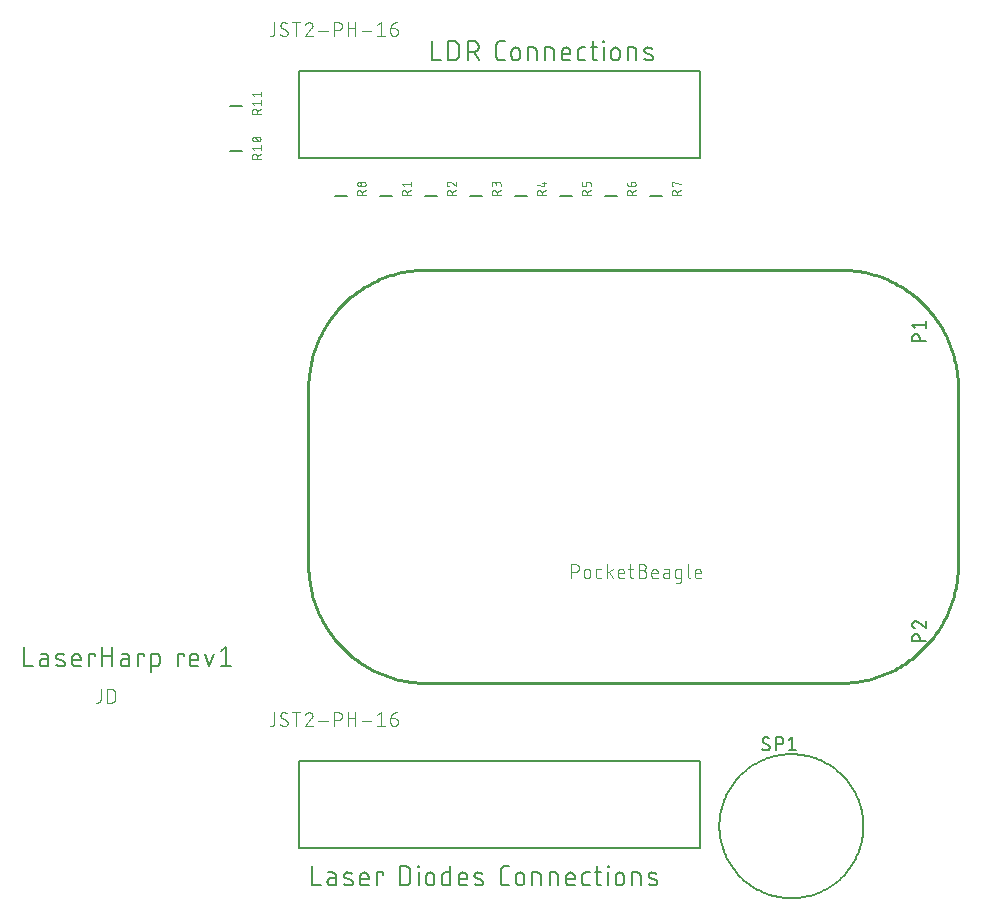
<source format=gbr>
G04 EAGLE Gerber RS-274X export*
G75*
%MOMM*%
%FSLAX34Y34*%
%LPD*%
%INSilkscreen Top*%
%IPPOS*%
%AMOC8*
5,1,8,0,0,1.08239X$1,22.5*%
G01*
%ADD10C,0.177800*%
%ADD11C,0.101600*%
%ADD12C,0.152400*%
%ADD13C,0.254000*%
%ADD14C,0.127000*%
%ADD15C,0.076200*%


D10*
X36449Y227711D02*
X36449Y211709D01*
X43561Y211709D01*
X52320Y217932D02*
X56320Y217932D01*
X52320Y217933D02*
X52209Y217931D01*
X52098Y217925D01*
X51987Y217915D01*
X51877Y217901D01*
X51767Y217884D01*
X51658Y217862D01*
X51550Y217836D01*
X51443Y217807D01*
X51337Y217774D01*
X51232Y217737D01*
X51129Y217696D01*
X51027Y217652D01*
X50927Y217604D01*
X50829Y217552D01*
X50732Y217497D01*
X50638Y217439D01*
X50545Y217377D01*
X50455Y217312D01*
X50367Y217244D01*
X50282Y217173D01*
X50199Y217099D01*
X50119Y217022D01*
X50042Y216942D01*
X49968Y216859D01*
X49897Y216774D01*
X49829Y216686D01*
X49764Y216596D01*
X49702Y216503D01*
X49644Y216409D01*
X49589Y216312D01*
X49537Y216214D01*
X49489Y216114D01*
X49445Y216012D01*
X49404Y215909D01*
X49367Y215804D01*
X49334Y215698D01*
X49305Y215591D01*
X49279Y215483D01*
X49257Y215374D01*
X49240Y215264D01*
X49226Y215154D01*
X49216Y215043D01*
X49210Y214932D01*
X49208Y214821D01*
X49210Y214710D01*
X49216Y214599D01*
X49226Y214488D01*
X49240Y214378D01*
X49257Y214268D01*
X49279Y214159D01*
X49305Y214051D01*
X49334Y213944D01*
X49367Y213838D01*
X49404Y213733D01*
X49445Y213630D01*
X49489Y213528D01*
X49537Y213428D01*
X49589Y213330D01*
X49644Y213233D01*
X49702Y213139D01*
X49764Y213046D01*
X49829Y212956D01*
X49897Y212868D01*
X49968Y212783D01*
X50042Y212700D01*
X50119Y212620D01*
X50199Y212543D01*
X50282Y212469D01*
X50367Y212398D01*
X50455Y212330D01*
X50545Y212265D01*
X50638Y212203D01*
X50732Y212145D01*
X50829Y212090D01*
X50927Y212038D01*
X51027Y211990D01*
X51129Y211946D01*
X51232Y211905D01*
X51337Y211868D01*
X51443Y211835D01*
X51550Y211806D01*
X51658Y211780D01*
X51767Y211758D01*
X51877Y211741D01*
X51987Y211727D01*
X52098Y211717D01*
X52209Y211711D01*
X52320Y211709D01*
X56320Y211709D01*
X56320Y219710D01*
X56318Y219812D01*
X56312Y219914D01*
X56302Y220016D01*
X56289Y220117D01*
X56271Y220218D01*
X56250Y220318D01*
X56225Y220417D01*
X56196Y220515D01*
X56163Y220611D01*
X56127Y220707D01*
X56087Y220801D01*
X56043Y220893D01*
X55996Y220984D01*
X55945Y221073D01*
X55892Y221160D01*
X55834Y221244D01*
X55774Y221327D01*
X55711Y221407D01*
X55644Y221484D01*
X55575Y221559D01*
X55502Y221632D01*
X55427Y221701D01*
X55350Y221768D01*
X55270Y221831D01*
X55187Y221891D01*
X55103Y221949D01*
X55016Y222002D01*
X54927Y222053D01*
X54836Y222100D01*
X54744Y222144D01*
X54650Y222184D01*
X54554Y222220D01*
X54458Y222253D01*
X54360Y222282D01*
X54261Y222307D01*
X54161Y222328D01*
X54060Y222346D01*
X53959Y222359D01*
X53857Y222369D01*
X53755Y222375D01*
X53653Y222377D01*
X50097Y222377D01*
X64691Y217932D02*
X69136Y216154D01*
X64691Y217932D02*
X64603Y217969D01*
X64517Y218010D01*
X64432Y218054D01*
X64350Y218102D01*
X64269Y218154D01*
X64191Y218208D01*
X64115Y218266D01*
X64041Y218327D01*
X63970Y218391D01*
X63902Y218457D01*
X63837Y218527D01*
X63774Y218599D01*
X63715Y218674D01*
X63658Y218751D01*
X63605Y218830D01*
X63555Y218912D01*
X63509Y218995D01*
X63466Y219080D01*
X63427Y219168D01*
X63391Y219256D01*
X63359Y219346D01*
X63331Y219437D01*
X63307Y219530D01*
X63286Y219623D01*
X63270Y219717D01*
X63257Y219811D01*
X63248Y219907D01*
X63243Y220002D01*
X63242Y220097D01*
X63245Y220193D01*
X63252Y220288D01*
X63263Y220383D01*
X63278Y220477D01*
X63297Y220571D01*
X63319Y220664D01*
X63346Y220755D01*
X63376Y220846D01*
X63410Y220935D01*
X63447Y221023D01*
X63488Y221109D01*
X63533Y221193D01*
X63581Y221276D01*
X63633Y221356D01*
X63688Y221434D01*
X63746Y221510D01*
X63807Y221584D01*
X63871Y221654D01*
X63938Y221722D01*
X64008Y221788D01*
X64080Y221850D01*
X64155Y221909D01*
X64232Y221965D01*
X64312Y222018D01*
X64393Y222067D01*
X64477Y222114D01*
X64562Y222156D01*
X64650Y222195D01*
X64738Y222230D01*
X64828Y222262D01*
X64920Y222290D01*
X65012Y222314D01*
X65105Y222334D01*
X65199Y222351D01*
X65294Y222363D01*
X65389Y222372D01*
X65484Y222376D01*
X65580Y222377D01*
X65579Y222377D02*
X65822Y222371D01*
X66064Y222358D01*
X66306Y222340D01*
X66548Y222316D01*
X66789Y222287D01*
X67029Y222251D01*
X67268Y222210D01*
X67506Y222163D01*
X67743Y222111D01*
X67979Y222052D01*
X68213Y221988D01*
X68446Y221919D01*
X68677Y221843D01*
X68906Y221763D01*
X69132Y221677D01*
X69357Y221585D01*
X69580Y221488D01*
X69136Y216154D02*
X69224Y216117D01*
X69310Y216076D01*
X69395Y216032D01*
X69477Y215984D01*
X69558Y215932D01*
X69636Y215878D01*
X69712Y215820D01*
X69786Y215759D01*
X69857Y215695D01*
X69925Y215629D01*
X69990Y215559D01*
X70053Y215487D01*
X70112Y215412D01*
X70169Y215335D01*
X70222Y215256D01*
X70272Y215174D01*
X70318Y215091D01*
X70361Y215006D01*
X70400Y214918D01*
X70436Y214830D01*
X70468Y214740D01*
X70496Y214649D01*
X70520Y214556D01*
X70541Y214463D01*
X70557Y214369D01*
X70570Y214275D01*
X70579Y214179D01*
X70584Y214084D01*
X70585Y213989D01*
X70582Y213893D01*
X70575Y213798D01*
X70564Y213703D01*
X70549Y213609D01*
X70530Y213515D01*
X70508Y213422D01*
X70481Y213331D01*
X70451Y213240D01*
X70417Y213151D01*
X70380Y213063D01*
X70339Y212977D01*
X70294Y212893D01*
X70246Y212810D01*
X70194Y212730D01*
X70139Y212652D01*
X70081Y212576D01*
X70020Y212502D01*
X69956Y212432D01*
X69889Y212364D01*
X69819Y212298D01*
X69747Y212236D01*
X69672Y212177D01*
X69595Y212121D01*
X69515Y212068D01*
X69434Y212019D01*
X69350Y211972D01*
X69265Y211930D01*
X69177Y211891D01*
X69089Y211856D01*
X68999Y211824D01*
X68907Y211796D01*
X68815Y211772D01*
X68722Y211752D01*
X68628Y211735D01*
X68533Y211723D01*
X68438Y211714D01*
X68343Y211710D01*
X68247Y211709D01*
X68247Y211710D02*
X67890Y211719D01*
X67534Y211737D01*
X67178Y211763D01*
X66823Y211797D01*
X66469Y211840D01*
X66117Y211892D01*
X65765Y211951D01*
X65415Y212019D01*
X65067Y212095D01*
X64720Y212180D01*
X64376Y212272D01*
X64034Y212373D01*
X63694Y212482D01*
X63357Y212599D01*
X79571Y211709D02*
X84016Y211709D01*
X79571Y211709D02*
X79469Y211711D01*
X79367Y211717D01*
X79265Y211727D01*
X79164Y211740D01*
X79063Y211758D01*
X78963Y211779D01*
X78864Y211804D01*
X78766Y211833D01*
X78670Y211866D01*
X78574Y211902D01*
X78480Y211942D01*
X78388Y211986D01*
X78297Y212033D01*
X78208Y212084D01*
X78121Y212137D01*
X78037Y212195D01*
X77954Y212255D01*
X77874Y212318D01*
X77797Y212385D01*
X77722Y212454D01*
X77649Y212527D01*
X77580Y212602D01*
X77513Y212679D01*
X77450Y212759D01*
X77390Y212842D01*
X77332Y212926D01*
X77279Y213013D01*
X77228Y213102D01*
X77181Y213193D01*
X77137Y213285D01*
X77097Y213379D01*
X77061Y213475D01*
X77028Y213571D01*
X76999Y213669D01*
X76974Y213768D01*
X76953Y213868D01*
X76935Y213969D01*
X76922Y214070D01*
X76912Y214172D01*
X76906Y214274D01*
X76904Y214376D01*
X76904Y218821D01*
X76906Y218939D01*
X76912Y219056D01*
X76921Y219173D01*
X76935Y219290D01*
X76952Y219406D01*
X76974Y219522D01*
X76999Y219637D01*
X77028Y219751D01*
X77060Y219864D01*
X77097Y219976D01*
X77137Y220086D01*
X77180Y220195D01*
X77228Y220303D01*
X77278Y220409D01*
X77333Y220513D01*
X77390Y220616D01*
X77451Y220716D01*
X77516Y220815D01*
X77583Y220911D01*
X77654Y221005D01*
X77728Y221097D01*
X77804Y221186D01*
X77884Y221272D01*
X77966Y221356D01*
X78052Y221437D01*
X78139Y221515D01*
X78230Y221591D01*
X78323Y221663D01*
X78418Y221732D01*
X78515Y221798D01*
X78615Y221861D01*
X78716Y221920D01*
X78819Y221976D01*
X78925Y222028D01*
X79032Y222077D01*
X79140Y222123D01*
X79250Y222165D01*
X79361Y222203D01*
X79474Y222237D01*
X79587Y222268D01*
X79702Y222295D01*
X79817Y222318D01*
X79933Y222338D01*
X80049Y222353D01*
X80166Y222365D01*
X80284Y222373D01*
X80401Y222377D01*
X80519Y222377D01*
X80636Y222373D01*
X80754Y222365D01*
X80871Y222353D01*
X80987Y222338D01*
X81103Y222318D01*
X81218Y222295D01*
X81333Y222268D01*
X81446Y222237D01*
X81559Y222203D01*
X81670Y222165D01*
X81780Y222123D01*
X81888Y222077D01*
X81995Y222028D01*
X82101Y221976D01*
X82204Y221920D01*
X82305Y221861D01*
X82405Y221798D01*
X82502Y221732D01*
X82597Y221663D01*
X82690Y221591D01*
X82781Y221515D01*
X82868Y221437D01*
X82954Y221356D01*
X83036Y221272D01*
X83116Y221186D01*
X83192Y221097D01*
X83266Y221005D01*
X83337Y220911D01*
X83404Y220815D01*
X83469Y220716D01*
X83530Y220616D01*
X83587Y220513D01*
X83642Y220409D01*
X83692Y220303D01*
X83740Y220195D01*
X83783Y220086D01*
X83823Y219976D01*
X83860Y219864D01*
X83892Y219751D01*
X83921Y219637D01*
X83946Y219522D01*
X83968Y219406D01*
X83985Y219290D01*
X83999Y219173D01*
X84008Y219056D01*
X84014Y218939D01*
X84016Y218821D01*
X84016Y217043D01*
X76904Y217043D01*
X91066Y211709D02*
X91066Y222377D01*
X96400Y222377D01*
X96400Y220599D01*
X102067Y227711D02*
X102067Y211709D01*
X102067Y220599D02*
X110957Y220599D01*
X110957Y227711D02*
X110957Y211709D01*
X121097Y217932D02*
X125098Y217932D01*
X121097Y217933D02*
X120986Y217931D01*
X120875Y217925D01*
X120764Y217915D01*
X120654Y217901D01*
X120544Y217884D01*
X120435Y217862D01*
X120327Y217836D01*
X120220Y217807D01*
X120114Y217774D01*
X120009Y217737D01*
X119906Y217696D01*
X119804Y217652D01*
X119704Y217604D01*
X119606Y217552D01*
X119509Y217497D01*
X119415Y217439D01*
X119322Y217377D01*
X119232Y217312D01*
X119144Y217244D01*
X119059Y217173D01*
X118976Y217099D01*
X118896Y217022D01*
X118819Y216942D01*
X118745Y216859D01*
X118674Y216774D01*
X118606Y216686D01*
X118541Y216596D01*
X118479Y216503D01*
X118421Y216409D01*
X118366Y216312D01*
X118314Y216214D01*
X118266Y216114D01*
X118222Y216012D01*
X118181Y215909D01*
X118144Y215804D01*
X118111Y215698D01*
X118082Y215591D01*
X118056Y215483D01*
X118034Y215374D01*
X118017Y215264D01*
X118003Y215154D01*
X117993Y215043D01*
X117987Y214932D01*
X117985Y214821D01*
X117987Y214710D01*
X117993Y214599D01*
X118003Y214488D01*
X118017Y214378D01*
X118034Y214268D01*
X118056Y214159D01*
X118082Y214051D01*
X118111Y213944D01*
X118144Y213838D01*
X118181Y213733D01*
X118222Y213630D01*
X118266Y213528D01*
X118314Y213428D01*
X118366Y213330D01*
X118421Y213233D01*
X118479Y213139D01*
X118541Y213046D01*
X118606Y212956D01*
X118674Y212868D01*
X118745Y212783D01*
X118819Y212700D01*
X118896Y212620D01*
X118976Y212543D01*
X119059Y212469D01*
X119144Y212398D01*
X119232Y212330D01*
X119322Y212265D01*
X119415Y212203D01*
X119509Y212145D01*
X119606Y212090D01*
X119704Y212038D01*
X119804Y211990D01*
X119906Y211946D01*
X120009Y211905D01*
X120114Y211868D01*
X120220Y211835D01*
X120327Y211806D01*
X120435Y211780D01*
X120544Y211758D01*
X120654Y211741D01*
X120764Y211727D01*
X120875Y211717D01*
X120986Y211711D01*
X121097Y211709D01*
X125098Y211709D01*
X125098Y219710D01*
X125096Y219812D01*
X125090Y219914D01*
X125080Y220016D01*
X125067Y220117D01*
X125049Y220218D01*
X125028Y220318D01*
X125003Y220417D01*
X124974Y220515D01*
X124941Y220611D01*
X124905Y220707D01*
X124865Y220801D01*
X124821Y220893D01*
X124774Y220984D01*
X124723Y221073D01*
X124670Y221160D01*
X124612Y221244D01*
X124552Y221327D01*
X124489Y221407D01*
X124422Y221484D01*
X124353Y221559D01*
X124280Y221632D01*
X124205Y221701D01*
X124128Y221768D01*
X124048Y221831D01*
X123965Y221891D01*
X123881Y221949D01*
X123794Y222002D01*
X123705Y222053D01*
X123614Y222100D01*
X123522Y222144D01*
X123428Y222184D01*
X123332Y222220D01*
X123236Y222253D01*
X123138Y222282D01*
X123039Y222307D01*
X122939Y222328D01*
X122838Y222346D01*
X122737Y222359D01*
X122635Y222369D01*
X122533Y222375D01*
X122431Y222377D01*
X118875Y222377D01*
X132749Y222377D02*
X132749Y211709D01*
X132749Y222377D02*
X138083Y222377D01*
X138083Y220599D01*
X143678Y222377D02*
X143678Y206375D01*
X143678Y222377D02*
X148123Y222377D01*
X148225Y222375D01*
X148327Y222369D01*
X148429Y222359D01*
X148530Y222346D01*
X148631Y222328D01*
X148731Y222307D01*
X148830Y222282D01*
X148928Y222253D01*
X149024Y222220D01*
X149120Y222184D01*
X149214Y222144D01*
X149306Y222100D01*
X149397Y222053D01*
X149486Y222002D01*
X149573Y221949D01*
X149657Y221891D01*
X149740Y221831D01*
X149820Y221768D01*
X149897Y221701D01*
X149972Y221632D01*
X150045Y221559D01*
X150114Y221484D01*
X150181Y221407D01*
X150244Y221327D01*
X150304Y221244D01*
X150362Y221160D01*
X150415Y221073D01*
X150466Y220984D01*
X150513Y220893D01*
X150557Y220801D01*
X150597Y220707D01*
X150633Y220611D01*
X150666Y220515D01*
X150695Y220417D01*
X150720Y220318D01*
X150741Y220218D01*
X150759Y220117D01*
X150772Y220016D01*
X150782Y219914D01*
X150788Y219812D01*
X150790Y219710D01*
X150790Y214376D01*
X150788Y214274D01*
X150782Y214172D01*
X150772Y214070D01*
X150759Y213969D01*
X150741Y213868D01*
X150720Y213768D01*
X150695Y213669D01*
X150666Y213571D01*
X150633Y213475D01*
X150597Y213379D01*
X150557Y213285D01*
X150513Y213193D01*
X150466Y213102D01*
X150415Y213013D01*
X150362Y212926D01*
X150304Y212842D01*
X150244Y212759D01*
X150181Y212679D01*
X150114Y212602D01*
X150045Y212527D01*
X149972Y212454D01*
X149897Y212385D01*
X149820Y212318D01*
X149740Y212255D01*
X149657Y212195D01*
X149573Y212137D01*
X149486Y212084D01*
X149397Y212033D01*
X149306Y211986D01*
X149214Y211942D01*
X149120Y211902D01*
X149024Y211866D01*
X148928Y211833D01*
X148830Y211804D01*
X148731Y211779D01*
X148631Y211758D01*
X148530Y211740D01*
X148429Y211727D01*
X148327Y211717D01*
X148225Y211711D01*
X148123Y211709D01*
X143678Y211709D01*
X166096Y211709D02*
X166096Y222377D01*
X171430Y222377D01*
X171430Y220599D01*
X179090Y211709D02*
X183535Y211709D01*
X179090Y211709D02*
X178988Y211711D01*
X178886Y211717D01*
X178784Y211727D01*
X178683Y211740D01*
X178582Y211758D01*
X178482Y211779D01*
X178383Y211804D01*
X178285Y211833D01*
X178189Y211866D01*
X178093Y211902D01*
X177999Y211942D01*
X177907Y211986D01*
X177816Y212033D01*
X177727Y212084D01*
X177640Y212137D01*
X177556Y212195D01*
X177473Y212255D01*
X177393Y212318D01*
X177316Y212385D01*
X177241Y212454D01*
X177168Y212527D01*
X177099Y212602D01*
X177032Y212679D01*
X176969Y212759D01*
X176909Y212842D01*
X176851Y212926D01*
X176798Y213013D01*
X176747Y213102D01*
X176700Y213193D01*
X176656Y213285D01*
X176616Y213379D01*
X176580Y213475D01*
X176547Y213571D01*
X176518Y213669D01*
X176493Y213768D01*
X176472Y213868D01*
X176454Y213969D01*
X176441Y214070D01*
X176431Y214172D01*
X176425Y214274D01*
X176423Y214376D01*
X176423Y218821D01*
X176425Y218939D01*
X176431Y219056D01*
X176440Y219173D01*
X176454Y219290D01*
X176471Y219406D01*
X176493Y219522D01*
X176518Y219637D01*
X176547Y219751D01*
X176579Y219864D01*
X176616Y219976D01*
X176656Y220086D01*
X176699Y220195D01*
X176747Y220303D01*
X176797Y220409D01*
X176852Y220513D01*
X176909Y220616D01*
X176970Y220716D01*
X177035Y220815D01*
X177102Y220911D01*
X177173Y221005D01*
X177247Y221097D01*
X177323Y221186D01*
X177403Y221272D01*
X177485Y221356D01*
X177571Y221437D01*
X177658Y221515D01*
X177749Y221591D01*
X177842Y221663D01*
X177937Y221732D01*
X178034Y221798D01*
X178134Y221861D01*
X178235Y221920D01*
X178338Y221976D01*
X178444Y222028D01*
X178551Y222077D01*
X178659Y222123D01*
X178769Y222165D01*
X178880Y222203D01*
X178993Y222237D01*
X179106Y222268D01*
X179221Y222295D01*
X179336Y222318D01*
X179452Y222338D01*
X179568Y222353D01*
X179685Y222365D01*
X179803Y222373D01*
X179920Y222377D01*
X180038Y222377D01*
X180155Y222373D01*
X180273Y222365D01*
X180390Y222353D01*
X180506Y222338D01*
X180622Y222318D01*
X180737Y222295D01*
X180852Y222268D01*
X180965Y222237D01*
X181078Y222203D01*
X181189Y222165D01*
X181299Y222123D01*
X181407Y222077D01*
X181514Y222028D01*
X181620Y221976D01*
X181723Y221920D01*
X181824Y221861D01*
X181924Y221798D01*
X182021Y221732D01*
X182116Y221663D01*
X182209Y221591D01*
X182300Y221515D01*
X182387Y221437D01*
X182473Y221356D01*
X182555Y221272D01*
X182635Y221186D01*
X182711Y221097D01*
X182785Y221005D01*
X182856Y220911D01*
X182923Y220815D01*
X182988Y220716D01*
X183049Y220616D01*
X183106Y220513D01*
X183161Y220409D01*
X183211Y220303D01*
X183259Y220195D01*
X183302Y220086D01*
X183342Y219976D01*
X183379Y219864D01*
X183411Y219751D01*
X183440Y219637D01*
X183465Y219522D01*
X183487Y219406D01*
X183504Y219290D01*
X183518Y219173D01*
X183527Y219056D01*
X183533Y218939D01*
X183535Y218821D01*
X183535Y217043D01*
X176423Y217043D01*
X189449Y222377D02*
X193005Y211709D01*
X196561Y222377D01*
X202628Y224155D02*
X207073Y227711D01*
X207073Y211709D01*
X202628Y211709D02*
X211518Y211709D01*
D11*
X100923Y192532D02*
X100923Y183444D01*
X100922Y183444D02*
X100920Y183345D01*
X100914Y183245D01*
X100905Y183146D01*
X100892Y183048D01*
X100875Y182950D01*
X100854Y182852D01*
X100829Y182756D01*
X100801Y182661D01*
X100769Y182567D01*
X100734Y182474D01*
X100695Y182382D01*
X100652Y182292D01*
X100607Y182204D01*
X100557Y182117D01*
X100505Y182033D01*
X100449Y181950D01*
X100391Y181870D01*
X100329Y181792D01*
X100264Y181717D01*
X100196Y181644D01*
X100126Y181574D01*
X100053Y181506D01*
X99978Y181441D01*
X99900Y181379D01*
X99820Y181321D01*
X99737Y181265D01*
X99653Y181213D01*
X99566Y181163D01*
X99478Y181118D01*
X99388Y181075D01*
X99296Y181036D01*
X99203Y181001D01*
X99109Y180969D01*
X99014Y180941D01*
X98918Y180916D01*
X98820Y180895D01*
X98722Y180878D01*
X98624Y180865D01*
X98525Y180856D01*
X98425Y180850D01*
X98326Y180848D01*
X97028Y180848D01*
X106577Y180848D02*
X106577Y192532D01*
X109823Y192532D01*
X109936Y192530D01*
X110049Y192524D01*
X110162Y192514D01*
X110275Y192500D01*
X110387Y192483D01*
X110498Y192461D01*
X110608Y192436D01*
X110718Y192406D01*
X110826Y192373D01*
X110933Y192336D01*
X111039Y192296D01*
X111143Y192251D01*
X111246Y192203D01*
X111347Y192152D01*
X111446Y192097D01*
X111543Y192039D01*
X111638Y191977D01*
X111731Y191912D01*
X111821Y191844D01*
X111909Y191773D01*
X111995Y191698D01*
X112078Y191621D01*
X112158Y191541D01*
X112235Y191458D01*
X112310Y191372D01*
X112381Y191284D01*
X112449Y191194D01*
X112514Y191101D01*
X112576Y191006D01*
X112634Y190909D01*
X112689Y190810D01*
X112740Y190709D01*
X112788Y190606D01*
X112833Y190502D01*
X112873Y190396D01*
X112910Y190289D01*
X112943Y190181D01*
X112973Y190071D01*
X112998Y189961D01*
X113020Y189850D01*
X113037Y189738D01*
X113051Y189625D01*
X113061Y189512D01*
X113067Y189399D01*
X113069Y189286D01*
X113068Y189286D02*
X113068Y184094D01*
X113069Y184094D02*
X113067Y183981D01*
X113061Y183868D01*
X113051Y183755D01*
X113037Y183642D01*
X113020Y183530D01*
X112998Y183419D01*
X112973Y183309D01*
X112943Y183199D01*
X112910Y183091D01*
X112873Y182984D01*
X112833Y182878D01*
X112788Y182774D01*
X112740Y182671D01*
X112689Y182570D01*
X112634Y182471D01*
X112576Y182374D01*
X112514Y182279D01*
X112449Y182186D01*
X112381Y182096D01*
X112310Y182008D01*
X112235Y181922D01*
X112158Y181839D01*
X112078Y181759D01*
X111995Y181682D01*
X111909Y181607D01*
X111821Y181536D01*
X111731Y181468D01*
X111638Y181403D01*
X111543Y181341D01*
X111446Y181283D01*
X111347Y181228D01*
X111246Y181177D01*
X111143Y181129D01*
X111039Y181084D01*
X110933Y181044D01*
X110826Y181007D01*
X110718Y180974D01*
X110608Y180944D01*
X110498Y180919D01*
X110387Y180897D01*
X110275Y180880D01*
X110162Y180866D01*
X110049Y180856D01*
X109936Y180850D01*
X109823Y180848D01*
X106577Y180848D01*
D12*
X280162Y42418D02*
X280162Y26162D01*
X287387Y26162D01*
X296107Y32484D02*
X300171Y32484D01*
X296107Y32484D02*
X295995Y32482D01*
X295884Y32476D01*
X295773Y32466D01*
X295662Y32453D01*
X295552Y32435D01*
X295443Y32413D01*
X295334Y32388D01*
X295226Y32359D01*
X295120Y32326D01*
X295014Y32289D01*
X294910Y32249D01*
X294808Y32205D01*
X294707Y32157D01*
X294608Y32106D01*
X294510Y32051D01*
X294415Y31993D01*
X294322Y31932D01*
X294231Y31867D01*
X294142Y31799D01*
X294056Y31728D01*
X293973Y31655D01*
X293892Y31578D01*
X293813Y31498D01*
X293738Y31416D01*
X293666Y31331D01*
X293596Y31244D01*
X293530Y31154D01*
X293467Y31062D01*
X293407Y30967D01*
X293351Y30871D01*
X293298Y30773D01*
X293249Y30673D01*
X293203Y30571D01*
X293161Y30468D01*
X293122Y30363D01*
X293087Y30257D01*
X293056Y30150D01*
X293029Y30042D01*
X293005Y29933D01*
X292986Y29823D01*
X292970Y29713D01*
X292958Y29602D01*
X292950Y29490D01*
X292946Y29379D01*
X292946Y29267D01*
X292950Y29156D01*
X292958Y29044D01*
X292970Y28933D01*
X292986Y28823D01*
X293005Y28713D01*
X293029Y28604D01*
X293056Y28496D01*
X293087Y28389D01*
X293122Y28283D01*
X293161Y28178D01*
X293203Y28075D01*
X293249Y27973D01*
X293298Y27873D01*
X293351Y27775D01*
X293407Y27679D01*
X293467Y27584D01*
X293530Y27492D01*
X293596Y27402D01*
X293666Y27315D01*
X293738Y27230D01*
X293813Y27148D01*
X293892Y27068D01*
X293973Y26991D01*
X294056Y26918D01*
X294142Y26847D01*
X294231Y26779D01*
X294322Y26714D01*
X294415Y26653D01*
X294510Y26595D01*
X294608Y26540D01*
X294707Y26489D01*
X294808Y26441D01*
X294910Y26397D01*
X295014Y26357D01*
X295120Y26320D01*
X295226Y26287D01*
X295334Y26258D01*
X295443Y26233D01*
X295552Y26211D01*
X295662Y26193D01*
X295773Y26180D01*
X295884Y26170D01*
X295995Y26164D01*
X296107Y26162D01*
X300171Y26162D01*
X300171Y34290D01*
X300169Y34391D01*
X300163Y34492D01*
X300154Y34593D01*
X300141Y34694D01*
X300124Y34794D01*
X300103Y34893D01*
X300079Y34991D01*
X300051Y35088D01*
X300019Y35185D01*
X299984Y35280D01*
X299945Y35373D01*
X299903Y35465D01*
X299857Y35556D01*
X299808Y35645D01*
X299756Y35731D01*
X299700Y35816D01*
X299642Y35899D01*
X299580Y35979D01*
X299515Y36057D01*
X299448Y36133D01*
X299378Y36206D01*
X299305Y36276D01*
X299229Y36343D01*
X299151Y36408D01*
X299071Y36470D01*
X298988Y36528D01*
X298903Y36584D01*
X298817Y36636D01*
X298728Y36685D01*
X298637Y36731D01*
X298545Y36773D01*
X298452Y36812D01*
X298357Y36847D01*
X298260Y36879D01*
X298163Y36907D01*
X298065Y36931D01*
X297966Y36952D01*
X297866Y36969D01*
X297765Y36982D01*
X297664Y36991D01*
X297563Y36997D01*
X297462Y36999D01*
X293849Y36999D01*
X308442Y32484D02*
X312958Y30678D01*
X308442Y32484D02*
X308354Y32521D01*
X308268Y32562D01*
X308183Y32606D01*
X308100Y32654D01*
X308020Y32705D01*
X307941Y32759D01*
X307865Y32817D01*
X307791Y32877D01*
X307719Y32941D01*
X307651Y33007D01*
X307585Y33077D01*
X307522Y33148D01*
X307461Y33223D01*
X307404Y33299D01*
X307351Y33378D01*
X307300Y33459D01*
X307253Y33542D01*
X307209Y33627D01*
X307169Y33714D01*
X307132Y33802D01*
X307099Y33892D01*
X307069Y33983D01*
X307044Y34075D01*
X307022Y34168D01*
X307004Y34262D01*
X306989Y34356D01*
X306979Y34451D01*
X306973Y34547D01*
X306970Y34642D01*
X306971Y34738D01*
X306977Y34833D01*
X306986Y34929D01*
X306999Y35023D01*
X307015Y35117D01*
X307036Y35211D01*
X307061Y35303D01*
X307089Y35394D01*
X307121Y35484D01*
X307156Y35573D01*
X307195Y35660D01*
X307238Y35746D01*
X307284Y35830D01*
X307334Y35911D01*
X307386Y35991D01*
X307442Y36069D01*
X307502Y36144D01*
X307564Y36216D01*
X307629Y36286D01*
X307697Y36354D01*
X307767Y36418D01*
X307840Y36480D01*
X307916Y36538D01*
X307994Y36594D01*
X308074Y36646D01*
X308156Y36695D01*
X308240Y36740D01*
X308326Y36782D01*
X308413Y36821D01*
X308502Y36856D01*
X308593Y36887D01*
X308684Y36914D01*
X308777Y36938D01*
X308870Y36958D01*
X308964Y36974D01*
X309059Y36986D01*
X309154Y36995D01*
X309250Y36999D01*
X309345Y37000D01*
X309592Y36993D01*
X309838Y36981D01*
X310084Y36963D01*
X310330Y36938D01*
X310574Y36908D01*
X310818Y36872D01*
X311061Y36831D01*
X311303Y36783D01*
X311544Y36729D01*
X311783Y36670D01*
X312021Y36605D01*
X312257Y36534D01*
X312492Y36458D01*
X312725Y36376D01*
X312955Y36288D01*
X313183Y36195D01*
X313410Y36097D01*
X312958Y30677D02*
X313046Y30640D01*
X313132Y30599D01*
X313217Y30555D01*
X313300Y30507D01*
X313380Y30456D01*
X313459Y30402D01*
X313535Y30344D01*
X313609Y30284D01*
X313681Y30220D01*
X313749Y30154D01*
X313815Y30084D01*
X313878Y30013D01*
X313939Y29938D01*
X313996Y29862D01*
X314049Y29783D01*
X314100Y29702D01*
X314147Y29619D01*
X314191Y29534D01*
X314231Y29447D01*
X314268Y29359D01*
X314301Y29269D01*
X314331Y29178D01*
X314356Y29086D01*
X314378Y28993D01*
X314396Y28899D01*
X314411Y28805D01*
X314421Y28710D01*
X314427Y28614D01*
X314430Y28519D01*
X314429Y28423D01*
X314423Y28328D01*
X314414Y28232D01*
X314401Y28138D01*
X314385Y28044D01*
X314364Y27950D01*
X314339Y27858D01*
X314311Y27767D01*
X314279Y27677D01*
X314244Y27588D01*
X314205Y27501D01*
X314162Y27415D01*
X314116Y27331D01*
X314066Y27250D01*
X314014Y27170D01*
X313958Y27092D01*
X313898Y27017D01*
X313836Y26945D01*
X313771Y26875D01*
X313703Y26807D01*
X313633Y26743D01*
X313560Y26681D01*
X313484Y26623D01*
X313406Y26567D01*
X313326Y26515D01*
X313244Y26466D01*
X313160Y26421D01*
X313074Y26379D01*
X312987Y26340D01*
X312898Y26305D01*
X312807Y26274D01*
X312716Y26247D01*
X312623Y26223D01*
X312530Y26203D01*
X312436Y26187D01*
X312341Y26175D01*
X312246Y26166D01*
X312150Y26162D01*
X312055Y26161D01*
X312054Y26162D02*
X311692Y26171D01*
X311330Y26189D01*
X310969Y26216D01*
X310609Y26251D01*
X310249Y26294D01*
X309890Y26346D01*
X309533Y26407D01*
X309178Y26476D01*
X308824Y26553D01*
X308472Y26639D01*
X308122Y26733D01*
X307774Y26836D01*
X307429Y26946D01*
X307087Y27065D01*
X323344Y26162D02*
X327859Y26162D01*
X323344Y26162D02*
X323243Y26164D01*
X323142Y26170D01*
X323041Y26179D01*
X322940Y26192D01*
X322840Y26209D01*
X322741Y26230D01*
X322643Y26254D01*
X322546Y26282D01*
X322449Y26314D01*
X322354Y26349D01*
X322261Y26388D01*
X322169Y26430D01*
X322078Y26476D01*
X321990Y26525D01*
X321903Y26577D01*
X321818Y26633D01*
X321735Y26691D01*
X321655Y26753D01*
X321577Y26818D01*
X321501Y26885D01*
X321428Y26955D01*
X321358Y27028D01*
X321291Y27104D01*
X321226Y27182D01*
X321164Y27262D01*
X321106Y27345D01*
X321050Y27430D01*
X320998Y27516D01*
X320949Y27605D01*
X320903Y27696D01*
X320861Y27788D01*
X320822Y27881D01*
X320787Y27976D01*
X320755Y28073D01*
X320727Y28170D01*
X320703Y28268D01*
X320682Y28367D01*
X320665Y28467D01*
X320652Y28568D01*
X320643Y28669D01*
X320637Y28770D01*
X320635Y28871D01*
X320634Y28871D02*
X320634Y33387D01*
X320635Y33387D02*
X320637Y33506D01*
X320643Y33626D01*
X320653Y33745D01*
X320667Y33863D01*
X320684Y33982D01*
X320706Y34099D01*
X320731Y34216D01*
X320761Y34331D01*
X320794Y34446D01*
X320831Y34560D01*
X320871Y34672D01*
X320916Y34783D01*
X320964Y34892D01*
X321015Y35000D01*
X321070Y35106D01*
X321129Y35210D01*
X321191Y35312D01*
X321256Y35412D01*
X321325Y35510D01*
X321397Y35606D01*
X321472Y35699D01*
X321549Y35789D01*
X321630Y35877D01*
X321714Y35962D01*
X321801Y36044D01*
X321890Y36124D01*
X321982Y36200D01*
X322076Y36274D01*
X322173Y36344D01*
X322271Y36411D01*
X322372Y36475D01*
X322476Y36535D01*
X322581Y36592D01*
X322688Y36645D01*
X322796Y36695D01*
X322906Y36741D01*
X323018Y36783D01*
X323131Y36822D01*
X323245Y36857D01*
X323360Y36888D01*
X323477Y36916D01*
X323594Y36939D01*
X323711Y36959D01*
X323830Y36975D01*
X323949Y36987D01*
X324068Y36995D01*
X324187Y36999D01*
X324307Y36999D01*
X324426Y36995D01*
X324545Y36987D01*
X324664Y36975D01*
X324783Y36959D01*
X324900Y36939D01*
X325017Y36916D01*
X325134Y36888D01*
X325249Y36857D01*
X325363Y36822D01*
X325476Y36783D01*
X325588Y36741D01*
X325698Y36695D01*
X325806Y36645D01*
X325913Y36592D01*
X326018Y36535D01*
X326122Y36475D01*
X326223Y36411D01*
X326321Y36344D01*
X326418Y36274D01*
X326512Y36200D01*
X326604Y36124D01*
X326693Y36044D01*
X326780Y35962D01*
X326864Y35877D01*
X326945Y35789D01*
X327022Y35699D01*
X327097Y35606D01*
X327169Y35510D01*
X327238Y35412D01*
X327303Y35312D01*
X327365Y35210D01*
X327424Y35106D01*
X327479Y35000D01*
X327530Y34892D01*
X327578Y34783D01*
X327623Y34672D01*
X327663Y34560D01*
X327700Y34446D01*
X327733Y34331D01*
X327763Y34216D01*
X327788Y34099D01*
X327810Y33982D01*
X327827Y33863D01*
X327841Y33745D01*
X327851Y33626D01*
X327857Y33506D01*
X327859Y33387D01*
X327859Y31581D01*
X320634Y31581D01*
X334787Y26162D02*
X334787Y36999D01*
X340206Y36999D01*
X340206Y35193D01*
X354120Y42418D02*
X354120Y26162D01*
X354120Y42418D02*
X358636Y42418D01*
X358767Y42416D01*
X358899Y42410D01*
X359030Y42401D01*
X359160Y42387D01*
X359291Y42370D01*
X359420Y42349D01*
X359549Y42325D01*
X359677Y42296D01*
X359805Y42264D01*
X359931Y42228D01*
X360056Y42189D01*
X360181Y42146D01*
X360303Y42099D01*
X360425Y42049D01*
X360545Y41995D01*
X360663Y41938D01*
X360779Y41877D01*
X360894Y41813D01*
X361007Y41746D01*
X361118Y41675D01*
X361226Y41601D01*
X361333Y41524D01*
X361437Y41444D01*
X361539Y41361D01*
X361638Y41276D01*
X361735Y41187D01*
X361829Y41095D01*
X361921Y41001D01*
X362010Y40904D01*
X362095Y40805D01*
X362178Y40703D01*
X362258Y40599D01*
X362335Y40492D01*
X362409Y40384D01*
X362480Y40273D01*
X362547Y40160D01*
X362611Y40045D01*
X362672Y39929D01*
X362729Y39811D01*
X362783Y39691D01*
X362833Y39569D01*
X362880Y39447D01*
X362923Y39322D01*
X362962Y39197D01*
X362998Y39071D01*
X363030Y38943D01*
X363059Y38815D01*
X363083Y38686D01*
X363104Y38557D01*
X363121Y38426D01*
X363135Y38296D01*
X363144Y38165D01*
X363150Y38033D01*
X363152Y37902D01*
X363151Y37902D02*
X363151Y30678D01*
X363152Y30678D02*
X363150Y30547D01*
X363144Y30415D01*
X363135Y30284D01*
X363121Y30154D01*
X363104Y30023D01*
X363083Y29894D01*
X363059Y29765D01*
X363030Y29637D01*
X362998Y29509D01*
X362962Y29383D01*
X362923Y29258D01*
X362880Y29133D01*
X362833Y29011D01*
X362783Y28889D01*
X362729Y28769D01*
X362672Y28651D01*
X362611Y28535D01*
X362547Y28420D01*
X362480Y28307D01*
X362409Y28196D01*
X362335Y28088D01*
X362258Y27981D01*
X362178Y27877D01*
X362095Y27775D01*
X362010Y27676D01*
X361921Y27579D01*
X361829Y27485D01*
X361735Y27393D01*
X361638Y27304D01*
X361539Y27219D01*
X361437Y27136D01*
X361333Y27056D01*
X361226Y26979D01*
X361118Y26905D01*
X361007Y26834D01*
X360894Y26767D01*
X360779Y26703D01*
X360663Y26642D01*
X360545Y26585D01*
X360425Y26531D01*
X360303Y26481D01*
X360181Y26434D01*
X360056Y26391D01*
X359931Y26352D01*
X359805Y26316D01*
X359677Y26284D01*
X359549Y26255D01*
X359420Y26231D01*
X359290Y26210D01*
X359160Y26193D01*
X359030Y26179D01*
X358899Y26170D01*
X358767Y26164D01*
X358636Y26162D01*
X354120Y26162D01*
X370098Y26162D02*
X370098Y36999D01*
X369647Y41515D02*
X369647Y42418D01*
X370550Y42418D01*
X370550Y41515D01*
X369647Y41515D01*
X376386Y33387D02*
X376386Y29774D01*
X376386Y33387D02*
X376388Y33506D01*
X376394Y33626D01*
X376404Y33745D01*
X376418Y33863D01*
X376435Y33982D01*
X376457Y34099D01*
X376482Y34216D01*
X376512Y34331D01*
X376545Y34446D01*
X376582Y34560D01*
X376622Y34672D01*
X376667Y34783D01*
X376715Y34892D01*
X376766Y35000D01*
X376821Y35106D01*
X376880Y35210D01*
X376942Y35312D01*
X377007Y35412D01*
X377076Y35510D01*
X377148Y35606D01*
X377223Y35699D01*
X377300Y35789D01*
X377381Y35877D01*
X377465Y35962D01*
X377552Y36044D01*
X377641Y36124D01*
X377733Y36200D01*
X377827Y36274D01*
X377924Y36344D01*
X378022Y36411D01*
X378123Y36475D01*
X378227Y36535D01*
X378332Y36592D01*
X378439Y36645D01*
X378547Y36695D01*
X378657Y36741D01*
X378769Y36783D01*
X378882Y36822D01*
X378996Y36857D01*
X379111Y36888D01*
X379228Y36916D01*
X379345Y36939D01*
X379462Y36959D01*
X379581Y36975D01*
X379700Y36987D01*
X379819Y36995D01*
X379938Y36999D01*
X380058Y36999D01*
X380177Y36995D01*
X380296Y36987D01*
X380415Y36975D01*
X380534Y36959D01*
X380651Y36939D01*
X380768Y36916D01*
X380885Y36888D01*
X381000Y36857D01*
X381114Y36822D01*
X381227Y36783D01*
X381339Y36741D01*
X381449Y36695D01*
X381557Y36645D01*
X381664Y36592D01*
X381769Y36535D01*
X381873Y36475D01*
X381974Y36411D01*
X382072Y36344D01*
X382169Y36274D01*
X382263Y36200D01*
X382355Y36124D01*
X382444Y36044D01*
X382531Y35962D01*
X382615Y35877D01*
X382696Y35789D01*
X382773Y35699D01*
X382848Y35606D01*
X382920Y35510D01*
X382989Y35412D01*
X383054Y35312D01*
X383116Y35210D01*
X383175Y35106D01*
X383230Y35000D01*
X383281Y34892D01*
X383329Y34783D01*
X383374Y34672D01*
X383414Y34560D01*
X383451Y34446D01*
X383484Y34331D01*
X383514Y34216D01*
X383539Y34099D01*
X383561Y33982D01*
X383578Y33863D01*
X383592Y33745D01*
X383602Y33626D01*
X383608Y33506D01*
X383610Y33387D01*
X383611Y33387D02*
X383611Y29774D01*
X383610Y29774D02*
X383608Y29655D01*
X383602Y29535D01*
X383592Y29416D01*
X383578Y29298D01*
X383561Y29179D01*
X383539Y29062D01*
X383514Y28945D01*
X383484Y28830D01*
X383451Y28715D01*
X383414Y28601D01*
X383374Y28489D01*
X383329Y28378D01*
X383281Y28269D01*
X383230Y28161D01*
X383175Y28055D01*
X383116Y27951D01*
X383054Y27849D01*
X382989Y27749D01*
X382920Y27651D01*
X382848Y27555D01*
X382773Y27462D01*
X382696Y27372D01*
X382615Y27284D01*
X382531Y27199D01*
X382444Y27117D01*
X382355Y27037D01*
X382263Y26961D01*
X382169Y26887D01*
X382072Y26817D01*
X381974Y26750D01*
X381873Y26686D01*
X381769Y26626D01*
X381664Y26569D01*
X381557Y26516D01*
X381449Y26466D01*
X381339Y26420D01*
X381227Y26378D01*
X381114Y26339D01*
X381000Y26304D01*
X380885Y26273D01*
X380768Y26245D01*
X380651Y26222D01*
X380534Y26202D01*
X380415Y26186D01*
X380296Y26174D01*
X380177Y26166D01*
X380058Y26162D01*
X379938Y26162D01*
X379819Y26166D01*
X379700Y26174D01*
X379581Y26186D01*
X379462Y26202D01*
X379345Y26222D01*
X379228Y26245D01*
X379111Y26273D01*
X378996Y26304D01*
X378882Y26339D01*
X378769Y26378D01*
X378657Y26420D01*
X378547Y26466D01*
X378439Y26516D01*
X378332Y26569D01*
X378227Y26626D01*
X378123Y26686D01*
X378022Y26750D01*
X377924Y26817D01*
X377827Y26887D01*
X377733Y26961D01*
X377641Y27037D01*
X377552Y27117D01*
X377465Y27199D01*
X377381Y27284D01*
X377300Y27372D01*
X377223Y27462D01*
X377148Y27555D01*
X377076Y27651D01*
X377007Y27749D01*
X376942Y27849D01*
X376880Y27951D01*
X376821Y28055D01*
X376766Y28161D01*
X376715Y28269D01*
X376667Y28378D01*
X376622Y28489D01*
X376582Y28601D01*
X376545Y28715D01*
X376512Y28830D01*
X376482Y28945D01*
X376457Y29062D01*
X376435Y29179D01*
X376418Y29298D01*
X376404Y29416D01*
X376394Y29535D01*
X376388Y29655D01*
X376386Y29774D01*
X397084Y26162D02*
X397084Y42418D01*
X397084Y26162D02*
X392569Y26162D01*
X392468Y26164D01*
X392367Y26170D01*
X392266Y26179D01*
X392165Y26192D01*
X392065Y26209D01*
X391966Y26230D01*
X391868Y26254D01*
X391771Y26282D01*
X391674Y26314D01*
X391579Y26349D01*
X391486Y26388D01*
X391394Y26430D01*
X391303Y26476D01*
X391215Y26525D01*
X391128Y26577D01*
X391043Y26633D01*
X390960Y26691D01*
X390880Y26753D01*
X390802Y26818D01*
X390726Y26885D01*
X390653Y26955D01*
X390583Y27028D01*
X390516Y27104D01*
X390451Y27182D01*
X390389Y27262D01*
X390331Y27345D01*
X390275Y27430D01*
X390223Y27516D01*
X390174Y27605D01*
X390128Y27696D01*
X390086Y27788D01*
X390047Y27881D01*
X390012Y27976D01*
X389980Y28073D01*
X389952Y28170D01*
X389928Y28268D01*
X389907Y28367D01*
X389890Y28467D01*
X389877Y28568D01*
X389868Y28669D01*
X389862Y28770D01*
X389860Y28871D01*
X389860Y34290D01*
X389862Y34391D01*
X389868Y34492D01*
X389877Y34593D01*
X389890Y34694D01*
X389907Y34794D01*
X389928Y34893D01*
X389952Y34991D01*
X389980Y35088D01*
X390012Y35185D01*
X390047Y35280D01*
X390086Y35373D01*
X390128Y35465D01*
X390174Y35556D01*
X390223Y35645D01*
X390275Y35731D01*
X390331Y35816D01*
X390389Y35899D01*
X390451Y35979D01*
X390516Y36057D01*
X390583Y36133D01*
X390653Y36206D01*
X390726Y36276D01*
X390802Y36343D01*
X390880Y36408D01*
X390960Y36470D01*
X391043Y36528D01*
X391128Y36584D01*
X391215Y36636D01*
X391303Y36685D01*
X391394Y36731D01*
X391486Y36773D01*
X391579Y36812D01*
X391674Y36847D01*
X391771Y36879D01*
X391868Y36907D01*
X391966Y36931D01*
X392065Y36952D01*
X392165Y36969D01*
X392266Y36982D01*
X392367Y36991D01*
X392468Y36997D01*
X392569Y36999D01*
X397084Y36999D01*
X406710Y26162D02*
X411226Y26162D01*
X406710Y26162D02*
X406609Y26164D01*
X406508Y26170D01*
X406407Y26179D01*
X406306Y26192D01*
X406206Y26209D01*
X406107Y26230D01*
X406009Y26254D01*
X405912Y26282D01*
X405815Y26314D01*
X405720Y26349D01*
X405627Y26388D01*
X405535Y26430D01*
X405444Y26476D01*
X405356Y26525D01*
X405269Y26577D01*
X405184Y26633D01*
X405101Y26691D01*
X405021Y26753D01*
X404943Y26818D01*
X404867Y26885D01*
X404794Y26955D01*
X404724Y27028D01*
X404657Y27104D01*
X404592Y27182D01*
X404530Y27262D01*
X404472Y27345D01*
X404416Y27430D01*
X404364Y27516D01*
X404315Y27605D01*
X404269Y27696D01*
X404227Y27788D01*
X404188Y27881D01*
X404153Y27976D01*
X404121Y28073D01*
X404093Y28170D01*
X404069Y28268D01*
X404048Y28367D01*
X404031Y28467D01*
X404018Y28568D01*
X404009Y28669D01*
X404003Y28770D01*
X404001Y28871D01*
X404001Y33387D01*
X404003Y33506D01*
X404009Y33626D01*
X404019Y33745D01*
X404033Y33863D01*
X404050Y33982D01*
X404072Y34099D01*
X404097Y34216D01*
X404127Y34331D01*
X404160Y34446D01*
X404197Y34560D01*
X404237Y34672D01*
X404282Y34783D01*
X404330Y34892D01*
X404381Y35000D01*
X404436Y35106D01*
X404495Y35210D01*
X404557Y35312D01*
X404622Y35412D01*
X404691Y35510D01*
X404763Y35606D01*
X404838Y35699D01*
X404915Y35789D01*
X404996Y35877D01*
X405080Y35962D01*
X405167Y36044D01*
X405256Y36124D01*
X405348Y36200D01*
X405442Y36274D01*
X405539Y36344D01*
X405637Y36411D01*
X405738Y36475D01*
X405842Y36535D01*
X405947Y36592D01*
X406054Y36645D01*
X406162Y36695D01*
X406272Y36741D01*
X406384Y36783D01*
X406497Y36822D01*
X406611Y36857D01*
X406726Y36888D01*
X406843Y36916D01*
X406960Y36939D01*
X407077Y36959D01*
X407196Y36975D01*
X407315Y36987D01*
X407434Y36995D01*
X407553Y36999D01*
X407673Y36999D01*
X407792Y36995D01*
X407911Y36987D01*
X408030Y36975D01*
X408149Y36959D01*
X408266Y36939D01*
X408383Y36916D01*
X408500Y36888D01*
X408615Y36857D01*
X408729Y36822D01*
X408842Y36783D01*
X408954Y36741D01*
X409064Y36695D01*
X409172Y36645D01*
X409279Y36592D01*
X409384Y36535D01*
X409488Y36475D01*
X409589Y36411D01*
X409687Y36344D01*
X409784Y36274D01*
X409878Y36200D01*
X409970Y36124D01*
X410059Y36044D01*
X410146Y35962D01*
X410230Y35877D01*
X410311Y35789D01*
X410388Y35699D01*
X410463Y35606D01*
X410535Y35510D01*
X410604Y35412D01*
X410669Y35312D01*
X410731Y35210D01*
X410790Y35106D01*
X410845Y35000D01*
X410896Y34892D01*
X410944Y34783D01*
X410989Y34672D01*
X411029Y34560D01*
X411066Y34446D01*
X411099Y34331D01*
X411129Y34216D01*
X411154Y34099D01*
X411176Y33982D01*
X411193Y33863D01*
X411207Y33745D01*
X411217Y33626D01*
X411223Y33506D01*
X411225Y33387D01*
X411226Y33387D02*
X411226Y31581D01*
X404001Y31581D01*
X418903Y32484D02*
X423418Y30678D01*
X418902Y32484D02*
X418814Y32521D01*
X418728Y32562D01*
X418643Y32606D01*
X418560Y32654D01*
X418480Y32705D01*
X418401Y32759D01*
X418325Y32817D01*
X418251Y32877D01*
X418179Y32941D01*
X418111Y33007D01*
X418045Y33077D01*
X417982Y33148D01*
X417921Y33223D01*
X417864Y33299D01*
X417811Y33378D01*
X417760Y33459D01*
X417713Y33542D01*
X417669Y33627D01*
X417629Y33714D01*
X417592Y33802D01*
X417559Y33892D01*
X417529Y33983D01*
X417504Y34075D01*
X417482Y34168D01*
X417464Y34262D01*
X417449Y34356D01*
X417439Y34451D01*
X417433Y34547D01*
X417430Y34642D01*
X417431Y34738D01*
X417437Y34833D01*
X417446Y34929D01*
X417459Y35023D01*
X417475Y35117D01*
X417496Y35211D01*
X417521Y35303D01*
X417549Y35394D01*
X417581Y35484D01*
X417616Y35573D01*
X417655Y35660D01*
X417698Y35746D01*
X417744Y35830D01*
X417794Y35911D01*
X417846Y35991D01*
X417902Y36069D01*
X417962Y36144D01*
X418024Y36216D01*
X418089Y36286D01*
X418157Y36354D01*
X418227Y36418D01*
X418300Y36480D01*
X418376Y36538D01*
X418454Y36594D01*
X418534Y36646D01*
X418616Y36695D01*
X418700Y36740D01*
X418786Y36782D01*
X418873Y36821D01*
X418962Y36856D01*
X419053Y36887D01*
X419144Y36914D01*
X419237Y36938D01*
X419330Y36958D01*
X419424Y36974D01*
X419519Y36986D01*
X419614Y36995D01*
X419710Y36999D01*
X419805Y37000D01*
X420052Y36993D01*
X420298Y36981D01*
X420544Y36963D01*
X420790Y36938D01*
X421034Y36908D01*
X421278Y36872D01*
X421521Y36831D01*
X421763Y36783D01*
X422004Y36729D01*
X422243Y36670D01*
X422481Y36605D01*
X422717Y36534D01*
X422952Y36458D01*
X423185Y36376D01*
X423415Y36288D01*
X423643Y36195D01*
X423870Y36097D01*
X423419Y30677D02*
X423507Y30640D01*
X423593Y30599D01*
X423678Y30555D01*
X423761Y30507D01*
X423841Y30456D01*
X423920Y30402D01*
X423996Y30344D01*
X424070Y30284D01*
X424142Y30220D01*
X424210Y30154D01*
X424276Y30084D01*
X424339Y30013D01*
X424400Y29938D01*
X424457Y29862D01*
X424510Y29783D01*
X424561Y29702D01*
X424608Y29619D01*
X424652Y29534D01*
X424692Y29447D01*
X424729Y29359D01*
X424762Y29269D01*
X424792Y29178D01*
X424817Y29086D01*
X424839Y28993D01*
X424857Y28899D01*
X424872Y28805D01*
X424882Y28710D01*
X424888Y28614D01*
X424891Y28519D01*
X424890Y28423D01*
X424884Y28328D01*
X424875Y28232D01*
X424862Y28138D01*
X424846Y28044D01*
X424825Y27950D01*
X424800Y27858D01*
X424772Y27767D01*
X424740Y27677D01*
X424705Y27588D01*
X424666Y27501D01*
X424623Y27415D01*
X424577Y27331D01*
X424527Y27250D01*
X424475Y27170D01*
X424419Y27092D01*
X424359Y27017D01*
X424297Y26945D01*
X424232Y26875D01*
X424164Y26807D01*
X424094Y26743D01*
X424021Y26681D01*
X423945Y26623D01*
X423867Y26567D01*
X423787Y26515D01*
X423705Y26466D01*
X423621Y26421D01*
X423535Y26379D01*
X423448Y26340D01*
X423359Y26305D01*
X423268Y26274D01*
X423177Y26247D01*
X423084Y26223D01*
X422991Y26203D01*
X422897Y26187D01*
X422802Y26175D01*
X422707Y26166D01*
X422611Y26162D01*
X422516Y26161D01*
X422515Y26162D02*
X422153Y26171D01*
X421791Y26189D01*
X421430Y26216D01*
X421070Y26251D01*
X420710Y26294D01*
X420351Y26346D01*
X419994Y26407D01*
X419639Y26476D01*
X419285Y26553D01*
X418933Y26639D01*
X418583Y26733D01*
X418235Y26836D01*
X417890Y26946D01*
X417548Y27065D01*
X443144Y26162D02*
X446756Y26162D01*
X443144Y26162D02*
X443026Y26164D01*
X442908Y26170D01*
X442790Y26179D01*
X442673Y26193D01*
X442556Y26210D01*
X442439Y26231D01*
X442324Y26256D01*
X442209Y26285D01*
X442095Y26318D01*
X441983Y26354D01*
X441872Y26394D01*
X441762Y26437D01*
X441653Y26484D01*
X441546Y26534D01*
X441441Y26589D01*
X441338Y26646D01*
X441237Y26707D01*
X441137Y26771D01*
X441040Y26838D01*
X440945Y26908D01*
X440853Y26982D01*
X440762Y27058D01*
X440675Y27138D01*
X440590Y27220D01*
X440508Y27305D01*
X440428Y27392D01*
X440352Y27483D01*
X440278Y27575D01*
X440208Y27670D01*
X440141Y27767D01*
X440077Y27867D01*
X440016Y27968D01*
X439959Y28071D01*
X439904Y28176D01*
X439854Y28283D01*
X439807Y28392D01*
X439764Y28502D01*
X439724Y28613D01*
X439688Y28725D01*
X439655Y28839D01*
X439626Y28954D01*
X439601Y29069D01*
X439580Y29186D01*
X439563Y29303D01*
X439549Y29420D01*
X439540Y29538D01*
X439534Y29656D01*
X439532Y29774D01*
X439531Y29774D02*
X439531Y38806D01*
X439532Y38806D02*
X439534Y38924D01*
X439540Y39042D01*
X439549Y39160D01*
X439563Y39277D01*
X439580Y39394D01*
X439601Y39511D01*
X439626Y39626D01*
X439655Y39741D01*
X439688Y39855D01*
X439724Y39967D01*
X439764Y40078D01*
X439807Y40188D01*
X439854Y40297D01*
X439904Y40404D01*
X439958Y40509D01*
X440016Y40612D01*
X440077Y40713D01*
X440141Y40813D01*
X440208Y40910D01*
X440278Y41005D01*
X440352Y41097D01*
X440428Y41188D01*
X440508Y41275D01*
X440590Y41360D01*
X440675Y41442D01*
X440762Y41522D01*
X440853Y41598D01*
X440945Y41672D01*
X441040Y41742D01*
X441137Y41809D01*
X441237Y41873D01*
X441338Y41934D01*
X441441Y41991D01*
X441546Y42045D01*
X441653Y42096D01*
X441762Y42143D01*
X441872Y42186D01*
X441983Y42226D01*
X442095Y42262D01*
X442209Y42295D01*
X442324Y42324D01*
X442439Y42349D01*
X442556Y42370D01*
X442673Y42387D01*
X442790Y42401D01*
X442908Y42410D01*
X443026Y42416D01*
X443144Y42418D01*
X446756Y42418D01*
X452458Y33387D02*
X452458Y29774D01*
X452458Y33387D02*
X452460Y33506D01*
X452466Y33626D01*
X452476Y33745D01*
X452490Y33863D01*
X452507Y33982D01*
X452529Y34099D01*
X452554Y34216D01*
X452584Y34331D01*
X452617Y34446D01*
X452654Y34560D01*
X452694Y34672D01*
X452739Y34783D01*
X452787Y34892D01*
X452838Y35000D01*
X452893Y35106D01*
X452952Y35210D01*
X453014Y35312D01*
X453079Y35412D01*
X453148Y35510D01*
X453220Y35606D01*
X453295Y35699D01*
X453372Y35789D01*
X453453Y35877D01*
X453537Y35962D01*
X453624Y36044D01*
X453713Y36124D01*
X453805Y36200D01*
X453899Y36274D01*
X453996Y36344D01*
X454094Y36411D01*
X454195Y36475D01*
X454299Y36535D01*
X454404Y36592D01*
X454511Y36645D01*
X454619Y36695D01*
X454729Y36741D01*
X454841Y36783D01*
X454954Y36822D01*
X455068Y36857D01*
X455183Y36888D01*
X455300Y36916D01*
X455417Y36939D01*
X455534Y36959D01*
X455653Y36975D01*
X455772Y36987D01*
X455891Y36995D01*
X456010Y36999D01*
X456130Y36999D01*
X456249Y36995D01*
X456368Y36987D01*
X456487Y36975D01*
X456606Y36959D01*
X456723Y36939D01*
X456840Y36916D01*
X456957Y36888D01*
X457072Y36857D01*
X457186Y36822D01*
X457299Y36783D01*
X457411Y36741D01*
X457521Y36695D01*
X457629Y36645D01*
X457736Y36592D01*
X457841Y36535D01*
X457945Y36475D01*
X458046Y36411D01*
X458144Y36344D01*
X458241Y36274D01*
X458335Y36200D01*
X458427Y36124D01*
X458516Y36044D01*
X458603Y35962D01*
X458687Y35877D01*
X458768Y35789D01*
X458845Y35699D01*
X458920Y35606D01*
X458992Y35510D01*
X459061Y35412D01*
X459126Y35312D01*
X459188Y35210D01*
X459247Y35106D01*
X459302Y35000D01*
X459353Y34892D01*
X459401Y34783D01*
X459446Y34672D01*
X459486Y34560D01*
X459523Y34446D01*
X459556Y34331D01*
X459586Y34216D01*
X459611Y34099D01*
X459633Y33982D01*
X459650Y33863D01*
X459664Y33745D01*
X459674Y33626D01*
X459680Y33506D01*
X459682Y33387D01*
X459683Y33387D02*
X459683Y29774D01*
X459682Y29774D02*
X459680Y29655D01*
X459674Y29535D01*
X459664Y29416D01*
X459650Y29298D01*
X459633Y29179D01*
X459611Y29062D01*
X459586Y28945D01*
X459556Y28830D01*
X459523Y28715D01*
X459486Y28601D01*
X459446Y28489D01*
X459401Y28378D01*
X459353Y28269D01*
X459302Y28161D01*
X459247Y28055D01*
X459188Y27951D01*
X459126Y27849D01*
X459061Y27749D01*
X458992Y27651D01*
X458920Y27555D01*
X458845Y27462D01*
X458768Y27372D01*
X458687Y27284D01*
X458603Y27199D01*
X458516Y27117D01*
X458427Y27037D01*
X458335Y26961D01*
X458241Y26887D01*
X458144Y26817D01*
X458046Y26750D01*
X457945Y26686D01*
X457841Y26626D01*
X457736Y26569D01*
X457629Y26516D01*
X457521Y26466D01*
X457411Y26420D01*
X457299Y26378D01*
X457186Y26339D01*
X457072Y26304D01*
X456957Y26273D01*
X456840Y26245D01*
X456723Y26222D01*
X456606Y26202D01*
X456487Y26186D01*
X456368Y26174D01*
X456249Y26166D01*
X456130Y26162D01*
X456010Y26162D01*
X455891Y26166D01*
X455772Y26174D01*
X455653Y26186D01*
X455534Y26202D01*
X455417Y26222D01*
X455300Y26245D01*
X455183Y26273D01*
X455068Y26304D01*
X454954Y26339D01*
X454841Y26378D01*
X454729Y26420D01*
X454619Y26466D01*
X454511Y26516D01*
X454404Y26569D01*
X454299Y26626D01*
X454195Y26686D01*
X454094Y26750D01*
X453996Y26817D01*
X453899Y26887D01*
X453805Y26961D01*
X453713Y27037D01*
X453624Y27117D01*
X453537Y27199D01*
X453453Y27284D01*
X453372Y27372D01*
X453295Y27462D01*
X453220Y27555D01*
X453148Y27651D01*
X453079Y27749D01*
X453014Y27849D01*
X452952Y27951D01*
X452893Y28055D01*
X452838Y28161D01*
X452787Y28269D01*
X452739Y28378D01*
X452694Y28489D01*
X452654Y28601D01*
X452617Y28715D01*
X452584Y28830D01*
X452554Y28945D01*
X452529Y29062D01*
X452507Y29179D01*
X452490Y29298D01*
X452476Y29416D01*
X452466Y29535D01*
X452460Y29655D01*
X452458Y29774D01*
X466526Y26162D02*
X466526Y36999D01*
X471041Y36999D01*
X471145Y36997D01*
X471248Y36991D01*
X471352Y36981D01*
X471455Y36967D01*
X471557Y36949D01*
X471658Y36928D01*
X471759Y36902D01*
X471858Y36873D01*
X471957Y36840D01*
X472054Y36803D01*
X472149Y36762D01*
X472243Y36718D01*
X472335Y36670D01*
X472425Y36619D01*
X472514Y36564D01*
X472600Y36506D01*
X472683Y36444D01*
X472765Y36380D01*
X472843Y36312D01*
X472919Y36242D01*
X472993Y36169D01*
X473063Y36092D01*
X473131Y36014D01*
X473195Y35932D01*
X473257Y35849D01*
X473315Y35763D01*
X473370Y35674D01*
X473421Y35584D01*
X473469Y35492D01*
X473513Y35398D01*
X473554Y35303D01*
X473591Y35206D01*
X473624Y35107D01*
X473653Y35008D01*
X473679Y34907D01*
X473700Y34806D01*
X473718Y34704D01*
X473732Y34601D01*
X473742Y34497D01*
X473748Y34394D01*
X473750Y34290D01*
X473751Y34290D02*
X473751Y26162D01*
X481115Y26162D02*
X481115Y36999D01*
X485630Y36999D01*
X485734Y36997D01*
X485837Y36991D01*
X485941Y36981D01*
X486044Y36967D01*
X486146Y36949D01*
X486247Y36928D01*
X486348Y36902D01*
X486447Y36873D01*
X486546Y36840D01*
X486643Y36803D01*
X486738Y36762D01*
X486832Y36718D01*
X486924Y36670D01*
X487014Y36619D01*
X487103Y36564D01*
X487189Y36506D01*
X487272Y36444D01*
X487354Y36380D01*
X487432Y36312D01*
X487508Y36242D01*
X487582Y36169D01*
X487652Y36092D01*
X487720Y36014D01*
X487784Y35932D01*
X487846Y35849D01*
X487904Y35763D01*
X487959Y35674D01*
X488010Y35584D01*
X488058Y35492D01*
X488102Y35398D01*
X488143Y35303D01*
X488180Y35206D01*
X488213Y35107D01*
X488242Y35008D01*
X488268Y34907D01*
X488289Y34806D01*
X488307Y34704D01*
X488321Y34601D01*
X488331Y34497D01*
X488337Y34394D01*
X488339Y34290D01*
X488340Y34290D02*
X488340Y26162D01*
X497892Y26162D02*
X502408Y26162D01*
X497892Y26162D02*
X497791Y26164D01*
X497690Y26170D01*
X497589Y26179D01*
X497488Y26192D01*
X497388Y26209D01*
X497289Y26230D01*
X497191Y26254D01*
X497094Y26282D01*
X496997Y26314D01*
X496902Y26349D01*
X496809Y26388D01*
X496717Y26430D01*
X496626Y26476D01*
X496538Y26525D01*
X496451Y26577D01*
X496366Y26633D01*
X496283Y26691D01*
X496203Y26753D01*
X496125Y26818D01*
X496049Y26885D01*
X495976Y26955D01*
X495906Y27028D01*
X495839Y27104D01*
X495774Y27182D01*
X495712Y27262D01*
X495654Y27345D01*
X495598Y27430D01*
X495546Y27516D01*
X495497Y27605D01*
X495451Y27696D01*
X495409Y27788D01*
X495370Y27881D01*
X495335Y27976D01*
X495303Y28073D01*
X495275Y28170D01*
X495251Y28268D01*
X495230Y28367D01*
X495213Y28467D01*
X495200Y28568D01*
X495191Y28669D01*
X495185Y28770D01*
X495183Y28871D01*
X495183Y33387D01*
X495185Y33506D01*
X495191Y33626D01*
X495201Y33745D01*
X495215Y33863D01*
X495232Y33982D01*
X495254Y34099D01*
X495279Y34216D01*
X495309Y34331D01*
X495342Y34446D01*
X495379Y34560D01*
X495419Y34672D01*
X495464Y34783D01*
X495512Y34892D01*
X495563Y35000D01*
X495618Y35106D01*
X495677Y35210D01*
X495739Y35312D01*
X495804Y35412D01*
X495873Y35510D01*
X495945Y35606D01*
X496020Y35699D01*
X496097Y35789D01*
X496178Y35877D01*
X496262Y35962D01*
X496349Y36044D01*
X496438Y36124D01*
X496530Y36200D01*
X496624Y36274D01*
X496721Y36344D01*
X496819Y36411D01*
X496920Y36475D01*
X497024Y36535D01*
X497129Y36592D01*
X497236Y36645D01*
X497344Y36695D01*
X497454Y36741D01*
X497566Y36783D01*
X497679Y36822D01*
X497793Y36857D01*
X497908Y36888D01*
X498025Y36916D01*
X498142Y36939D01*
X498259Y36959D01*
X498378Y36975D01*
X498497Y36987D01*
X498616Y36995D01*
X498735Y36999D01*
X498855Y36999D01*
X498974Y36995D01*
X499093Y36987D01*
X499212Y36975D01*
X499331Y36959D01*
X499448Y36939D01*
X499565Y36916D01*
X499682Y36888D01*
X499797Y36857D01*
X499911Y36822D01*
X500024Y36783D01*
X500136Y36741D01*
X500246Y36695D01*
X500354Y36645D01*
X500461Y36592D01*
X500566Y36535D01*
X500670Y36475D01*
X500771Y36411D01*
X500869Y36344D01*
X500966Y36274D01*
X501060Y36200D01*
X501152Y36124D01*
X501241Y36044D01*
X501328Y35962D01*
X501412Y35877D01*
X501493Y35789D01*
X501570Y35699D01*
X501645Y35606D01*
X501717Y35510D01*
X501786Y35412D01*
X501851Y35312D01*
X501913Y35210D01*
X501972Y35106D01*
X502027Y35000D01*
X502078Y34892D01*
X502126Y34783D01*
X502171Y34672D01*
X502211Y34560D01*
X502248Y34446D01*
X502281Y34331D01*
X502311Y34216D01*
X502336Y34099D01*
X502358Y33982D01*
X502375Y33863D01*
X502389Y33745D01*
X502399Y33626D01*
X502405Y33506D01*
X502407Y33387D01*
X502408Y33387D02*
X502408Y31581D01*
X495183Y31581D01*
X511457Y26162D02*
X515069Y26162D01*
X511457Y26162D02*
X511356Y26164D01*
X511255Y26170D01*
X511154Y26179D01*
X511053Y26192D01*
X510953Y26209D01*
X510854Y26230D01*
X510756Y26254D01*
X510659Y26282D01*
X510562Y26314D01*
X510467Y26349D01*
X510374Y26388D01*
X510282Y26430D01*
X510191Y26476D01*
X510103Y26525D01*
X510016Y26577D01*
X509931Y26633D01*
X509848Y26691D01*
X509768Y26753D01*
X509690Y26818D01*
X509614Y26885D01*
X509541Y26955D01*
X509471Y27028D01*
X509404Y27104D01*
X509339Y27182D01*
X509277Y27262D01*
X509219Y27345D01*
X509163Y27430D01*
X509111Y27516D01*
X509062Y27605D01*
X509016Y27696D01*
X508974Y27788D01*
X508935Y27881D01*
X508900Y27976D01*
X508868Y28073D01*
X508840Y28170D01*
X508816Y28268D01*
X508795Y28367D01*
X508778Y28467D01*
X508765Y28568D01*
X508756Y28669D01*
X508750Y28770D01*
X508748Y28871D01*
X508748Y34290D01*
X508750Y34391D01*
X508756Y34492D01*
X508765Y34593D01*
X508778Y34694D01*
X508795Y34794D01*
X508816Y34893D01*
X508840Y34991D01*
X508868Y35088D01*
X508900Y35185D01*
X508935Y35280D01*
X508974Y35373D01*
X509016Y35465D01*
X509062Y35556D01*
X509111Y35645D01*
X509163Y35731D01*
X509219Y35816D01*
X509277Y35899D01*
X509339Y35979D01*
X509404Y36057D01*
X509471Y36133D01*
X509541Y36206D01*
X509614Y36276D01*
X509690Y36343D01*
X509768Y36408D01*
X509848Y36470D01*
X509931Y36528D01*
X510016Y36584D01*
X510103Y36636D01*
X510191Y36685D01*
X510282Y36731D01*
X510374Y36773D01*
X510467Y36812D01*
X510562Y36847D01*
X510659Y36879D01*
X510756Y36907D01*
X510854Y36931D01*
X510953Y36952D01*
X511053Y36969D01*
X511154Y36982D01*
X511255Y36991D01*
X511356Y36997D01*
X511457Y36999D01*
X515069Y36999D01*
X519417Y36999D02*
X524835Y36999D01*
X521223Y42418D02*
X521223Y28871D01*
X521225Y28770D01*
X521231Y28669D01*
X521240Y28568D01*
X521253Y28467D01*
X521270Y28367D01*
X521291Y28268D01*
X521315Y28170D01*
X521343Y28073D01*
X521375Y27976D01*
X521410Y27881D01*
X521449Y27788D01*
X521491Y27696D01*
X521537Y27605D01*
X521586Y27516D01*
X521638Y27430D01*
X521694Y27345D01*
X521752Y27262D01*
X521814Y27182D01*
X521879Y27104D01*
X521946Y27028D01*
X522016Y26955D01*
X522089Y26885D01*
X522165Y26818D01*
X522243Y26753D01*
X522323Y26691D01*
X522406Y26633D01*
X522491Y26577D01*
X522578Y26525D01*
X522666Y26476D01*
X522757Y26430D01*
X522849Y26388D01*
X522942Y26349D01*
X523037Y26314D01*
X523134Y26282D01*
X523231Y26254D01*
X523329Y26230D01*
X523428Y26209D01*
X523528Y26192D01*
X523629Y26179D01*
X523730Y26170D01*
X523831Y26164D01*
X523932Y26162D01*
X524835Y26162D01*
X530579Y26162D02*
X530579Y36999D01*
X530127Y41515D02*
X530127Y42418D01*
X531030Y42418D01*
X531030Y41515D01*
X530127Y41515D01*
X536866Y33387D02*
X536866Y29774D01*
X536867Y33387D02*
X536869Y33506D01*
X536875Y33626D01*
X536885Y33745D01*
X536899Y33863D01*
X536916Y33982D01*
X536938Y34099D01*
X536963Y34216D01*
X536993Y34331D01*
X537026Y34446D01*
X537063Y34560D01*
X537103Y34672D01*
X537148Y34783D01*
X537196Y34892D01*
X537247Y35000D01*
X537302Y35106D01*
X537361Y35210D01*
X537423Y35312D01*
X537488Y35412D01*
X537557Y35510D01*
X537629Y35606D01*
X537704Y35699D01*
X537781Y35789D01*
X537862Y35877D01*
X537946Y35962D01*
X538033Y36044D01*
X538122Y36124D01*
X538214Y36200D01*
X538308Y36274D01*
X538405Y36344D01*
X538503Y36411D01*
X538604Y36475D01*
X538708Y36535D01*
X538813Y36592D01*
X538920Y36645D01*
X539028Y36695D01*
X539138Y36741D01*
X539250Y36783D01*
X539363Y36822D01*
X539477Y36857D01*
X539592Y36888D01*
X539709Y36916D01*
X539826Y36939D01*
X539943Y36959D01*
X540062Y36975D01*
X540181Y36987D01*
X540300Y36995D01*
X540419Y36999D01*
X540539Y36999D01*
X540658Y36995D01*
X540777Y36987D01*
X540896Y36975D01*
X541015Y36959D01*
X541132Y36939D01*
X541249Y36916D01*
X541366Y36888D01*
X541481Y36857D01*
X541595Y36822D01*
X541708Y36783D01*
X541820Y36741D01*
X541930Y36695D01*
X542038Y36645D01*
X542145Y36592D01*
X542250Y36535D01*
X542354Y36475D01*
X542455Y36411D01*
X542553Y36344D01*
X542650Y36274D01*
X542744Y36200D01*
X542836Y36124D01*
X542925Y36044D01*
X543012Y35962D01*
X543096Y35877D01*
X543177Y35789D01*
X543254Y35699D01*
X543329Y35606D01*
X543401Y35510D01*
X543470Y35412D01*
X543535Y35312D01*
X543597Y35210D01*
X543656Y35106D01*
X543711Y35000D01*
X543762Y34892D01*
X543810Y34783D01*
X543855Y34672D01*
X543895Y34560D01*
X543932Y34446D01*
X543965Y34331D01*
X543995Y34216D01*
X544020Y34099D01*
X544042Y33982D01*
X544059Y33863D01*
X544073Y33745D01*
X544083Y33626D01*
X544089Y33506D01*
X544091Y33387D01*
X544091Y29774D01*
X544089Y29655D01*
X544083Y29535D01*
X544073Y29416D01*
X544059Y29298D01*
X544042Y29179D01*
X544020Y29062D01*
X543995Y28945D01*
X543965Y28830D01*
X543932Y28715D01*
X543895Y28601D01*
X543855Y28489D01*
X543810Y28378D01*
X543762Y28269D01*
X543711Y28161D01*
X543656Y28055D01*
X543597Y27951D01*
X543535Y27849D01*
X543470Y27749D01*
X543401Y27651D01*
X543329Y27555D01*
X543254Y27462D01*
X543177Y27372D01*
X543096Y27284D01*
X543012Y27199D01*
X542925Y27117D01*
X542836Y27037D01*
X542744Y26961D01*
X542650Y26887D01*
X542553Y26817D01*
X542455Y26750D01*
X542354Y26686D01*
X542250Y26626D01*
X542145Y26569D01*
X542038Y26516D01*
X541930Y26466D01*
X541820Y26420D01*
X541708Y26378D01*
X541595Y26339D01*
X541481Y26304D01*
X541366Y26273D01*
X541249Y26245D01*
X541132Y26222D01*
X541015Y26202D01*
X540896Y26186D01*
X540777Y26174D01*
X540658Y26166D01*
X540539Y26162D01*
X540419Y26162D01*
X540300Y26166D01*
X540181Y26174D01*
X540062Y26186D01*
X539943Y26202D01*
X539826Y26222D01*
X539709Y26245D01*
X539592Y26273D01*
X539477Y26304D01*
X539363Y26339D01*
X539250Y26378D01*
X539138Y26420D01*
X539028Y26466D01*
X538920Y26516D01*
X538813Y26569D01*
X538708Y26626D01*
X538604Y26686D01*
X538503Y26750D01*
X538405Y26817D01*
X538308Y26887D01*
X538214Y26961D01*
X538122Y27037D01*
X538033Y27117D01*
X537946Y27199D01*
X537862Y27284D01*
X537781Y27372D01*
X537704Y27462D01*
X537629Y27555D01*
X537557Y27651D01*
X537488Y27749D01*
X537423Y27849D01*
X537361Y27951D01*
X537302Y28055D01*
X537247Y28161D01*
X537196Y28269D01*
X537148Y28378D01*
X537103Y28489D01*
X537063Y28601D01*
X537026Y28715D01*
X536993Y28830D01*
X536963Y28945D01*
X536938Y29062D01*
X536916Y29179D01*
X536899Y29298D01*
X536885Y29416D01*
X536875Y29535D01*
X536869Y29655D01*
X536867Y29774D01*
X550934Y26162D02*
X550934Y36999D01*
X555450Y36999D01*
X555554Y36997D01*
X555657Y36991D01*
X555761Y36981D01*
X555864Y36967D01*
X555966Y36949D01*
X556067Y36928D01*
X556168Y36902D01*
X556267Y36873D01*
X556366Y36840D01*
X556463Y36803D01*
X556558Y36762D01*
X556652Y36718D01*
X556744Y36670D01*
X556834Y36619D01*
X556923Y36564D01*
X557009Y36506D01*
X557092Y36444D01*
X557174Y36380D01*
X557252Y36312D01*
X557328Y36242D01*
X557402Y36169D01*
X557472Y36092D01*
X557540Y36014D01*
X557604Y35932D01*
X557666Y35849D01*
X557724Y35763D01*
X557779Y35674D01*
X557830Y35584D01*
X557878Y35492D01*
X557922Y35398D01*
X557963Y35303D01*
X558000Y35206D01*
X558033Y35107D01*
X558062Y35008D01*
X558088Y34907D01*
X558109Y34806D01*
X558127Y34704D01*
X558141Y34601D01*
X558151Y34497D01*
X558157Y34394D01*
X558159Y34290D01*
X558159Y26162D01*
X566357Y32484D02*
X570873Y30678D01*
X566357Y32484D02*
X566269Y32521D01*
X566183Y32562D01*
X566098Y32606D01*
X566015Y32654D01*
X565935Y32705D01*
X565856Y32759D01*
X565780Y32817D01*
X565706Y32877D01*
X565634Y32941D01*
X565566Y33007D01*
X565500Y33077D01*
X565437Y33148D01*
X565376Y33223D01*
X565319Y33299D01*
X565266Y33378D01*
X565215Y33459D01*
X565168Y33542D01*
X565124Y33627D01*
X565084Y33714D01*
X565047Y33802D01*
X565014Y33892D01*
X564984Y33983D01*
X564959Y34075D01*
X564937Y34168D01*
X564919Y34262D01*
X564904Y34356D01*
X564894Y34451D01*
X564888Y34547D01*
X564885Y34642D01*
X564886Y34738D01*
X564892Y34833D01*
X564901Y34929D01*
X564914Y35023D01*
X564930Y35117D01*
X564951Y35211D01*
X564976Y35303D01*
X565004Y35394D01*
X565036Y35484D01*
X565071Y35573D01*
X565110Y35660D01*
X565153Y35746D01*
X565199Y35830D01*
X565249Y35911D01*
X565301Y35991D01*
X565357Y36069D01*
X565417Y36144D01*
X565479Y36216D01*
X565544Y36286D01*
X565612Y36354D01*
X565682Y36418D01*
X565755Y36480D01*
X565831Y36538D01*
X565909Y36594D01*
X565989Y36646D01*
X566071Y36695D01*
X566155Y36740D01*
X566241Y36782D01*
X566328Y36821D01*
X566417Y36856D01*
X566508Y36887D01*
X566599Y36914D01*
X566692Y36938D01*
X566785Y36958D01*
X566879Y36974D01*
X566974Y36986D01*
X567069Y36995D01*
X567165Y36999D01*
X567260Y37000D01*
X567507Y36993D01*
X567753Y36981D01*
X567999Y36963D01*
X568245Y36938D01*
X568489Y36908D01*
X568733Y36872D01*
X568976Y36831D01*
X569218Y36783D01*
X569459Y36729D01*
X569698Y36670D01*
X569936Y36605D01*
X570172Y36534D01*
X570407Y36458D01*
X570640Y36376D01*
X570870Y36288D01*
X571098Y36195D01*
X571325Y36097D01*
X570873Y30677D02*
X570961Y30640D01*
X571047Y30599D01*
X571132Y30555D01*
X571215Y30507D01*
X571295Y30456D01*
X571374Y30402D01*
X571450Y30344D01*
X571524Y30284D01*
X571596Y30220D01*
X571664Y30154D01*
X571730Y30084D01*
X571793Y30013D01*
X571854Y29938D01*
X571911Y29862D01*
X571964Y29783D01*
X572015Y29702D01*
X572062Y29619D01*
X572106Y29534D01*
X572146Y29447D01*
X572183Y29359D01*
X572216Y29269D01*
X572246Y29178D01*
X572271Y29086D01*
X572293Y28993D01*
X572311Y28899D01*
X572326Y28805D01*
X572336Y28710D01*
X572342Y28614D01*
X572345Y28519D01*
X572344Y28423D01*
X572338Y28328D01*
X572329Y28232D01*
X572316Y28138D01*
X572300Y28044D01*
X572279Y27950D01*
X572254Y27858D01*
X572226Y27767D01*
X572194Y27677D01*
X572159Y27588D01*
X572120Y27501D01*
X572077Y27415D01*
X572031Y27331D01*
X571981Y27250D01*
X571929Y27170D01*
X571873Y27092D01*
X571813Y27017D01*
X571751Y26945D01*
X571686Y26875D01*
X571618Y26807D01*
X571548Y26743D01*
X571475Y26681D01*
X571399Y26623D01*
X571321Y26567D01*
X571241Y26515D01*
X571159Y26466D01*
X571075Y26421D01*
X570989Y26379D01*
X570902Y26340D01*
X570813Y26305D01*
X570722Y26274D01*
X570631Y26247D01*
X570538Y26223D01*
X570445Y26203D01*
X570351Y26187D01*
X570256Y26175D01*
X570161Y26166D01*
X570065Y26162D01*
X569970Y26161D01*
X569969Y26162D02*
X569607Y26171D01*
X569245Y26189D01*
X568884Y26216D01*
X568524Y26251D01*
X568164Y26294D01*
X567805Y26346D01*
X567448Y26407D01*
X567093Y26476D01*
X566739Y26553D01*
X566387Y26639D01*
X566037Y26733D01*
X565689Y26836D01*
X565344Y26946D01*
X565002Y27065D01*
X381762Y724662D02*
X381762Y740918D01*
X381762Y724662D02*
X388987Y724662D01*
X395279Y724662D02*
X395279Y740918D01*
X399795Y740918D01*
X399926Y740916D01*
X400058Y740910D01*
X400189Y740901D01*
X400319Y740887D01*
X400450Y740870D01*
X400579Y740849D01*
X400708Y740825D01*
X400836Y740796D01*
X400964Y740764D01*
X401090Y740728D01*
X401215Y740689D01*
X401340Y740646D01*
X401462Y740599D01*
X401584Y740549D01*
X401704Y740495D01*
X401822Y740438D01*
X401938Y740377D01*
X402053Y740313D01*
X402166Y740246D01*
X402277Y740175D01*
X402385Y740101D01*
X402492Y740024D01*
X402596Y739944D01*
X402698Y739861D01*
X402797Y739776D01*
X402894Y739687D01*
X402988Y739595D01*
X403080Y739501D01*
X403169Y739404D01*
X403254Y739305D01*
X403337Y739203D01*
X403417Y739099D01*
X403494Y738992D01*
X403568Y738884D01*
X403639Y738773D01*
X403706Y738660D01*
X403770Y738545D01*
X403831Y738429D01*
X403888Y738311D01*
X403942Y738191D01*
X403992Y738069D01*
X404039Y737947D01*
X404082Y737822D01*
X404121Y737697D01*
X404157Y737571D01*
X404189Y737443D01*
X404218Y737315D01*
X404242Y737186D01*
X404263Y737057D01*
X404280Y736926D01*
X404294Y736796D01*
X404303Y736665D01*
X404309Y736533D01*
X404311Y736402D01*
X404310Y736402D02*
X404310Y729178D01*
X404311Y729178D02*
X404309Y729047D01*
X404303Y728915D01*
X404294Y728784D01*
X404280Y728654D01*
X404263Y728523D01*
X404242Y728394D01*
X404218Y728265D01*
X404189Y728137D01*
X404157Y728009D01*
X404121Y727883D01*
X404082Y727758D01*
X404039Y727633D01*
X403992Y727511D01*
X403942Y727389D01*
X403888Y727269D01*
X403831Y727151D01*
X403770Y727035D01*
X403706Y726920D01*
X403639Y726807D01*
X403568Y726696D01*
X403494Y726588D01*
X403417Y726481D01*
X403337Y726377D01*
X403254Y726275D01*
X403169Y726176D01*
X403080Y726079D01*
X402988Y725985D01*
X402894Y725893D01*
X402797Y725804D01*
X402698Y725719D01*
X402596Y725636D01*
X402492Y725556D01*
X402385Y725479D01*
X402277Y725405D01*
X402166Y725334D01*
X402053Y725267D01*
X401938Y725203D01*
X401822Y725142D01*
X401704Y725085D01*
X401584Y725031D01*
X401462Y724981D01*
X401340Y724934D01*
X401215Y724891D01*
X401090Y724852D01*
X400964Y724816D01*
X400836Y724784D01*
X400708Y724755D01*
X400579Y724731D01*
X400449Y724710D01*
X400319Y724693D01*
X400189Y724679D01*
X400058Y724670D01*
X399926Y724664D01*
X399795Y724662D01*
X395279Y724662D01*
X412044Y724662D02*
X412044Y740918D01*
X416560Y740918D01*
X416693Y740916D01*
X416825Y740910D01*
X416957Y740900D01*
X417089Y740887D01*
X417221Y740869D01*
X417351Y740848D01*
X417482Y740823D01*
X417611Y740794D01*
X417739Y740761D01*
X417867Y740725D01*
X417993Y740685D01*
X418118Y740641D01*
X418242Y740593D01*
X418364Y740542D01*
X418485Y740487D01*
X418604Y740429D01*
X418722Y740367D01*
X418837Y740302D01*
X418951Y740233D01*
X419062Y740162D01*
X419171Y740086D01*
X419278Y740008D01*
X419383Y739927D01*
X419485Y739842D01*
X419585Y739755D01*
X419682Y739665D01*
X419777Y739572D01*
X419868Y739476D01*
X419957Y739378D01*
X420043Y739277D01*
X420126Y739173D01*
X420206Y739067D01*
X420282Y738959D01*
X420356Y738849D01*
X420426Y738736D01*
X420493Y738622D01*
X420556Y738505D01*
X420616Y738387D01*
X420673Y738267D01*
X420726Y738145D01*
X420775Y738022D01*
X420821Y737898D01*
X420863Y737772D01*
X420901Y737645D01*
X420936Y737517D01*
X420967Y737388D01*
X420994Y737259D01*
X421017Y737128D01*
X421037Y736997D01*
X421052Y736865D01*
X421064Y736733D01*
X421072Y736601D01*
X421076Y736468D01*
X421076Y736336D01*
X421072Y736203D01*
X421064Y736071D01*
X421052Y735939D01*
X421037Y735807D01*
X421017Y735676D01*
X420994Y735545D01*
X420967Y735416D01*
X420936Y735287D01*
X420901Y735159D01*
X420863Y735032D01*
X420821Y734906D01*
X420775Y734782D01*
X420726Y734659D01*
X420673Y734537D01*
X420616Y734417D01*
X420556Y734299D01*
X420493Y734182D01*
X420426Y734068D01*
X420356Y733955D01*
X420282Y733845D01*
X420206Y733737D01*
X420126Y733631D01*
X420043Y733527D01*
X419957Y733426D01*
X419868Y733328D01*
X419777Y733232D01*
X419682Y733139D01*
X419585Y733049D01*
X419485Y732962D01*
X419383Y732877D01*
X419278Y732796D01*
X419171Y732718D01*
X419062Y732642D01*
X418951Y732571D01*
X418837Y732502D01*
X418722Y732437D01*
X418604Y732375D01*
X418485Y732317D01*
X418364Y732262D01*
X418242Y732211D01*
X418118Y732163D01*
X417993Y732119D01*
X417867Y732079D01*
X417739Y732043D01*
X417611Y732010D01*
X417482Y731981D01*
X417351Y731956D01*
X417221Y731935D01*
X417089Y731917D01*
X416957Y731904D01*
X416825Y731894D01*
X416693Y731888D01*
X416560Y731886D01*
X416560Y731887D02*
X412044Y731887D01*
X417463Y731887D02*
X421075Y724662D01*
X439493Y724662D02*
X443106Y724662D01*
X439493Y724662D02*
X439375Y724664D01*
X439257Y724670D01*
X439139Y724679D01*
X439022Y724693D01*
X438905Y724710D01*
X438788Y724731D01*
X438673Y724756D01*
X438558Y724785D01*
X438444Y724818D01*
X438332Y724854D01*
X438221Y724894D01*
X438111Y724937D01*
X438002Y724984D01*
X437895Y725034D01*
X437790Y725089D01*
X437687Y725146D01*
X437586Y725207D01*
X437486Y725271D01*
X437389Y725338D01*
X437294Y725408D01*
X437202Y725482D01*
X437111Y725558D01*
X437024Y725638D01*
X436939Y725720D01*
X436857Y725805D01*
X436777Y725892D01*
X436701Y725983D01*
X436627Y726075D01*
X436557Y726170D01*
X436490Y726267D01*
X436426Y726367D01*
X436365Y726468D01*
X436308Y726571D01*
X436253Y726676D01*
X436203Y726783D01*
X436156Y726892D01*
X436113Y727002D01*
X436073Y727113D01*
X436037Y727225D01*
X436004Y727339D01*
X435975Y727454D01*
X435950Y727569D01*
X435929Y727686D01*
X435912Y727803D01*
X435898Y727920D01*
X435889Y728038D01*
X435883Y728156D01*
X435881Y728274D01*
X435881Y737306D01*
X435883Y737424D01*
X435889Y737542D01*
X435898Y737660D01*
X435912Y737777D01*
X435929Y737894D01*
X435950Y738011D01*
X435975Y738126D01*
X436004Y738241D01*
X436037Y738355D01*
X436073Y738467D01*
X436113Y738578D01*
X436156Y738688D01*
X436203Y738797D01*
X436253Y738904D01*
X436307Y739009D01*
X436365Y739112D01*
X436426Y739213D01*
X436490Y739313D01*
X436557Y739410D01*
X436627Y739505D01*
X436701Y739597D01*
X436777Y739688D01*
X436857Y739775D01*
X436939Y739860D01*
X437024Y739942D01*
X437111Y740022D01*
X437202Y740098D01*
X437294Y740172D01*
X437389Y740242D01*
X437486Y740309D01*
X437586Y740373D01*
X437687Y740434D01*
X437790Y740491D01*
X437895Y740545D01*
X438002Y740596D01*
X438111Y740643D01*
X438221Y740686D01*
X438332Y740726D01*
X438444Y740762D01*
X438558Y740795D01*
X438673Y740824D01*
X438788Y740849D01*
X438905Y740870D01*
X439022Y740887D01*
X439139Y740901D01*
X439257Y740910D01*
X439375Y740916D01*
X439493Y740918D01*
X443106Y740918D01*
X448808Y731887D02*
X448808Y728274D01*
X448808Y731887D02*
X448810Y732006D01*
X448816Y732126D01*
X448826Y732245D01*
X448840Y732363D01*
X448857Y732482D01*
X448879Y732599D01*
X448904Y732716D01*
X448934Y732831D01*
X448967Y732946D01*
X449004Y733060D01*
X449044Y733172D01*
X449089Y733283D01*
X449137Y733392D01*
X449188Y733500D01*
X449243Y733606D01*
X449302Y733710D01*
X449364Y733812D01*
X449429Y733912D01*
X449498Y734010D01*
X449570Y734106D01*
X449645Y734199D01*
X449722Y734289D01*
X449803Y734377D01*
X449887Y734462D01*
X449974Y734544D01*
X450063Y734624D01*
X450155Y734700D01*
X450249Y734774D01*
X450346Y734844D01*
X450444Y734911D01*
X450545Y734975D01*
X450649Y735035D01*
X450754Y735092D01*
X450861Y735145D01*
X450969Y735195D01*
X451079Y735241D01*
X451191Y735283D01*
X451304Y735322D01*
X451418Y735357D01*
X451533Y735388D01*
X451650Y735416D01*
X451767Y735439D01*
X451884Y735459D01*
X452003Y735475D01*
X452122Y735487D01*
X452241Y735495D01*
X452360Y735499D01*
X452480Y735499D01*
X452599Y735495D01*
X452718Y735487D01*
X452837Y735475D01*
X452956Y735459D01*
X453073Y735439D01*
X453190Y735416D01*
X453307Y735388D01*
X453422Y735357D01*
X453536Y735322D01*
X453649Y735283D01*
X453761Y735241D01*
X453871Y735195D01*
X453979Y735145D01*
X454086Y735092D01*
X454191Y735035D01*
X454295Y734975D01*
X454396Y734911D01*
X454494Y734844D01*
X454591Y734774D01*
X454685Y734700D01*
X454777Y734624D01*
X454866Y734544D01*
X454953Y734462D01*
X455037Y734377D01*
X455118Y734289D01*
X455195Y734199D01*
X455270Y734106D01*
X455342Y734010D01*
X455411Y733912D01*
X455476Y733812D01*
X455538Y733710D01*
X455597Y733606D01*
X455652Y733500D01*
X455703Y733392D01*
X455751Y733283D01*
X455796Y733172D01*
X455836Y733060D01*
X455873Y732946D01*
X455906Y732831D01*
X455936Y732716D01*
X455961Y732599D01*
X455983Y732482D01*
X456000Y732363D01*
X456014Y732245D01*
X456024Y732126D01*
X456030Y732006D01*
X456032Y731887D01*
X456032Y728274D01*
X456030Y728155D01*
X456024Y728035D01*
X456014Y727916D01*
X456000Y727798D01*
X455983Y727679D01*
X455961Y727562D01*
X455936Y727445D01*
X455906Y727330D01*
X455873Y727215D01*
X455836Y727101D01*
X455796Y726989D01*
X455751Y726878D01*
X455703Y726769D01*
X455652Y726661D01*
X455597Y726555D01*
X455538Y726451D01*
X455476Y726349D01*
X455411Y726249D01*
X455342Y726151D01*
X455270Y726055D01*
X455195Y725962D01*
X455118Y725872D01*
X455037Y725784D01*
X454953Y725699D01*
X454866Y725617D01*
X454777Y725537D01*
X454685Y725461D01*
X454591Y725387D01*
X454494Y725317D01*
X454396Y725250D01*
X454295Y725186D01*
X454191Y725126D01*
X454086Y725069D01*
X453979Y725016D01*
X453871Y724966D01*
X453761Y724920D01*
X453649Y724878D01*
X453536Y724839D01*
X453422Y724804D01*
X453307Y724773D01*
X453190Y724745D01*
X453073Y724722D01*
X452956Y724702D01*
X452837Y724686D01*
X452718Y724674D01*
X452599Y724666D01*
X452480Y724662D01*
X452360Y724662D01*
X452241Y724666D01*
X452122Y724674D01*
X452003Y724686D01*
X451884Y724702D01*
X451767Y724722D01*
X451650Y724745D01*
X451533Y724773D01*
X451418Y724804D01*
X451304Y724839D01*
X451191Y724878D01*
X451079Y724920D01*
X450969Y724966D01*
X450861Y725016D01*
X450754Y725069D01*
X450649Y725126D01*
X450545Y725186D01*
X450444Y725250D01*
X450346Y725317D01*
X450249Y725387D01*
X450155Y725461D01*
X450063Y725537D01*
X449974Y725617D01*
X449887Y725699D01*
X449803Y725784D01*
X449722Y725872D01*
X449645Y725962D01*
X449570Y726055D01*
X449498Y726151D01*
X449429Y726249D01*
X449364Y726349D01*
X449302Y726451D01*
X449243Y726555D01*
X449188Y726661D01*
X449137Y726769D01*
X449089Y726878D01*
X449044Y726989D01*
X449004Y727101D01*
X448967Y727215D01*
X448934Y727330D01*
X448904Y727445D01*
X448879Y727562D01*
X448857Y727679D01*
X448840Y727798D01*
X448826Y727916D01*
X448816Y728035D01*
X448810Y728155D01*
X448808Y728274D01*
X462876Y724662D02*
X462876Y735499D01*
X467391Y735499D01*
X467495Y735497D01*
X467598Y735491D01*
X467702Y735481D01*
X467805Y735467D01*
X467907Y735449D01*
X468008Y735428D01*
X468109Y735402D01*
X468208Y735373D01*
X468307Y735340D01*
X468404Y735303D01*
X468499Y735262D01*
X468593Y735218D01*
X468685Y735170D01*
X468775Y735119D01*
X468864Y735064D01*
X468950Y735006D01*
X469033Y734944D01*
X469115Y734880D01*
X469193Y734812D01*
X469269Y734742D01*
X469343Y734669D01*
X469413Y734592D01*
X469481Y734514D01*
X469545Y734432D01*
X469607Y734349D01*
X469665Y734263D01*
X469720Y734174D01*
X469771Y734084D01*
X469819Y733992D01*
X469863Y733898D01*
X469904Y733803D01*
X469941Y733706D01*
X469974Y733607D01*
X470003Y733508D01*
X470029Y733407D01*
X470050Y733306D01*
X470068Y733204D01*
X470082Y733101D01*
X470092Y732997D01*
X470098Y732894D01*
X470100Y732790D01*
X470100Y724662D01*
X477465Y724662D02*
X477465Y735499D01*
X481980Y735499D01*
X482084Y735497D01*
X482187Y735491D01*
X482291Y735481D01*
X482394Y735467D01*
X482496Y735449D01*
X482597Y735428D01*
X482698Y735402D01*
X482797Y735373D01*
X482896Y735340D01*
X482993Y735303D01*
X483088Y735262D01*
X483182Y735218D01*
X483274Y735170D01*
X483364Y735119D01*
X483453Y735064D01*
X483539Y735006D01*
X483622Y734944D01*
X483704Y734880D01*
X483782Y734812D01*
X483858Y734742D01*
X483932Y734669D01*
X484002Y734592D01*
X484070Y734514D01*
X484134Y734432D01*
X484196Y734349D01*
X484254Y734263D01*
X484309Y734174D01*
X484360Y734084D01*
X484408Y733992D01*
X484452Y733898D01*
X484493Y733803D01*
X484530Y733706D01*
X484563Y733607D01*
X484592Y733508D01*
X484618Y733407D01*
X484639Y733306D01*
X484657Y733204D01*
X484671Y733101D01*
X484681Y732997D01*
X484687Y732894D01*
X484689Y732790D01*
X484690Y732790D02*
X484690Y724662D01*
X494242Y724662D02*
X498758Y724662D01*
X494242Y724662D02*
X494141Y724664D01*
X494040Y724670D01*
X493939Y724679D01*
X493838Y724692D01*
X493738Y724709D01*
X493639Y724730D01*
X493541Y724754D01*
X493444Y724782D01*
X493347Y724814D01*
X493252Y724849D01*
X493159Y724888D01*
X493067Y724930D01*
X492976Y724976D01*
X492888Y725025D01*
X492801Y725077D01*
X492716Y725133D01*
X492633Y725191D01*
X492553Y725253D01*
X492475Y725318D01*
X492399Y725385D01*
X492326Y725455D01*
X492256Y725528D01*
X492189Y725604D01*
X492124Y725682D01*
X492062Y725762D01*
X492004Y725845D01*
X491948Y725930D01*
X491896Y726017D01*
X491847Y726105D01*
X491801Y726196D01*
X491759Y726288D01*
X491720Y726381D01*
X491685Y726476D01*
X491653Y726573D01*
X491625Y726670D01*
X491601Y726768D01*
X491580Y726867D01*
X491563Y726967D01*
X491550Y727068D01*
X491541Y727169D01*
X491535Y727270D01*
X491533Y727371D01*
X491533Y731887D01*
X491535Y732006D01*
X491541Y732126D01*
X491551Y732245D01*
X491565Y732363D01*
X491582Y732482D01*
X491604Y732599D01*
X491629Y732716D01*
X491659Y732831D01*
X491692Y732946D01*
X491729Y733060D01*
X491769Y733172D01*
X491814Y733283D01*
X491862Y733392D01*
X491913Y733500D01*
X491968Y733606D01*
X492027Y733710D01*
X492089Y733812D01*
X492154Y733912D01*
X492223Y734010D01*
X492295Y734106D01*
X492370Y734199D01*
X492447Y734289D01*
X492528Y734377D01*
X492612Y734462D01*
X492699Y734544D01*
X492788Y734624D01*
X492880Y734700D01*
X492974Y734774D01*
X493071Y734844D01*
X493169Y734911D01*
X493270Y734975D01*
X493374Y735035D01*
X493479Y735092D01*
X493586Y735145D01*
X493694Y735195D01*
X493804Y735241D01*
X493916Y735283D01*
X494029Y735322D01*
X494143Y735357D01*
X494258Y735388D01*
X494375Y735416D01*
X494492Y735439D01*
X494609Y735459D01*
X494728Y735475D01*
X494847Y735487D01*
X494966Y735495D01*
X495085Y735499D01*
X495205Y735499D01*
X495324Y735495D01*
X495443Y735487D01*
X495562Y735475D01*
X495681Y735459D01*
X495798Y735439D01*
X495915Y735416D01*
X496032Y735388D01*
X496147Y735357D01*
X496261Y735322D01*
X496374Y735283D01*
X496486Y735241D01*
X496596Y735195D01*
X496704Y735145D01*
X496811Y735092D01*
X496916Y735035D01*
X497020Y734975D01*
X497121Y734911D01*
X497219Y734844D01*
X497316Y734774D01*
X497410Y734700D01*
X497502Y734624D01*
X497591Y734544D01*
X497678Y734462D01*
X497762Y734377D01*
X497843Y734289D01*
X497920Y734199D01*
X497995Y734106D01*
X498067Y734010D01*
X498136Y733912D01*
X498201Y733812D01*
X498263Y733710D01*
X498322Y733606D01*
X498377Y733500D01*
X498428Y733392D01*
X498476Y733283D01*
X498521Y733172D01*
X498561Y733060D01*
X498598Y732946D01*
X498631Y732831D01*
X498661Y732716D01*
X498686Y732599D01*
X498708Y732482D01*
X498725Y732363D01*
X498739Y732245D01*
X498749Y732126D01*
X498755Y732006D01*
X498757Y731887D01*
X498758Y731887D02*
X498758Y730081D01*
X491533Y730081D01*
X507807Y724662D02*
X511419Y724662D01*
X507807Y724662D02*
X507706Y724664D01*
X507605Y724670D01*
X507504Y724679D01*
X507403Y724692D01*
X507303Y724709D01*
X507204Y724730D01*
X507106Y724754D01*
X507009Y724782D01*
X506912Y724814D01*
X506817Y724849D01*
X506724Y724888D01*
X506632Y724930D01*
X506541Y724976D01*
X506453Y725025D01*
X506366Y725077D01*
X506281Y725133D01*
X506198Y725191D01*
X506118Y725253D01*
X506040Y725318D01*
X505964Y725385D01*
X505891Y725455D01*
X505821Y725528D01*
X505754Y725604D01*
X505689Y725682D01*
X505627Y725762D01*
X505569Y725845D01*
X505513Y725930D01*
X505461Y726017D01*
X505412Y726105D01*
X505366Y726196D01*
X505324Y726288D01*
X505285Y726381D01*
X505250Y726476D01*
X505218Y726573D01*
X505190Y726670D01*
X505166Y726768D01*
X505145Y726867D01*
X505128Y726967D01*
X505115Y727068D01*
X505106Y727169D01*
X505100Y727270D01*
X505098Y727371D01*
X505097Y727371D02*
X505097Y732790D01*
X505098Y732790D02*
X505100Y732891D01*
X505106Y732992D01*
X505115Y733093D01*
X505128Y733194D01*
X505145Y733294D01*
X505166Y733393D01*
X505190Y733491D01*
X505218Y733588D01*
X505250Y733685D01*
X505285Y733780D01*
X505324Y733873D01*
X505366Y733965D01*
X505412Y734056D01*
X505461Y734145D01*
X505513Y734231D01*
X505569Y734316D01*
X505627Y734399D01*
X505689Y734479D01*
X505754Y734557D01*
X505821Y734633D01*
X505891Y734706D01*
X505964Y734776D01*
X506040Y734843D01*
X506118Y734908D01*
X506198Y734970D01*
X506281Y735028D01*
X506366Y735084D01*
X506453Y735136D01*
X506541Y735185D01*
X506632Y735231D01*
X506724Y735273D01*
X506817Y735312D01*
X506912Y735347D01*
X507009Y735379D01*
X507106Y735407D01*
X507204Y735431D01*
X507303Y735452D01*
X507403Y735469D01*
X507504Y735482D01*
X507605Y735491D01*
X507706Y735497D01*
X507807Y735499D01*
X511419Y735499D01*
X515767Y735499D02*
X521185Y735499D01*
X517573Y740918D02*
X517573Y727371D01*
X517575Y727270D01*
X517581Y727169D01*
X517590Y727068D01*
X517603Y726967D01*
X517620Y726867D01*
X517641Y726768D01*
X517665Y726670D01*
X517693Y726573D01*
X517725Y726476D01*
X517760Y726381D01*
X517799Y726288D01*
X517841Y726196D01*
X517887Y726105D01*
X517936Y726017D01*
X517988Y725930D01*
X518044Y725845D01*
X518102Y725762D01*
X518164Y725682D01*
X518229Y725604D01*
X518296Y725528D01*
X518366Y725455D01*
X518439Y725385D01*
X518515Y725318D01*
X518593Y725253D01*
X518673Y725191D01*
X518756Y725133D01*
X518841Y725077D01*
X518928Y725025D01*
X519016Y724976D01*
X519107Y724930D01*
X519199Y724888D01*
X519292Y724849D01*
X519387Y724814D01*
X519484Y724782D01*
X519581Y724754D01*
X519679Y724730D01*
X519778Y724709D01*
X519878Y724692D01*
X519979Y724679D01*
X520080Y724670D01*
X520181Y724664D01*
X520282Y724662D01*
X521185Y724662D01*
X526929Y724662D02*
X526929Y735499D01*
X526477Y740015D02*
X526477Y740918D01*
X527380Y740918D01*
X527380Y740015D01*
X526477Y740015D01*
X533216Y731887D02*
X533216Y728274D01*
X533217Y731887D02*
X533219Y732006D01*
X533225Y732126D01*
X533235Y732245D01*
X533249Y732363D01*
X533266Y732482D01*
X533288Y732599D01*
X533313Y732716D01*
X533343Y732831D01*
X533376Y732946D01*
X533413Y733060D01*
X533453Y733172D01*
X533498Y733283D01*
X533546Y733392D01*
X533597Y733500D01*
X533652Y733606D01*
X533711Y733710D01*
X533773Y733812D01*
X533838Y733912D01*
X533907Y734010D01*
X533979Y734106D01*
X534054Y734199D01*
X534131Y734289D01*
X534212Y734377D01*
X534296Y734462D01*
X534383Y734544D01*
X534472Y734624D01*
X534564Y734700D01*
X534658Y734774D01*
X534755Y734844D01*
X534853Y734911D01*
X534954Y734975D01*
X535058Y735035D01*
X535163Y735092D01*
X535270Y735145D01*
X535378Y735195D01*
X535488Y735241D01*
X535600Y735283D01*
X535713Y735322D01*
X535827Y735357D01*
X535942Y735388D01*
X536059Y735416D01*
X536176Y735439D01*
X536293Y735459D01*
X536412Y735475D01*
X536531Y735487D01*
X536650Y735495D01*
X536769Y735499D01*
X536889Y735499D01*
X537008Y735495D01*
X537127Y735487D01*
X537246Y735475D01*
X537365Y735459D01*
X537482Y735439D01*
X537599Y735416D01*
X537716Y735388D01*
X537831Y735357D01*
X537945Y735322D01*
X538058Y735283D01*
X538170Y735241D01*
X538280Y735195D01*
X538388Y735145D01*
X538495Y735092D01*
X538600Y735035D01*
X538704Y734975D01*
X538805Y734911D01*
X538903Y734844D01*
X539000Y734774D01*
X539094Y734700D01*
X539186Y734624D01*
X539275Y734544D01*
X539362Y734462D01*
X539446Y734377D01*
X539527Y734289D01*
X539604Y734199D01*
X539679Y734106D01*
X539751Y734010D01*
X539820Y733912D01*
X539885Y733812D01*
X539947Y733710D01*
X540006Y733606D01*
X540061Y733500D01*
X540112Y733392D01*
X540160Y733283D01*
X540205Y733172D01*
X540245Y733060D01*
X540282Y732946D01*
X540315Y732831D01*
X540345Y732716D01*
X540370Y732599D01*
X540392Y732482D01*
X540409Y732363D01*
X540423Y732245D01*
X540433Y732126D01*
X540439Y732006D01*
X540441Y731887D01*
X540441Y728274D01*
X540439Y728155D01*
X540433Y728035D01*
X540423Y727916D01*
X540409Y727798D01*
X540392Y727679D01*
X540370Y727562D01*
X540345Y727445D01*
X540315Y727330D01*
X540282Y727215D01*
X540245Y727101D01*
X540205Y726989D01*
X540160Y726878D01*
X540112Y726769D01*
X540061Y726661D01*
X540006Y726555D01*
X539947Y726451D01*
X539885Y726349D01*
X539820Y726249D01*
X539751Y726151D01*
X539679Y726055D01*
X539604Y725962D01*
X539527Y725872D01*
X539446Y725784D01*
X539362Y725699D01*
X539275Y725617D01*
X539186Y725537D01*
X539094Y725461D01*
X539000Y725387D01*
X538903Y725317D01*
X538805Y725250D01*
X538704Y725186D01*
X538600Y725126D01*
X538495Y725069D01*
X538388Y725016D01*
X538280Y724966D01*
X538170Y724920D01*
X538058Y724878D01*
X537945Y724839D01*
X537831Y724804D01*
X537716Y724773D01*
X537599Y724745D01*
X537482Y724722D01*
X537365Y724702D01*
X537246Y724686D01*
X537127Y724674D01*
X537008Y724666D01*
X536889Y724662D01*
X536769Y724662D01*
X536650Y724666D01*
X536531Y724674D01*
X536412Y724686D01*
X536293Y724702D01*
X536176Y724722D01*
X536059Y724745D01*
X535942Y724773D01*
X535827Y724804D01*
X535713Y724839D01*
X535600Y724878D01*
X535488Y724920D01*
X535378Y724966D01*
X535270Y725016D01*
X535163Y725069D01*
X535058Y725126D01*
X534954Y725186D01*
X534853Y725250D01*
X534755Y725317D01*
X534658Y725387D01*
X534564Y725461D01*
X534472Y725537D01*
X534383Y725617D01*
X534296Y725699D01*
X534212Y725784D01*
X534131Y725872D01*
X534054Y725962D01*
X533979Y726055D01*
X533907Y726151D01*
X533838Y726249D01*
X533773Y726349D01*
X533711Y726451D01*
X533652Y726555D01*
X533597Y726661D01*
X533546Y726769D01*
X533498Y726878D01*
X533453Y726989D01*
X533413Y727101D01*
X533376Y727215D01*
X533343Y727330D01*
X533313Y727445D01*
X533288Y727562D01*
X533266Y727679D01*
X533249Y727798D01*
X533235Y727916D01*
X533225Y728035D01*
X533219Y728155D01*
X533217Y728274D01*
X547284Y724662D02*
X547284Y735499D01*
X551800Y735499D01*
X551904Y735497D01*
X552007Y735491D01*
X552111Y735481D01*
X552214Y735467D01*
X552316Y735449D01*
X552417Y735428D01*
X552518Y735402D01*
X552617Y735373D01*
X552716Y735340D01*
X552813Y735303D01*
X552908Y735262D01*
X553002Y735218D01*
X553094Y735170D01*
X553184Y735119D01*
X553273Y735064D01*
X553359Y735006D01*
X553442Y734944D01*
X553524Y734880D01*
X553602Y734812D01*
X553678Y734742D01*
X553752Y734669D01*
X553822Y734592D01*
X553890Y734514D01*
X553954Y734432D01*
X554016Y734349D01*
X554074Y734263D01*
X554129Y734174D01*
X554180Y734084D01*
X554228Y733992D01*
X554272Y733898D01*
X554313Y733803D01*
X554350Y733706D01*
X554383Y733607D01*
X554412Y733508D01*
X554438Y733407D01*
X554459Y733306D01*
X554477Y733204D01*
X554491Y733101D01*
X554501Y732997D01*
X554507Y732894D01*
X554509Y732790D01*
X554509Y724662D01*
X562707Y730984D02*
X567222Y729178D01*
X562707Y730984D02*
X562619Y731021D01*
X562533Y731062D01*
X562448Y731106D01*
X562365Y731154D01*
X562285Y731205D01*
X562206Y731259D01*
X562130Y731317D01*
X562056Y731377D01*
X561984Y731441D01*
X561916Y731507D01*
X561850Y731577D01*
X561787Y731648D01*
X561726Y731723D01*
X561669Y731799D01*
X561616Y731878D01*
X561565Y731959D01*
X561518Y732042D01*
X561474Y732127D01*
X561434Y732214D01*
X561397Y732302D01*
X561364Y732392D01*
X561334Y732483D01*
X561309Y732575D01*
X561287Y732668D01*
X561269Y732762D01*
X561254Y732856D01*
X561244Y732951D01*
X561238Y733047D01*
X561235Y733142D01*
X561236Y733238D01*
X561242Y733333D01*
X561251Y733429D01*
X561264Y733523D01*
X561280Y733617D01*
X561301Y733711D01*
X561326Y733803D01*
X561354Y733894D01*
X561386Y733984D01*
X561421Y734073D01*
X561460Y734160D01*
X561503Y734246D01*
X561549Y734330D01*
X561599Y734411D01*
X561651Y734491D01*
X561707Y734569D01*
X561767Y734644D01*
X561829Y734716D01*
X561894Y734786D01*
X561962Y734854D01*
X562032Y734918D01*
X562105Y734980D01*
X562181Y735038D01*
X562259Y735094D01*
X562339Y735146D01*
X562421Y735195D01*
X562505Y735240D01*
X562591Y735282D01*
X562678Y735321D01*
X562767Y735356D01*
X562858Y735387D01*
X562949Y735414D01*
X563042Y735438D01*
X563135Y735458D01*
X563229Y735474D01*
X563324Y735486D01*
X563419Y735495D01*
X563515Y735499D01*
X563610Y735500D01*
X563857Y735493D01*
X564103Y735481D01*
X564349Y735463D01*
X564595Y735438D01*
X564839Y735408D01*
X565083Y735372D01*
X565326Y735331D01*
X565568Y735283D01*
X565809Y735229D01*
X566048Y735170D01*
X566286Y735105D01*
X566522Y735034D01*
X566757Y734958D01*
X566990Y734876D01*
X567220Y734788D01*
X567448Y734695D01*
X567675Y734597D01*
X567223Y729177D02*
X567311Y729140D01*
X567397Y729099D01*
X567482Y729055D01*
X567565Y729007D01*
X567645Y728956D01*
X567724Y728902D01*
X567800Y728844D01*
X567874Y728784D01*
X567946Y728720D01*
X568014Y728654D01*
X568080Y728584D01*
X568143Y728513D01*
X568204Y728438D01*
X568261Y728362D01*
X568314Y728283D01*
X568365Y728202D01*
X568412Y728119D01*
X568456Y728034D01*
X568496Y727947D01*
X568533Y727859D01*
X568566Y727769D01*
X568596Y727678D01*
X568621Y727586D01*
X568643Y727493D01*
X568661Y727399D01*
X568676Y727305D01*
X568686Y727210D01*
X568692Y727114D01*
X568695Y727019D01*
X568694Y726923D01*
X568688Y726828D01*
X568679Y726732D01*
X568666Y726638D01*
X568650Y726544D01*
X568629Y726450D01*
X568604Y726358D01*
X568576Y726267D01*
X568544Y726177D01*
X568509Y726088D01*
X568470Y726001D01*
X568427Y725915D01*
X568381Y725831D01*
X568331Y725750D01*
X568279Y725670D01*
X568223Y725592D01*
X568163Y725517D01*
X568101Y725445D01*
X568036Y725375D01*
X567968Y725307D01*
X567898Y725243D01*
X567825Y725181D01*
X567749Y725123D01*
X567671Y725067D01*
X567591Y725015D01*
X567509Y724966D01*
X567425Y724921D01*
X567339Y724879D01*
X567252Y724840D01*
X567163Y724805D01*
X567072Y724774D01*
X566981Y724747D01*
X566888Y724723D01*
X566795Y724703D01*
X566701Y724687D01*
X566606Y724675D01*
X566511Y724666D01*
X566415Y724662D01*
X566320Y724661D01*
X566319Y724662D02*
X565957Y724671D01*
X565595Y724689D01*
X565234Y724716D01*
X564874Y724751D01*
X564514Y724794D01*
X564155Y724846D01*
X563798Y724907D01*
X563443Y724976D01*
X563089Y725053D01*
X562737Y725139D01*
X562387Y725233D01*
X562039Y725336D01*
X561694Y725446D01*
X561352Y725565D01*
D13*
X726770Y197370D02*
X376770Y197370D01*
X726770Y197370D02*
X729186Y197399D01*
X731601Y197487D01*
X734013Y197633D01*
X736421Y197837D01*
X738824Y198099D01*
X741219Y198419D01*
X743606Y198797D01*
X745983Y199233D01*
X748348Y199726D01*
X750702Y200276D01*
X753041Y200882D01*
X755365Y201545D01*
X757672Y202264D01*
X759961Y203039D01*
X762230Y203868D01*
X764479Y204753D01*
X766706Y205691D01*
X768910Y206683D01*
X771089Y207727D01*
X773242Y208824D01*
X775368Y209973D01*
X777466Y211173D01*
X779534Y212423D01*
X781571Y213723D01*
X783576Y215072D01*
X785549Y216468D01*
X787486Y217912D01*
X789389Y219403D01*
X791254Y220938D01*
X793082Y222519D01*
X794872Y224143D01*
X796621Y225810D01*
X798330Y227519D01*
X799997Y229268D01*
X801621Y231058D01*
X803202Y232886D01*
X804737Y234751D01*
X806228Y236654D01*
X807672Y238591D01*
X809068Y240564D01*
X810417Y242569D01*
X811717Y244606D01*
X812967Y246674D01*
X814167Y248772D01*
X815316Y250898D01*
X816413Y253051D01*
X817457Y255230D01*
X818449Y257434D01*
X819387Y259661D01*
X820272Y261910D01*
X821101Y264179D01*
X821876Y266468D01*
X822595Y268775D01*
X823258Y271099D01*
X823864Y273438D01*
X824414Y275792D01*
X824907Y278157D01*
X825343Y280534D01*
X825721Y282921D01*
X826041Y285316D01*
X826303Y287719D01*
X826507Y290127D01*
X826653Y292539D01*
X826741Y294954D01*
X826770Y297370D01*
X826770Y447370D01*
X826741Y449786D01*
X826653Y452201D01*
X826507Y454613D01*
X826303Y457021D01*
X826041Y459424D01*
X825721Y461819D01*
X825343Y464206D01*
X824907Y466583D01*
X824414Y468948D01*
X823864Y471302D01*
X823258Y473641D01*
X822595Y475965D01*
X821876Y478272D01*
X821101Y480561D01*
X820272Y482830D01*
X819387Y485079D01*
X818449Y487306D01*
X817457Y489510D01*
X816413Y491689D01*
X815316Y493842D01*
X814167Y495968D01*
X812967Y498066D01*
X811717Y500134D01*
X810417Y502171D01*
X809068Y504176D01*
X807672Y506149D01*
X806228Y508086D01*
X804737Y509989D01*
X803202Y511854D01*
X801621Y513682D01*
X799997Y515472D01*
X798330Y517221D01*
X796621Y518930D01*
X794872Y520597D01*
X793082Y522221D01*
X791254Y523802D01*
X789389Y525337D01*
X787486Y526828D01*
X785549Y528272D01*
X783576Y529668D01*
X781571Y531017D01*
X779534Y532317D01*
X777466Y533567D01*
X775368Y534767D01*
X773242Y535916D01*
X771089Y537013D01*
X768910Y538057D01*
X766706Y539049D01*
X764479Y539987D01*
X762230Y540872D01*
X759961Y541701D01*
X757672Y542476D01*
X755365Y543195D01*
X753041Y543858D01*
X750702Y544464D01*
X748348Y545014D01*
X745983Y545507D01*
X743606Y545943D01*
X741219Y546321D01*
X738824Y546641D01*
X736421Y546903D01*
X734013Y547107D01*
X731601Y547253D01*
X729186Y547341D01*
X726770Y547370D01*
X376770Y547370D01*
X374354Y547341D01*
X371939Y547253D01*
X369527Y547107D01*
X367119Y546903D01*
X364716Y546641D01*
X362321Y546321D01*
X359934Y545943D01*
X357557Y545507D01*
X355192Y545014D01*
X352838Y544464D01*
X350499Y543858D01*
X348175Y543195D01*
X345868Y542476D01*
X343579Y541701D01*
X341310Y540872D01*
X339061Y539987D01*
X336834Y539049D01*
X334630Y538057D01*
X332451Y537013D01*
X330298Y535916D01*
X328172Y534767D01*
X326074Y533567D01*
X324006Y532317D01*
X321969Y531017D01*
X319964Y529668D01*
X317991Y528272D01*
X316054Y526828D01*
X314151Y525337D01*
X312286Y523802D01*
X310458Y522221D01*
X308668Y520597D01*
X306919Y518930D01*
X305210Y517221D01*
X303543Y515472D01*
X301919Y513682D01*
X300338Y511854D01*
X298803Y509989D01*
X297312Y508086D01*
X295868Y506149D01*
X294472Y504176D01*
X293123Y502171D01*
X291823Y500134D01*
X290573Y498066D01*
X289373Y495968D01*
X288224Y493842D01*
X287127Y491689D01*
X286083Y489510D01*
X285091Y487306D01*
X284153Y485079D01*
X283268Y482830D01*
X282439Y480561D01*
X281664Y478272D01*
X280945Y475965D01*
X280282Y473641D01*
X279676Y471302D01*
X279126Y468948D01*
X278633Y466583D01*
X278197Y464206D01*
X277819Y461819D01*
X277499Y459424D01*
X277237Y457021D01*
X277033Y454613D01*
X276887Y452201D01*
X276799Y449786D01*
X276770Y447370D01*
X276770Y297370D01*
X276799Y294954D01*
X276887Y292539D01*
X277033Y290127D01*
X277237Y287719D01*
X277499Y285316D01*
X277819Y282921D01*
X278197Y280534D01*
X278633Y278157D01*
X279126Y275792D01*
X279676Y273438D01*
X280282Y271099D01*
X280945Y268775D01*
X281664Y266468D01*
X282439Y264179D01*
X283268Y261910D01*
X284153Y259661D01*
X285091Y257434D01*
X286083Y255230D01*
X287127Y253051D01*
X288224Y250898D01*
X289373Y248772D01*
X290573Y246674D01*
X291823Y244606D01*
X293123Y242569D01*
X294472Y240564D01*
X295868Y238591D01*
X297312Y236654D01*
X298803Y234751D01*
X300338Y232886D01*
X301919Y231058D01*
X303543Y229268D01*
X305210Y227519D01*
X306919Y225810D01*
X308668Y224143D01*
X310458Y222519D01*
X312286Y220938D01*
X314151Y219403D01*
X316054Y217912D01*
X317991Y216468D01*
X319964Y215072D01*
X321969Y213723D01*
X324006Y212423D01*
X326074Y211173D01*
X328172Y209973D01*
X330298Y208824D01*
X332451Y207727D01*
X334630Y206683D01*
X336834Y205691D01*
X339061Y204753D01*
X341310Y203868D01*
X343579Y203039D01*
X345868Y202264D01*
X348175Y201545D01*
X350499Y200882D01*
X352838Y200276D01*
X355192Y199726D01*
X357557Y199233D01*
X359934Y198797D01*
X362321Y198419D01*
X364716Y198099D01*
X367119Y197837D01*
X369527Y197633D01*
X371939Y197487D01*
X374354Y197399D01*
X376770Y197370D01*
D12*
X788162Y486777D02*
X799338Y486777D01*
X788162Y486777D02*
X788162Y489881D01*
X788164Y489992D01*
X788170Y490102D01*
X788180Y490213D01*
X788194Y490323D01*
X788211Y490432D01*
X788233Y490541D01*
X788258Y490649D01*
X788288Y490755D01*
X788321Y490861D01*
X788358Y490966D01*
X788398Y491069D01*
X788443Y491170D01*
X788490Y491270D01*
X788542Y491369D01*
X788597Y491465D01*
X788655Y491559D01*
X788716Y491651D01*
X788781Y491741D01*
X788849Y491829D01*
X788920Y491914D01*
X788994Y491996D01*
X789071Y492076D01*
X789151Y492153D01*
X789233Y492227D01*
X789318Y492298D01*
X789406Y492366D01*
X789496Y492431D01*
X789588Y492492D01*
X789682Y492550D01*
X789778Y492605D01*
X789877Y492657D01*
X789977Y492704D01*
X790078Y492749D01*
X790181Y492789D01*
X790286Y492826D01*
X790392Y492859D01*
X790498Y492889D01*
X790606Y492914D01*
X790715Y492936D01*
X790824Y492953D01*
X790934Y492967D01*
X791045Y492977D01*
X791155Y492983D01*
X791266Y492985D01*
X791377Y492983D01*
X791487Y492977D01*
X791598Y492967D01*
X791708Y492953D01*
X791817Y492936D01*
X791926Y492914D01*
X792034Y492889D01*
X792140Y492859D01*
X792246Y492826D01*
X792351Y492789D01*
X792454Y492749D01*
X792555Y492704D01*
X792655Y492657D01*
X792754Y492605D01*
X792850Y492550D01*
X792944Y492492D01*
X793036Y492431D01*
X793126Y492366D01*
X793214Y492298D01*
X793299Y492227D01*
X793381Y492153D01*
X793461Y492076D01*
X793538Y491996D01*
X793612Y491914D01*
X793683Y491829D01*
X793751Y491741D01*
X793816Y491651D01*
X793877Y491559D01*
X793935Y491465D01*
X793990Y491369D01*
X794042Y491270D01*
X794089Y491170D01*
X794134Y491069D01*
X794174Y490966D01*
X794211Y490861D01*
X794244Y490755D01*
X794274Y490649D01*
X794299Y490541D01*
X794321Y490432D01*
X794338Y490323D01*
X794352Y490213D01*
X794362Y490102D01*
X794368Y489992D01*
X794370Y489881D01*
X794371Y489881D02*
X794371Y486777D01*
X790646Y497614D02*
X788162Y500719D01*
X799338Y500719D01*
X799338Y503823D02*
X799338Y497614D01*
X799338Y232777D02*
X788162Y232777D01*
X788162Y235881D01*
X788164Y235992D01*
X788170Y236102D01*
X788180Y236213D01*
X788194Y236323D01*
X788211Y236432D01*
X788233Y236541D01*
X788258Y236649D01*
X788288Y236755D01*
X788321Y236861D01*
X788358Y236966D01*
X788398Y237069D01*
X788443Y237170D01*
X788490Y237270D01*
X788542Y237369D01*
X788597Y237465D01*
X788655Y237559D01*
X788716Y237651D01*
X788781Y237741D01*
X788849Y237829D01*
X788920Y237914D01*
X788994Y237996D01*
X789071Y238076D01*
X789151Y238153D01*
X789233Y238227D01*
X789318Y238298D01*
X789406Y238366D01*
X789496Y238431D01*
X789588Y238492D01*
X789682Y238550D01*
X789778Y238605D01*
X789877Y238657D01*
X789977Y238704D01*
X790078Y238749D01*
X790181Y238789D01*
X790286Y238826D01*
X790392Y238859D01*
X790498Y238889D01*
X790606Y238914D01*
X790715Y238936D01*
X790824Y238953D01*
X790934Y238967D01*
X791045Y238977D01*
X791155Y238983D01*
X791266Y238985D01*
X791377Y238983D01*
X791487Y238977D01*
X791598Y238967D01*
X791708Y238953D01*
X791817Y238936D01*
X791926Y238914D01*
X792034Y238889D01*
X792140Y238859D01*
X792246Y238826D01*
X792351Y238789D01*
X792454Y238749D01*
X792555Y238704D01*
X792655Y238657D01*
X792754Y238605D01*
X792850Y238550D01*
X792944Y238492D01*
X793036Y238431D01*
X793126Y238366D01*
X793214Y238298D01*
X793299Y238227D01*
X793381Y238153D01*
X793461Y238076D01*
X793538Y237996D01*
X793612Y237914D01*
X793683Y237829D01*
X793751Y237741D01*
X793816Y237651D01*
X793877Y237559D01*
X793935Y237465D01*
X793990Y237369D01*
X794042Y237270D01*
X794089Y237170D01*
X794134Y237069D01*
X794174Y236966D01*
X794211Y236861D01*
X794244Y236755D01*
X794274Y236649D01*
X794299Y236541D01*
X794321Y236432D01*
X794338Y236323D01*
X794352Y236213D01*
X794362Y236102D01*
X794368Y235992D01*
X794370Y235881D01*
X794371Y235881D02*
X794371Y232777D01*
X788162Y247029D02*
X788164Y247133D01*
X788170Y247238D01*
X788180Y247342D01*
X788193Y247445D01*
X788211Y247548D01*
X788232Y247651D01*
X788257Y247752D01*
X788286Y247853D01*
X788319Y247952D01*
X788355Y248050D01*
X788395Y248146D01*
X788439Y248241D01*
X788486Y248335D01*
X788536Y248426D01*
X788590Y248515D01*
X788647Y248603D01*
X788708Y248688D01*
X788772Y248771D01*
X788838Y248851D01*
X788908Y248929D01*
X788980Y249005D01*
X789056Y249077D01*
X789134Y249147D01*
X789214Y249213D01*
X789297Y249277D01*
X789382Y249338D01*
X789470Y249395D01*
X789559Y249449D01*
X789650Y249499D01*
X789744Y249546D01*
X789839Y249590D01*
X789935Y249630D01*
X790033Y249666D01*
X790132Y249699D01*
X790233Y249728D01*
X790334Y249753D01*
X790437Y249774D01*
X790540Y249792D01*
X790643Y249805D01*
X790747Y249815D01*
X790852Y249821D01*
X790956Y249823D01*
X788162Y247029D02*
X788164Y246910D01*
X788170Y246792D01*
X788180Y246673D01*
X788193Y246555D01*
X788211Y246438D01*
X788233Y246321D01*
X788258Y246205D01*
X788287Y246090D01*
X788320Y245975D01*
X788357Y245862D01*
X788397Y245751D01*
X788441Y245640D01*
X788489Y245532D01*
X788540Y245425D01*
X788595Y245319D01*
X788654Y245216D01*
X788715Y245114D01*
X788780Y245015D01*
X788849Y244917D01*
X788920Y244823D01*
X788995Y244730D01*
X789072Y244640D01*
X789153Y244553D01*
X789236Y244468D01*
X789322Y244386D01*
X789411Y244307D01*
X789502Y244231D01*
X789596Y244158D01*
X789692Y244089D01*
X789791Y244022D01*
X789891Y243959D01*
X789994Y243899D01*
X790098Y243842D01*
X790205Y243790D01*
X790313Y243740D01*
X790422Y243694D01*
X790534Y243652D01*
X790646Y243614D01*
X793129Y248892D02*
X793055Y248967D01*
X792978Y249039D01*
X792899Y249109D01*
X792817Y249176D01*
X792733Y249240D01*
X792647Y249301D01*
X792559Y249359D01*
X792468Y249414D01*
X792376Y249466D01*
X792282Y249514D01*
X792187Y249559D01*
X792089Y249601D01*
X791991Y249639D01*
X791891Y249674D01*
X791790Y249705D01*
X791688Y249732D01*
X791585Y249756D01*
X791482Y249777D01*
X791377Y249793D01*
X791272Y249806D01*
X791167Y249816D01*
X791062Y249821D01*
X790956Y249823D01*
X793129Y248892D02*
X799338Y243614D01*
X799338Y249823D01*
D11*
X499407Y286258D02*
X499407Y297942D01*
X502652Y297942D01*
X502765Y297940D01*
X502878Y297934D01*
X502991Y297924D01*
X503104Y297910D01*
X503216Y297893D01*
X503327Y297871D01*
X503437Y297846D01*
X503547Y297816D01*
X503655Y297783D01*
X503762Y297746D01*
X503868Y297706D01*
X503972Y297661D01*
X504075Y297613D01*
X504176Y297562D01*
X504275Y297507D01*
X504372Y297449D01*
X504467Y297387D01*
X504560Y297322D01*
X504650Y297254D01*
X504738Y297183D01*
X504824Y297108D01*
X504907Y297031D01*
X504987Y296951D01*
X505064Y296868D01*
X505139Y296782D01*
X505210Y296694D01*
X505278Y296604D01*
X505343Y296511D01*
X505405Y296416D01*
X505463Y296319D01*
X505518Y296220D01*
X505569Y296119D01*
X505617Y296016D01*
X505662Y295912D01*
X505702Y295806D01*
X505739Y295699D01*
X505772Y295591D01*
X505802Y295481D01*
X505827Y295371D01*
X505849Y295260D01*
X505866Y295148D01*
X505880Y295035D01*
X505890Y294922D01*
X505896Y294809D01*
X505898Y294696D01*
X505896Y294583D01*
X505890Y294470D01*
X505880Y294357D01*
X505866Y294244D01*
X505849Y294132D01*
X505827Y294021D01*
X505802Y293911D01*
X505772Y293801D01*
X505739Y293693D01*
X505702Y293586D01*
X505662Y293480D01*
X505617Y293376D01*
X505569Y293273D01*
X505518Y293172D01*
X505463Y293073D01*
X505405Y292976D01*
X505343Y292881D01*
X505278Y292788D01*
X505210Y292698D01*
X505139Y292610D01*
X505064Y292524D01*
X504987Y292441D01*
X504907Y292361D01*
X504824Y292284D01*
X504738Y292209D01*
X504650Y292138D01*
X504560Y292070D01*
X504467Y292005D01*
X504372Y291943D01*
X504275Y291885D01*
X504176Y291830D01*
X504075Y291779D01*
X503972Y291731D01*
X503868Y291686D01*
X503762Y291646D01*
X503655Y291609D01*
X503547Y291576D01*
X503437Y291546D01*
X503327Y291521D01*
X503216Y291499D01*
X503104Y291482D01*
X502991Y291468D01*
X502878Y291458D01*
X502765Y291452D01*
X502652Y291450D01*
X502652Y291451D02*
X499407Y291451D01*
X510173Y291451D02*
X510173Y288854D01*
X510174Y291451D02*
X510176Y291552D01*
X510182Y291652D01*
X510192Y291752D01*
X510205Y291852D01*
X510223Y291951D01*
X510244Y292050D01*
X510269Y292147D01*
X510298Y292244D01*
X510331Y292339D01*
X510367Y292433D01*
X510407Y292525D01*
X510450Y292616D01*
X510497Y292705D01*
X510547Y292792D01*
X510601Y292878D01*
X510658Y292961D01*
X510718Y293041D01*
X510781Y293120D01*
X510848Y293196D01*
X510917Y293269D01*
X510989Y293339D01*
X511063Y293407D01*
X511140Y293472D01*
X511220Y293533D01*
X511302Y293592D01*
X511386Y293647D01*
X511472Y293699D01*
X511560Y293748D01*
X511650Y293793D01*
X511742Y293835D01*
X511835Y293873D01*
X511930Y293907D01*
X512025Y293938D01*
X512122Y293965D01*
X512220Y293988D01*
X512319Y294008D01*
X512419Y294023D01*
X512519Y294035D01*
X512619Y294043D01*
X512720Y294047D01*
X512820Y294047D01*
X512921Y294043D01*
X513021Y294035D01*
X513121Y294023D01*
X513221Y294008D01*
X513320Y293988D01*
X513418Y293965D01*
X513515Y293938D01*
X513610Y293907D01*
X513705Y293873D01*
X513798Y293835D01*
X513890Y293793D01*
X513980Y293748D01*
X514068Y293699D01*
X514154Y293647D01*
X514238Y293592D01*
X514320Y293533D01*
X514400Y293472D01*
X514477Y293407D01*
X514551Y293339D01*
X514623Y293269D01*
X514692Y293196D01*
X514759Y293120D01*
X514822Y293041D01*
X514882Y292961D01*
X514939Y292878D01*
X514993Y292792D01*
X515043Y292705D01*
X515090Y292616D01*
X515133Y292525D01*
X515173Y292433D01*
X515209Y292339D01*
X515242Y292244D01*
X515271Y292147D01*
X515296Y292050D01*
X515317Y291951D01*
X515335Y291852D01*
X515348Y291752D01*
X515358Y291652D01*
X515364Y291552D01*
X515366Y291451D01*
X515366Y288854D01*
X515364Y288753D01*
X515358Y288653D01*
X515348Y288553D01*
X515335Y288453D01*
X515317Y288354D01*
X515296Y288255D01*
X515271Y288158D01*
X515242Y288061D01*
X515209Y287966D01*
X515173Y287872D01*
X515133Y287780D01*
X515090Y287689D01*
X515043Y287600D01*
X514993Y287513D01*
X514939Y287427D01*
X514882Y287344D01*
X514822Y287264D01*
X514759Y287185D01*
X514692Y287109D01*
X514623Y287036D01*
X514551Y286966D01*
X514477Y286898D01*
X514400Y286833D01*
X514320Y286772D01*
X514238Y286713D01*
X514154Y286658D01*
X514068Y286606D01*
X513980Y286557D01*
X513890Y286512D01*
X513798Y286470D01*
X513705Y286432D01*
X513610Y286398D01*
X513515Y286367D01*
X513418Y286340D01*
X513320Y286317D01*
X513221Y286297D01*
X513121Y286282D01*
X513021Y286270D01*
X512921Y286262D01*
X512820Y286258D01*
X512720Y286258D01*
X512619Y286262D01*
X512519Y286270D01*
X512419Y286282D01*
X512319Y286297D01*
X512220Y286317D01*
X512122Y286340D01*
X512025Y286367D01*
X511930Y286398D01*
X511835Y286432D01*
X511742Y286470D01*
X511650Y286512D01*
X511560Y286557D01*
X511472Y286606D01*
X511386Y286658D01*
X511302Y286713D01*
X511220Y286772D01*
X511140Y286833D01*
X511063Y286898D01*
X510989Y286966D01*
X510917Y287036D01*
X510848Y287109D01*
X510781Y287185D01*
X510718Y287264D01*
X510658Y287344D01*
X510601Y287427D01*
X510547Y287513D01*
X510497Y287600D01*
X510450Y287689D01*
X510407Y287780D01*
X510367Y287872D01*
X510331Y287966D01*
X510298Y288061D01*
X510269Y288158D01*
X510244Y288255D01*
X510223Y288354D01*
X510205Y288453D01*
X510192Y288553D01*
X510182Y288653D01*
X510176Y288753D01*
X510174Y288854D01*
X522040Y286258D02*
X524636Y286258D01*
X522040Y286258D02*
X521953Y286260D01*
X521865Y286266D01*
X521779Y286276D01*
X521692Y286289D01*
X521607Y286307D01*
X521522Y286328D01*
X521438Y286353D01*
X521356Y286382D01*
X521275Y286415D01*
X521195Y286451D01*
X521117Y286490D01*
X521041Y286534D01*
X520967Y286580D01*
X520896Y286630D01*
X520826Y286683D01*
X520759Y286739D01*
X520695Y286798D01*
X520633Y286860D01*
X520574Y286924D01*
X520518Y286991D01*
X520465Y287061D01*
X520415Y287132D01*
X520369Y287206D01*
X520325Y287282D01*
X520286Y287360D01*
X520250Y287440D01*
X520217Y287521D01*
X520188Y287603D01*
X520163Y287687D01*
X520142Y287772D01*
X520124Y287857D01*
X520111Y287944D01*
X520101Y288030D01*
X520095Y288118D01*
X520093Y288205D01*
X520093Y292100D01*
X520095Y292187D01*
X520101Y292275D01*
X520111Y292361D01*
X520124Y292448D01*
X520142Y292533D01*
X520163Y292618D01*
X520188Y292702D01*
X520217Y292784D01*
X520250Y292865D01*
X520286Y292945D01*
X520325Y293023D01*
X520369Y293099D01*
X520415Y293173D01*
X520465Y293244D01*
X520518Y293314D01*
X520574Y293381D01*
X520633Y293445D01*
X520695Y293507D01*
X520759Y293566D01*
X520826Y293622D01*
X520896Y293675D01*
X520967Y293725D01*
X521041Y293771D01*
X521117Y293815D01*
X521195Y293854D01*
X521275Y293890D01*
X521356Y293923D01*
X521438Y293952D01*
X521522Y293977D01*
X521607Y293998D01*
X521692Y294016D01*
X521779Y294029D01*
X521865Y294039D01*
X521953Y294045D01*
X522040Y294047D01*
X524636Y294047D01*
X529359Y297942D02*
X529359Y286258D01*
X529359Y290153D02*
X534552Y294047D01*
X531631Y291775D02*
X534552Y286258D01*
X540696Y286258D02*
X543941Y286258D01*
X540696Y286258D02*
X540609Y286260D01*
X540521Y286266D01*
X540435Y286276D01*
X540348Y286289D01*
X540263Y286307D01*
X540178Y286328D01*
X540094Y286353D01*
X540012Y286382D01*
X539931Y286415D01*
X539851Y286451D01*
X539773Y286490D01*
X539697Y286534D01*
X539623Y286580D01*
X539552Y286630D01*
X539482Y286683D01*
X539415Y286739D01*
X539351Y286798D01*
X539289Y286860D01*
X539230Y286924D01*
X539174Y286991D01*
X539121Y287061D01*
X539071Y287132D01*
X539025Y287206D01*
X538981Y287282D01*
X538942Y287360D01*
X538906Y287440D01*
X538873Y287521D01*
X538844Y287603D01*
X538819Y287687D01*
X538798Y287772D01*
X538780Y287857D01*
X538767Y287944D01*
X538757Y288030D01*
X538751Y288118D01*
X538749Y288205D01*
X538748Y288205D02*
X538748Y291451D01*
X538749Y291451D02*
X538751Y291552D01*
X538757Y291652D01*
X538767Y291752D01*
X538780Y291852D01*
X538798Y291951D01*
X538819Y292050D01*
X538844Y292147D01*
X538873Y292244D01*
X538906Y292339D01*
X538942Y292433D01*
X538982Y292525D01*
X539025Y292616D01*
X539072Y292705D01*
X539122Y292792D01*
X539176Y292878D01*
X539233Y292961D01*
X539293Y293041D01*
X539356Y293120D01*
X539423Y293196D01*
X539492Y293269D01*
X539564Y293339D01*
X539638Y293407D01*
X539715Y293472D01*
X539795Y293533D01*
X539877Y293592D01*
X539961Y293647D01*
X540047Y293699D01*
X540135Y293748D01*
X540225Y293793D01*
X540317Y293835D01*
X540410Y293873D01*
X540505Y293907D01*
X540600Y293938D01*
X540697Y293965D01*
X540795Y293988D01*
X540894Y294008D01*
X540994Y294023D01*
X541094Y294035D01*
X541194Y294043D01*
X541295Y294047D01*
X541395Y294047D01*
X541496Y294043D01*
X541596Y294035D01*
X541696Y294023D01*
X541796Y294008D01*
X541895Y293988D01*
X541993Y293965D01*
X542090Y293938D01*
X542185Y293907D01*
X542280Y293873D01*
X542373Y293835D01*
X542465Y293793D01*
X542555Y293748D01*
X542643Y293699D01*
X542729Y293647D01*
X542813Y293592D01*
X542895Y293533D01*
X542975Y293472D01*
X543052Y293407D01*
X543126Y293339D01*
X543198Y293269D01*
X543267Y293196D01*
X543334Y293120D01*
X543397Y293041D01*
X543457Y292961D01*
X543514Y292878D01*
X543568Y292792D01*
X543618Y292705D01*
X543665Y292616D01*
X543708Y292525D01*
X543748Y292433D01*
X543784Y292339D01*
X543817Y292244D01*
X543846Y292147D01*
X543871Y292050D01*
X543892Y291951D01*
X543910Y291852D01*
X543923Y291752D01*
X543933Y291652D01*
X543939Y291552D01*
X543941Y291451D01*
X543941Y290153D01*
X538748Y290153D01*
X547687Y294047D02*
X551582Y294047D01*
X548985Y297942D02*
X548985Y288205D01*
X548986Y288205D02*
X548988Y288118D01*
X548994Y288030D01*
X549004Y287944D01*
X549017Y287857D01*
X549035Y287772D01*
X549056Y287687D01*
X549081Y287603D01*
X549110Y287521D01*
X549143Y287440D01*
X549179Y287360D01*
X549218Y287282D01*
X549262Y287206D01*
X549308Y287132D01*
X549358Y287061D01*
X549411Y286991D01*
X549467Y286924D01*
X549526Y286860D01*
X549588Y286798D01*
X549652Y286739D01*
X549719Y286683D01*
X549789Y286630D01*
X549860Y286580D01*
X549934Y286534D01*
X550010Y286490D01*
X550088Y286451D01*
X550168Y286415D01*
X550249Y286382D01*
X550331Y286353D01*
X550415Y286328D01*
X550500Y286307D01*
X550585Y286289D01*
X550672Y286276D01*
X550758Y286266D01*
X550846Y286260D01*
X550933Y286258D01*
X551582Y286258D01*
X556556Y292749D02*
X559802Y292749D01*
X559802Y292750D02*
X559915Y292748D01*
X560028Y292742D01*
X560141Y292732D01*
X560254Y292718D01*
X560366Y292701D01*
X560477Y292679D01*
X560587Y292654D01*
X560697Y292624D01*
X560805Y292591D01*
X560912Y292554D01*
X561018Y292514D01*
X561122Y292469D01*
X561225Y292421D01*
X561326Y292370D01*
X561425Y292315D01*
X561522Y292257D01*
X561617Y292195D01*
X561710Y292130D01*
X561800Y292062D01*
X561888Y291991D01*
X561974Y291916D01*
X562057Y291839D01*
X562137Y291759D01*
X562214Y291676D01*
X562289Y291590D01*
X562360Y291502D01*
X562428Y291412D01*
X562493Y291319D01*
X562555Y291224D01*
X562613Y291127D01*
X562668Y291028D01*
X562719Y290927D01*
X562767Y290824D01*
X562812Y290720D01*
X562852Y290614D01*
X562889Y290507D01*
X562922Y290399D01*
X562952Y290289D01*
X562977Y290179D01*
X562999Y290068D01*
X563016Y289956D01*
X563030Y289843D01*
X563040Y289730D01*
X563046Y289617D01*
X563048Y289504D01*
X563046Y289391D01*
X563040Y289278D01*
X563030Y289165D01*
X563016Y289052D01*
X562999Y288940D01*
X562977Y288829D01*
X562952Y288719D01*
X562922Y288609D01*
X562889Y288501D01*
X562852Y288394D01*
X562812Y288288D01*
X562767Y288184D01*
X562719Y288081D01*
X562668Y287980D01*
X562613Y287881D01*
X562555Y287784D01*
X562493Y287689D01*
X562428Y287596D01*
X562360Y287506D01*
X562289Y287418D01*
X562214Y287332D01*
X562137Y287249D01*
X562057Y287169D01*
X561974Y287092D01*
X561888Y287017D01*
X561800Y286946D01*
X561710Y286878D01*
X561617Y286813D01*
X561522Y286751D01*
X561425Y286693D01*
X561326Y286638D01*
X561225Y286587D01*
X561122Y286539D01*
X561018Y286494D01*
X560912Y286454D01*
X560805Y286417D01*
X560697Y286384D01*
X560587Y286354D01*
X560477Y286329D01*
X560366Y286307D01*
X560254Y286290D01*
X560141Y286276D01*
X560028Y286266D01*
X559915Y286260D01*
X559802Y286258D01*
X556556Y286258D01*
X556556Y297942D01*
X559802Y297942D01*
X559903Y297940D01*
X560003Y297934D01*
X560103Y297924D01*
X560203Y297911D01*
X560302Y297893D01*
X560401Y297872D01*
X560498Y297847D01*
X560595Y297818D01*
X560690Y297785D01*
X560784Y297749D01*
X560876Y297709D01*
X560967Y297666D01*
X561056Y297619D01*
X561143Y297569D01*
X561229Y297515D01*
X561312Y297458D01*
X561392Y297398D01*
X561471Y297335D01*
X561547Y297268D01*
X561620Y297199D01*
X561690Y297127D01*
X561758Y297053D01*
X561823Y296976D01*
X561884Y296896D01*
X561943Y296814D01*
X561998Y296730D01*
X562050Y296644D01*
X562099Y296556D01*
X562144Y296466D01*
X562186Y296374D01*
X562224Y296281D01*
X562258Y296186D01*
X562289Y296091D01*
X562316Y295994D01*
X562339Y295896D01*
X562359Y295797D01*
X562374Y295697D01*
X562386Y295597D01*
X562394Y295497D01*
X562398Y295396D01*
X562398Y295296D01*
X562394Y295195D01*
X562386Y295095D01*
X562374Y294995D01*
X562359Y294895D01*
X562339Y294796D01*
X562316Y294698D01*
X562289Y294601D01*
X562258Y294506D01*
X562224Y294411D01*
X562186Y294318D01*
X562144Y294226D01*
X562099Y294136D01*
X562050Y294048D01*
X561998Y293962D01*
X561943Y293878D01*
X561884Y293796D01*
X561823Y293716D01*
X561758Y293639D01*
X561690Y293565D01*
X561620Y293493D01*
X561547Y293424D01*
X561471Y293357D01*
X561392Y293294D01*
X561312Y293234D01*
X561229Y293177D01*
X561143Y293123D01*
X561056Y293073D01*
X560967Y293026D01*
X560876Y292983D01*
X560784Y292943D01*
X560690Y292907D01*
X560595Y292874D01*
X560498Y292845D01*
X560401Y292820D01*
X560302Y292799D01*
X560203Y292781D01*
X560103Y292768D01*
X560003Y292758D01*
X559903Y292752D01*
X559802Y292750D01*
X569271Y286258D02*
X572516Y286258D01*
X569271Y286258D02*
X569184Y286260D01*
X569096Y286266D01*
X569010Y286276D01*
X568923Y286289D01*
X568838Y286307D01*
X568753Y286328D01*
X568669Y286353D01*
X568587Y286382D01*
X568506Y286415D01*
X568426Y286451D01*
X568348Y286490D01*
X568272Y286534D01*
X568198Y286580D01*
X568127Y286630D01*
X568057Y286683D01*
X567990Y286739D01*
X567926Y286798D01*
X567864Y286860D01*
X567805Y286924D01*
X567749Y286991D01*
X567696Y287061D01*
X567646Y287132D01*
X567600Y287206D01*
X567556Y287282D01*
X567517Y287360D01*
X567481Y287440D01*
X567448Y287521D01*
X567419Y287603D01*
X567394Y287687D01*
X567373Y287772D01*
X567355Y287857D01*
X567342Y287944D01*
X567332Y288030D01*
X567326Y288118D01*
X567324Y288205D01*
X567323Y288205D02*
X567323Y291451D01*
X567324Y291451D02*
X567326Y291552D01*
X567332Y291652D01*
X567342Y291752D01*
X567355Y291852D01*
X567373Y291951D01*
X567394Y292050D01*
X567419Y292147D01*
X567448Y292244D01*
X567481Y292339D01*
X567517Y292433D01*
X567557Y292525D01*
X567600Y292616D01*
X567647Y292705D01*
X567697Y292792D01*
X567751Y292878D01*
X567808Y292961D01*
X567868Y293041D01*
X567931Y293120D01*
X567998Y293196D01*
X568067Y293269D01*
X568139Y293339D01*
X568213Y293407D01*
X568290Y293472D01*
X568370Y293533D01*
X568452Y293592D01*
X568536Y293647D01*
X568622Y293699D01*
X568710Y293748D01*
X568800Y293793D01*
X568892Y293835D01*
X568985Y293873D01*
X569080Y293907D01*
X569175Y293938D01*
X569272Y293965D01*
X569370Y293988D01*
X569469Y294008D01*
X569569Y294023D01*
X569669Y294035D01*
X569769Y294043D01*
X569870Y294047D01*
X569970Y294047D01*
X570071Y294043D01*
X570171Y294035D01*
X570271Y294023D01*
X570371Y294008D01*
X570470Y293988D01*
X570568Y293965D01*
X570665Y293938D01*
X570760Y293907D01*
X570855Y293873D01*
X570948Y293835D01*
X571040Y293793D01*
X571130Y293748D01*
X571218Y293699D01*
X571304Y293647D01*
X571388Y293592D01*
X571470Y293533D01*
X571550Y293472D01*
X571627Y293407D01*
X571701Y293339D01*
X571773Y293269D01*
X571842Y293196D01*
X571909Y293120D01*
X571972Y293041D01*
X572032Y292961D01*
X572089Y292878D01*
X572143Y292792D01*
X572193Y292705D01*
X572240Y292616D01*
X572283Y292525D01*
X572323Y292433D01*
X572359Y292339D01*
X572392Y292244D01*
X572421Y292147D01*
X572446Y292050D01*
X572467Y291951D01*
X572485Y291852D01*
X572498Y291752D01*
X572508Y291652D01*
X572514Y291552D01*
X572516Y291451D01*
X572516Y290153D01*
X567323Y290153D01*
X579442Y290802D02*
X582363Y290802D01*
X579442Y290802D02*
X579348Y290800D01*
X579254Y290794D01*
X579161Y290785D01*
X579068Y290771D01*
X578976Y290754D01*
X578884Y290732D01*
X578794Y290708D01*
X578704Y290679D01*
X578616Y290647D01*
X578529Y290611D01*
X578444Y290571D01*
X578361Y290528D01*
X578279Y290482D01*
X578199Y290432D01*
X578122Y290379D01*
X578047Y290323D01*
X577974Y290264D01*
X577903Y290202D01*
X577835Y290137D01*
X577770Y290069D01*
X577708Y289998D01*
X577649Y289925D01*
X577593Y289850D01*
X577540Y289773D01*
X577490Y289693D01*
X577444Y289611D01*
X577401Y289528D01*
X577361Y289443D01*
X577325Y289356D01*
X577293Y289268D01*
X577264Y289178D01*
X577240Y289088D01*
X577218Y288996D01*
X577201Y288904D01*
X577187Y288811D01*
X577178Y288718D01*
X577172Y288624D01*
X577170Y288530D01*
X577172Y288436D01*
X577178Y288342D01*
X577187Y288249D01*
X577201Y288156D01*
X577218Y288064D01*
X577240Y287972D01*
X577264Y287882D01*
X577293Y287792D01*
X577325Y287704D01*
X577361Y287617D01*
X577401Y287532D01*
X577444Y287449D01*
X577490Y287367D01*
X577540Y287287D01*
X577593Y287210D01*
X577649Y287135D01*
X577708Y287062D01*
X577770Y286991D01*
X577835Y286923D01*
X577903Y286858D01*
X577974Y286796D01*
X578047Y286737D01*
X578122Y286681D01*
X578199Y286628D01*
X578279Y286578D01*
X578361Y286532D01*
X578444Y286489D01*
X578529Y286449D01*
X578616Y286413D01*
X578704Y286381D01*
X578794Y286352D01*
X578884Y286328D01*
X578976Y286306D01*
X579068Y286289D01*
X579161Y286275D01*
X579254Y286266D01*
X579348Y286260D01*
X579442Y286258D01*
X582363Y286258D01*
X582363Y292100D01*
X582361Y292187D01*
X582355Y292275D01*
X582345Y292361D01*
X582332Y292448D01*
X582314Y292533D01*
X582293Y292618D01*
X582268Y292702D01*
X582239Y292784D01*
X582206Y292865D01*
X582170Y292945D01*
X582131Y293023D01*
X582087Y293099D01*
X582041Y293173D01*
X581991Y293244D01*
X581938Y293314D01*
X581882Y293381D01*
X581823Y293445D01*
X581761Y293507D01*
X581697Y293566D01*
X581630Y293622D01*
X581560Y293675D01*
X581489Y293725D01*
X581415Y293771D01*
X581339Y293815D01*
X581261Y293854D01*
X581181Y293890D01*
X581100Y293923D01*
X581018Y293952D01*
X580934Y293977D01*
X580849Y293998D01*
X580764Y294016D01*
X580677Y294029D01*
X580591Y294039D01*
X580503Y294045D01*
X580416Y294047D01*
X577819Y294047D01*
X589405Y286258D02*
X592650Y286258D01*
X589405Y286258D02*
X589318Y286260D01*
X589230Y286266D01*
X589144Y286276D01*
X589057Y286289D01*
X588972Y286307D01*
X588887Y286328D01*
X588803Y286353D01*
X588721Y286382D01*
X588640Y286415D01*
X588560Y286451D01*
X588482Y286490D01*
X588406Y286534D01*
X588332Y286580D01*
X588261Y286630D01*
X588191Y286683D01*
X588124Y286739D01*
X588060Y286798D01*
X587998Y286860D01*
X587939Y286924D01*
X587883Y286991D01*
X587830Y287061D01*
X587780Y287132D01*
X587734Y287206D01*
X587690Y287282D01*
X587651Y287360D01*
X587615Y287440D01*
X587582Y287521D01*
X587553Y287603D01*
X587528Y287687D01*
X587507Y287772D01*
X587489Y287857D01*
X587476Y287944D01*
X587466Y288030D01*
X587460Y288118D01*
X587458Y288205D01*
X587457Y288205D02*
X587457Y292100D01*
X587458Y292100D02*
X587460Y292187D01*
X587466Y292275D01*
X587476Y292361D01*
X587489Y292448D01*
X587507Y292533D01*
X587528Y292618D01*
X587553Y292702D01*
X587582Y292784D01*
X587615Y292865D01*
X587651Y292945D01*
X587690Y293023D01*
X587734Y293099D01*
X587780Y293173D01*
X587830Y293244D01*
X587883Y293314D01*
X587939Y293381D01*
X587998Y293445D01*
X588060Y293507D01*
X588124Y293566D01*
X588191Y293622D01*
X588261Y293675D01*
X588332Y293725D01*
X588406Y293771D01*
X588482Y293815D01*
X588560Y293854D01*
X588640Y293890D01*
X588721Y293923D01*
X588803Y293952D01*
X588887Y293977D01*
X588972Y293998D01*
X589057Y294016D01*
X589144Y294029D01*
X589230Y294039D01*
X589318Y294045D01*
X589405Y294047D01*
X592650Y294047D01*
X592650Y284311D01*
X592648Y284224D01*
X592642Y284136D01*
X592632Y284050D01*
X592619Y283963D01*
X592601Y283878D01*
X592580Y283793D01*
X592555Y283709D01*
X592526Y283627D01*
X592493Y283546D01*
X592457Y283466D01*
X592418Y283388D01*
X592374Y283312D01*
X592328Y283238D01*
X592278Y283167D01*
X592225Y283097D01*
X592169Y283030D01*
X592110Y282966D01*
X592049Y282904D01*
X591984Y282845D01*
X591917Y282789D01*
X591847Y282736D01*
X591776Y282686D01*
X591702Y282640D01*
X591626Y282596D01*
X591548Y282557D01*
X591468Y282521D01*
X591387Y282488D01*
X591305Y282459D01*
X591221Y282434D01*
X591136Y282413D01*
X591051Y282395D01*
X590964Y282382D01*
X590878Y282372D01*
X590790Y282366D01*
X590703Y282364D01*
X590703Y282363D02*
X588106Y282363D01*
X597953Y288205D02*
X597953Y297942D01*
X597953Y288205D02*
X597955Y288118D01*
X597961Y288030D01*
X597971Y287944D01*
X597984Y287857D01*
X598002Y287772D01*
X598023Y287687D01*
X598048Y287603D01*
X598077Y287521D01*
X598110Y287440D01*
X598146Y287360D01*
X598185Y287282D01*
X598229Y287206D01*
X598275Y287132D01*
X598325Y287061D01*
X598378Y286991D01*
X598434Y286924D01*
X598493Y286860D01*
X598555Y286798D01*
X598619Y286739D01*
X598686Y286683D01*
X598756Y286630D01*
X598827Y286580D01*
X598901Y286534D01*
X598977Y286490D01*
X599055Y286451D01*
X599135Y286415D01*
X599216Y286382D01*
X599298Y286353D01*
X599382Y286328D01*
X599467Y286307D01*
X599552Y286289D01*
X599639Y286276D01*
X599725Y286266D01*
X599813Y286260D01*
X599900Y286258D01*
X605846Y286258D02*
X609092Y286258D01*
X605846Y286258D02*
X605759Y286260D01*
X605671Y286266D01*
X605585Y286276D01*
X605498Y286289D01*
X605413Y286307D01*
X605328Y286328D01*
X605244Y286353D01*
X605162Y286382D01*
X605081Y286415D01*
X605001Y286451D01*
X604923Y286490D01*
X604847Y286534D01*
X604773Y286580D01*
X604702Y286630D01*
X604632Y286683D01*
X604565Y286739D01*
X604501Y286798D01*
X604439Y286860D01*
X604380Y286924D01*
X604324Y286991D01*
X604271Y287061D01*
X604221Y287132D01*
X604175Y287206D01*
X604131Y287282D01*
X604092Y287360D01*
X604056Y287440D01*
X604023Y287521D01*
X603994Y287603D01*
X603969Y287687D01*
X603948Y287772D01*
X603930Y287857D01*
X603917Y287944D01*
X603907Y288030D01*
X603901Y288118D01*
X603899Y288205D01*
X603899Y291451D01*
X603900Y291451D02*
X603902Y291552D01*
X603908Y291652D01*
X603918Y291752D01*
X603931Y291852D01*
X603949Y291951D01*
X603970Y292050D01*
X603995Y292147D01*
X604024Y292244D01*
X604057Y292339D01*
X604093Y292433D01*
X604133Y292525D01*
X604176Y292616D01*
X604223Y292705D01*
X604273Y292792D01*
X604327Y292878D01*
X604384Y292961D01*
X604444Y293041D01*
X604507Y293120D01*
X604574Y293196D01*
X604643Y293269D01*
X604715Y293339D01*
X604789Y293407D01*
X604866Y293472D01*
X604946Y293533D01*
X605028Y293592D01*
X605112Y293647D01*
X605198Y293699D01*
X605286Y293748D01*
X605376Y293793D01*
X605468Y293835D01*
X605561Y293873D01*
X605656Y293907D01*
X605751Y293938D01*
X605848Y293965D01*
X605946Y293988D01*
X606045Y294008D01*
X606145Y294023D01*
X606245Y294035D01*
X606345Y294043D01*
X606446Y294047D01*
X606546Y294047D01*
X606647Y294043D01*
X606747Y294035D01*
X606847Y294023D01*
X606947Y294008D01*
X607046Y293988D01*
X607144Y293965D01*
X607241Y293938D01*
X607336Y293907D01*
X607431Y293873D01*
X607524Y293835D01*
X607616Y293793D01*
X607706Y293748D01*
X607794Y293699D01*
X607880Y293647D01*
X607964Y293592D01*
X608046Y293533D01*
X608126Y293472D01*
X608203Y293407D01*
X608277Y293339D01*
X608349Y293269D01*
X608418Y293196D01*
X608485Y293120D01*
X608548Y293041D01*
X608608Y292961D01*
X608665Y292878D01*
X608719Y292792D01*
X608769Y292705D01*
X608816Y292616D01*
X608859Y292525D01*
X608899Y292433D01*
X608935Y292339D01*
X608968Y292244D01*
X608997Y292147D01*
X609022Y292050D01*
X609043Y291951D01*
X609061Y291852D01*
X609074Y291752D01*
X609084Y291652D01*
X609090Y291552D01*
X609092Y291451D01*
X609092Y290153D01*
X603899Y290153D01*
X247959Y172595D02*
X247959Y163497D01*
X247958Y163497D02*
X247956Y163397D01*
X247950Y163298D01*
X247941Y163199D01*
X247928Y163100D01*
X247910Y163002D01*
X247890Y162905D01*
X247865Y162808D01*
X247837Y162713D01*
X247805Y162618D01*
X247770Y162525D01*
X247731Y162434D01*
X247688Y162344D01*
X247642Y162255D01*
X247593Y162169D01*
X247541Y162084D01*
X247485Y162002D01*
X247426Y161921D01*
X247364Y161843D01*
X247299Y161768D01*
X247232Y161695D01*
X247161Y161624D01*
X247088Y161557D01*
X247013Y161492D01*
X246935Y161430D01*
X246854Y161371D01*
X246772Y161315D01*
X246687Y161263D01*
X246601Y161214D01*
X246512Y161168D01*
X246422Y161125D01*
X246331Y161086D01*
X246237Y161051D01*
X246143Y161019D01*
X246048Y160991D01*
X245951Y160966D01*
X245854Y160946D01*
X245756Y160928D01*
X245657Y160915D01*
X245558Y160906D01*
X245459Y160900D01*
X245359Y160898D01*
X245359Y160897D02*
X244059Y160897D01*
X256755Y160897D02*
X256855Y160899D01*
X256954Y160905D01*
X257053Y160914D01*
X257152Y160927D01*
X257250Y160945D01*
X257347Y160965D01*
X257444Y160990D01*
X257539Y161018D01*
X257634Y161050D01*
X257727Y161086D01*
X257819Y161124D01*
X257909Y161167D01*
X257997Y161213D01*
X258084Y161262D01*
X258168Y161315D01*
X258251Y161370D01*
X258331Y161429D01*
X258409Y161491D01*
X258485Y161556D01*
X258558Y161624D01*
X258628Y161694D01*
X258696Y161767D01*
X258761Y161843D01*
X258823Y161921D01*
X258882Y162001D01*
X258937Y162084D01*
X258990Y162168D01*
X259039Y162255D01*
X259085Y162343D01*
X259128Y162433D01*
X259167Y162525D01*
X259202Y162618D01*
X259234Y162713D01*
X259262Y162808D01*
X259287Y162905D01*
X259307Y163002D01*
X259325Y163100D01*
X259338Y163199D01*
X259347Y163298D01*
X259353Y163397D01*
X259355Y163497D01*
X256755Y160898D02*
X256611Y160900D01*
X256466Y160906D01*
X256322Y160915D01*
X256178Y160928D01*
X256035Y160945D01*
X255892Y160966D01*
X255749Y160991D01*
X255607Y161019D01*
X255466Y161051D01*
X255326Y161087D01*
X255187Y161127D01*
X255049Y161170D01*
X254913Y161216D01*
X254777Y161267D01*
X254643Y161320D01*
X254510Y161378D01*
X254379Y161439D01*
X254250Y161503D01*
X254122Y161570D01*
X253996Y161641D01*
X253872Y161716D01*
X253750Y161793D01*
X253630Y161874D01*
X253513Y161958D01*
X253397Y162044D01*
X253284Y162134D01*
X253173Y162227D01*
X253065Y162323D01*
X252959Y162421D01*
X252856Y162523D01*
X253180Y169995D02*
X253182Y170095D01*
X253188Y170194D01*
X253197Y170293D01*
X253210Y170392D01*
X253228Y170490D01*
X253248Y170587D01*
X253273Y170684D01*
X253301Y170779D01*
X253333Y170874D01*
X253368Y170967D01*
X253407Y171059D01*
X253450Y171149D01*
X253496Y171237D01*
X253545Y171324D01*
X253598Y171408D01*
X253653Y171491D01*
X253712Y171571D01*
X253774Y171649D01*
X253839Y171725D01*
X253907Y171798D01*
X253977Y171868D01*
X254050Y171936D01*
X254126Y172001D01*
X254204Y172063D01*
X254284Y172122D01*
X254367Y172177D01*
X254451Y172230D01*
X254538Y172279D01*
X254626Y172325D01*
X254716Y172368D01*
X254808Y172407D01*
X254901Y172442D01*
X254996Y172474D01*
X255091Y172502D01*
X255188Y172527D01*
X255285Y172547D01*
X255383Y172565D01*
X255482Y172578D01*
X255581Y172587D01*
X255680Y172593D01*
X255780Y172595D01*
X255916Y172593D01*
X256053Y172587D01*
X256189Y172578D01*
X256324Y172565D01*
X256460Y172547D01*
X256594Y172526D01*
X256728Y172502D01*
X256862Y172473D01*
X256994Y172441D01*
X257126Y172405D01*
X257256Y172366D01*
X257386Y172323D01*
X257514Y172276D01*
X257641Y172226D01*
X257766Y172172D01*
X257890Y172115D01*
X258012Y172054D01*
X258132Y171990D01*
X258251Y171922D01*
X258367Y171852D01*
X258482Y171778D01*
X258594Y171700D01*
X258704Y171620D01*
X254481Y167721D02*
X254394Y167774D01*
X254310Y167830D01*
X254228Y167890D01*
X254148Y167953D01*
X254071Y168019D01*
X253996Y168087D01*
X253924Y168159D01*
X253855Y168233D01*
X253789Y168310D01*
X253725Y168389D01*
X253665Y168471D01*
X253608Y168555D01*
X253554Y168641D01*
X253504Y168730D01*
X253457Y168820D01*
X253414Y168911D01*
X253374Y169005D01*
X253338Y169099D01*
X253305Y169196D01*
X253276Y169293D01*
X253251Y169391D01*
X253230Y169491D01*
X253212Y169591D01*
X253199Y169691D01*
X253189Y169792D01*
X253183Y169894D01*
X253181Y169995D01*
X258054Y165771D02*
X258141Y165718D01*
X258225Y165662D01*
X258307Y165602D01*
X258387Y165539D01*
X258464Y165473D01*
X258539Y165405D01*
X258611Y165333D01*
X258680Y165259D01*
X258746Y165182D01*
X258810Y165103D01*
X258870Y165021D01*
X258927Y164937D01*
X258981Y164851D01*
X259031Y164762D01*
X259078Y164672D01*
X259121Y164581D01*
X259161Y164487D01*
X259197Y164393D01*
X259230Y164296D01*
X259259Y164199D01*
X259284Y164101D01*
X259305Y164001D01*
X259323Y163901D01*
X259336Y163801D01*
X259346Y163700D01*
X259352Y163598D01*
X259354Y163497D01*
X258055Y165771D02*
X254480Y167721D01*
X266403Y172595D02*
X266403Y160897D01*
X263154Y172595D02*
X269653Y172595D01*
X277408Y172594D02*
X277515Y172592D01*
X277621Y172586D01*
X277728Y172576D01*
X277834Y172563D01*
X277939Y172545D01*
X278044Y172524D01*
X278148Y172499D01*
X278250Y172470D01*
X278352Y172437D01*
X278453Y172401D01*
X278552Y172361D01*
X278649Y172318D01*
X278745Y172270D01*
X278839Y172220D01*
X278931Y172166D01*
X279021Y172109D01*
X279109Y172048D01*
X279195Y171984D01*
X279278Y171918D01*
X279359Y171848D01*
X279437Y171775D01*
X279513Y171699D01*
X279586Y171621D01*
X279656Y171540D01*
X279722Y171457D01*
X279786Y171371D01*
X279847Y171283D01*
X279904Y171193D01*
X279958Y171101D01*
X280008Y171007D01*
X280056Y170911D01*
X280099Y170814D01*
X280139Y170715D01*
X280175Y170614D01*
X280208Y170512D01*
X280237Y170410D01*
X280262Y170306D01*
X280283Y170201D01*
X280301Y170096D01*
X280314Y169990D01*
X280324Y169883D01*
X280330Y169777D01*
X280332Y169670D01*
X277408Y172595D02*
X277287Y172593D01*
X277166Y172587D01*
X277045Y172577D01*
X276925Y172564D01*
X276805Y172546D01*
X276686Y172525D01*
X276567Y172500D01*
X276450Y172471D01*
X276333Y172438D01*
X276217Y172401D01*
X276103Y172361D01*
X275990Y172317D01*
X275879Y172270D01*
X275769Y172219D01*
X275661Y172164D01*
X275555Y172106D01*
X275450Y172045D01*
X275348Y171980D01*
X275248Y171912D01*
X275150Y171840D01*
X275054Y171766D01*
X274961Y171689D01*
X274870Y171608D01*
X274782Y171525D01*
X274697Y171439D01*
X274614Y171350D01*
X274535Y171259D01*
X274458Y171165D01*
X274385Y171069D01*
X274314Y170970D01*
X274247Y170869D01*
X274183Y170766D01*
X274123Y170661D01*
X274066Y170554D01*
X274012Y170446D01*
X273962Y170335D01*
X273916Y170223D01*
X273873Y170110D01*
X273834Y169995D01*
X279357Y167396D02*
X279436Y167473D01*
X279512Y167554D01*
X279585Y167637D01*
X279655Y167722D01*
X279722Y167810D01*
X279786Y167900D01*
X279847Y167993D01*
X279904Y168087D01*
X279958Y168184D01*
X280009Y168282D01*
X280056Y168382D01*
X280099Y168484D01*
X280139Y168587D01*
X280176Y168691D01*
X280208Y168797D01*
X280237Y168904D01*
X280262Y169011D01*
X280283Y169120D01*
X280301Y169229D01*
X280314Y169339D01*
X280324Y169449D01*
X280330Y169559D01*
X280332Y169670D01*
X279357Y167396D02*
X273833Y160897D01*
X280332Y160897D01*
X285389Y165446D02*
X293187Y165446D01*
X298794Y160897D02*
X298794Y172595D01*
X302044Y172595D01*
X302156Y172593D01*
X302268Y172587D01*
X302380Y172578D01*
X302491Y172564D01*
X302602Y172547D01*
X302712Y172526D01*
X302822Y172501D01*
X302930Y172472D01*
X303037Y172439D01*
X303144Y172403D01*
X303248Y172364D01*
X303352Y172320D01*
X303454Y172273D01*
X303554Y172223D01*
X303652Y172169D01*
X303749Y172112D01*
X303843Y172051D01*
X303936Y171988D01*
X304026Y171921D01*
X304113Y171851D01*
X304198Y171778D01*
X304281Y171702D01*
X304361Y171623D01*
X304438Y171542D01*
X304513Y171458D01*
X304584Y171372D01*
X304653Y171283D01*
X304718Y171192D01*
X304780Y171098D01*
X304839Y171003D01*
X304894Y170905D01*
X304946Y170806D01*
X304995Y170705D01*
X305040Y170602D01*
X305082Y170498D01*
X305120Y170393D01*
X305154Y170286D01*
X305185Y170178D01*
X305212Y170069D01*
X305235Y169959D01*
X305254Y169849D01*
X305269Y169738D01*
X305281Y169626D01*
X305289Y169514D01*
X305293Y169402D01*
X305293Y169290D01*
X305289Y169178D01*
X305281Y169066D01*
X305269Y168954D01*
X305254Y168843D01*
X305235Y168733D01*
X305212Y168623D01*
X305185Y168514D01*
X305154Y168406D01*
X305120Y168299D01*
X305082Y168194D01*
X305040Y168090D01*
X304995Y167987D01*
X304946Y167886D01*
X304894Y167787D01*
X304839Y167689D01*
X304780Y167594D01*
X304718Y167500D01*
X304653Y167409D01*
X304584Y167320D01*
X304513Y167234D01*
X304438Y167150D01*
X304361Y167069D01*
X304281Y166990D01*
X304198Y166914D01*
X304113Y166841D01*
X304026Y166771D01*
X303936Y166704D01*
X303843Y166641D01*
X303749Y166580D01*
X303652Y166523D01*
X303554Y166469D01*
X303454Y166419D01*
X303352Y166372D01*
X303248Y166328D01*
X303144Y166289D01*
X303037Y166253D01*
X302930Y166220D01*
X302822Y166191D01*
X302712Y166166D01*
X302602Y166145D01*
X302491Y166128D01*
X302380Y166114D01*
X302268Y166105D01*
X302156Y166099D01*
X302044Y166097D01*
X302044Y166096D02*
X298794Y166096D01*
X310067Y160897D02*
X310067Y172595D01*
X310067Y167396D02*
X316566Y167396D01*
X316566Y172595D02*
X316566Y160897D01*
X322004Y165446D02*
X329802Y165446D01*
X334859Y169995D02*
X338108Y172595D01*
X338108Y160897D01*
X334859Y160897D02*
X341358Y160897D01*
X346301Y167396D02*
X350201Y167396D01*
X350201Y167395D02*
X350301Y167393D01*
X350400Y167387D01*
X350499Y167378D01*
X350598Y167365D01*
X350696Y167347D01*
X350793Y167327D01*
X350890Y167302D01*
X350985Y167274D01*
X351080Y167242D01*
X351173Y167207D01*
X351264Y167168D01*
X351354Y167125D01*
X351443Y167079D01*
X351529Y167030D01*
X351614Y166978D01*
X351696Y166922D01*
X351777Y166863D01*
X351855Y166801D01*
X351930Y166736D01*
X352003Y166669D01*
X352074Y166598D01*
X352141Y166525D01*
X352206Y166450D01*
X352268Y166372D01*
X352327Y166291D01*
X352383Y166209D01*
X352435Y166124D01*
X352484Y166038D01*
X352530Y165949D01*
X352573Y165859D01*
X352612Y165768D01*
X352647Y165675D01*
X352679Y165580D01*
X352707Y165485D01*
X352732Y165388D01*
X352752Y165291D01*
X352770Y165193D01*
X352783Y165094D01*
X352792Y164995D01*
X352798Y164896D01*
X352800Y164796D01*
X352800Y164147D01*
X352798Y164035D01*
X352792Y163923D01*
X352783Y163811D01*
X352769Y163700D01*
X352752Y163589D01*
X352731Y163479D01*
X352706Y163369D01*
X352677Y163261D01*
X352644Y163154D01*
X352608Y163047D01*
X352569Y162943D01*
X352525Y162839D01*
X352478Y162737D01*
X352428Y162637D01*
X352374Y162539D01*
X352317Y162442D01*
X352256Y162348D01*
X352193Y162255D01*
X352126Y162165D01*
X352056Y162078D01*
X351983Y161993D01*
X351907Y161910D01*
X351828Y161830D01*
X351747Y161753D01*
X351663Y161678D01*
X351577Y161607D01*
X351488Y161538D01*
X351397Y161473D01*
X351303Y161411D01*
X351208Y161352D01*
X351110Y161297D01*
X351011Y161245D01*
X350910Y161196D01*
X350807Y161151D01*
X350703Y161109D01*
X350598Y161071D01*
X350491Y161037D01*
X350383Y161006D01*
X350274Y160979D01*
X350164Y160956D01*
X350054Y160937D01*
X349943Y160922D01*
X349831Y160910D01*
X349719Y160902D01*
X349607Y160898D01*
X349495Y160898D01*
X349383Y160902D01*
X349271Y160910D01*
X349159Y160922D01*
X349048Y160937D01*
X348938Y160956D01*
X348828Y160979D01*
X348719Y161006D01*
X348611Y161037D01*
X348504Y161071D01*
X348399Y161109D01*
X348295Y161151D01*
X348192Y161196D01*
X348091Y161245D01*
X347992Y161297D01*
X347894Y161352D01*
X347799Y161411D01*
X347705Y161473D01*
X347614Y161538D01*
X347525Y161607D01*
X347439Y161678D01*
X347355Y161753D01*
X347274Y161830D01*
X347195Y161910D01*
X347119Y161993D01*
X347046Y162078D01*
X346976Y162165D01*
X346909Y162255D01*
X346846Y162348D01*
X346785Y162442D01*
X346728Y162539D01*
X346674Y162637D01*
X346624Y162737D01*
X346577Y162839D01*
X346533Y162943D01*
X346494Y163047D01*
X346458Y163154D01*
X346425Y163261D01*
X346396Y163369D01*
X346371Y163479D01*
X346350Y163589D01*
X346333Y163700D01*
X346319Y163811D01*
X346310Y163923D01*
X346304Y164035D01*
X346302Y164147D01*
X346301Y164147D02*
X346301Y167396D01*
X346303Y167539D01*
X346309Y167682D01*
X346319Y167825D01*
X346333Y167968D01*
X346350Y168110D01*
X346372Y168252D01*
X346397Y168393D01*
X346427Y168533D01*
X346460Y168672D01*
X346497Y168811D01*
X346538Y168948D01*
X346583Y169084D01*
X346631Y169219D01*
X346683Y169352D01*
X346739Y169484D01*
X346798Y169615D01*
X346861Y169744D01*
X346928Y169870D01*
X346998Y169995D01*
X347071Y170119D01*
X347148Y170240D01*
X347228Y170358D01*
X347311Y170475D01*
X347397Y170589D01*
X347487Y170701D01*
X347579Y170810D01*
X347675Y170917D01*
X347773Y171021D01*
X347875Y171123D01*
X347979Y171221D01*
X348086Y171317D01*
X348195Y171409D01*
X348307Y171499D01*
X348421Y171585D01*
X348538Y171668D01*
X348656Y171748D01*
X348777Y171825D01*
X348900Y171898D01*
X349026Y171968D01*
X349152Y172035D01*
X349281Y172098D01*
X349412Y172157D01*
X349544Y172213D01*
X349677Y172265D01*
X349812Y172313D01*
X349948Y172358D01*
X350085Y172399D01*
X350224Y172436D01*
X350363Y172469D01*
X350503Y172499D01*
X350644Y172524D01*
X350786Y172546D01*
X350928Y172563D01*
X351071Y172577D01*
X351214Y172587D01*
X351357Y172593D01*
X351500Y172595D01*
D12*
X268600Y57800D02*
X608600Y57800D01*
X608600Y131450D01*
X268600Y131450D01*
X268600Y57800D01*
D11*
X247959Y747697D02*
X247959Y756795D01*
X247958Y747697D02*
X247956Y747597D01*
X247950Y747498D01*
X247941Y747399D01*
X247928Y747300D01*
X247910Y747202D01*
X247890Y747105D01*
X247865Y747008D01*
X247837Y746913D01*
X247805Y746818D01*
X247770Y746725D01*
X247731Y746634D01*
X247688Y746544D01*
X247642Y746455D01*
X247593Y746369D01*
X247541Y746284D01*
X247485Y746202D01*
X247426Y746121D01*
X247364Y746043D01*
X247299Y745968D01*
X247232Y745895D01*
X247161Y745824D01*
X247088Y745757D01*
X247013Y745692D01*
X246935Y745630D01*
X246854Y745571D01*
X246772Y745515D01*
X246687Y745463D01*
X246601Y745414D01*
X246512Y745368D01*
X246422Y745325D01*
X246331Y745286D01*
X246237Y745251D01*
X246143Y745219D01*
X246048Y745191D01*
X245951Y745166D01*
X245854Y745146D01*
X245756Y745128D01*
X245657Y745115D01*
X245558Y745106D01*
X245459Y745100D01*
X245359Y745098D01*
X245359Y745097D02*
X244059Y745097D01*
X256755Y745097D02*
X256855Y745099D01*
X256954Y745105D01*
X257053Y745114D01*
X257152Y745127D01*
X257250Y745145D01*
X257347Y745165D01*
X257444Y745190D01*
X257539Y745218D01*
X257634Y745250D01*
X257727Y745286D01*
X257819Y745324D01*
X257909Y745367D01*
X257997Y745413D01*
X258084Y745462D01*
X258168Y745515D01*
X258251Y745570D01*
X258331Y745629D01*
X258409Y745691D01*
X258485Y745756D01*
X258558Y745824D01*
X258628Y745894D01*
X258696Y745967D01*
X258761Y746043D01*
X258823Y746121D01*
X258882Y746201D01*
X258937Y746284D01*
X258990Y746368D01*
X259039Y746455D01*
X259085Y746543D01*
X259128Y746633D01*
X259167Y746725D01*
X259202Y746818D01*
X259234Y746913D01*
X259262Y747008D01*
X259287Y747105D01*
X259307Y747202D01*
X259325Y747300D01*
X259338Y747399D01*
X259347Y747498D01*
X259353Y747597D01*
X259355Y747697D01*
X256755Y745098D02*
X256611Y745100D01*
X256466Y745106D01*
X256322Y745115D01*
X256178Y745128D01*
X256035Y745145D01*
X255892Y745166D01*
X255749Y745191D01*
X255607Y745219D01*
X255466Y745251D01*
X255326Y745287D01*
X255187Y745327D01*
X255049Y745370D01*
X254913Y745416D01*
X254777Y745467D01*
X254643Y745520D01*
X254510Y745578D01*
X254379Y745639D01*
X254250Y745703D01*
X254122Y745770D01*
X253996Y745841D01*
X253872Y745916D01*
X253750Y745993D01*
X253630Y746074D01*
X253513Y746158D01*
X253397Y746244D01*
X253284Y746334D01*
X253173Y746427D01*
X253065Y746523D01*
X252959Y746621D01*
X252856Y746723D01*
X253180Y754195D02*
X253182Y754295D01*
X253188Y754394D01*
X253197Y754493D01*
X253210Y754592D01*
X253228Y754690D01*
X253248Y754787D01*
X253273Y754884D01*
X253301Y754979D01*
X253333Y755074D01*
X253368Y755167D01*
X253407Y755259D01*
X253450Y755349D01*
X253496Y755437D01*
X253545Y755524D01*
X253598Y755608D01*
X253653Y755691D01*
X253712Y755771D01*
X253774Y755849D01*
X253839Y755925D01*
X253907Y755998D01*
X253977Y756068D01*
X254050Y756136D01*
X254126Y756201D01*
X254204Y756263D01*
X254284Y756322D01*
X254367Y756377D01*
X254451Y756430D01*
X254538Y756479D01*
X254626Y756525D01*
X254716Y756568D01*
X254808Y756607D01*
X254901Y756642D01*
X254996Y756674D01*
X255091Y756702D01*
X255188Y756727D01*
X255285Y756747D01*
X255383Y756765D01*
X255482Y756778D01*
X255581Y756787D01*
X255680Y756793D01*
X255780Y756795D01*
X255916Y756793D01*
X256053Y756787D01*
X256189Y756778D01*
X256324Y756765D01*
X256460Y756747D01*
X256594Y756726D01*
X256728Y756702D01*
X256862Y756673D01*
X256994Y756641D01*
X257126Y756605D01*
X257256Y756566D01*
X257386Y756523D01*
X257514Y756476D01*
X257641Y756426D01*
X257766Y756372D01*
X257890Y756315D01*
X258012Y756254D01*
X258132Y756190D01*
X258251Y756122D01*
X258367Y756052D01*
X258482Y755978D01*
X258594Y755900D01*
X258704Y755820D01*
X254481Y751921D02*
X254394Y751974D01*
X254310Y752030D01*
X254228Y752090D01*
X254148Y752153D01*
X254071Y752219D01*
X253996Y752287D01*
X253924Y752359D01*
X253855Y752433D01*
X253789Y752510D01*
X253725Y752589D01*
X253665Y752671D01*
X253608Y752755D01*
X253554Y752841D01*
X253504Y752930D01*
X253457Y753020D01*
X253414Y753111D01*
X253374Y753205D01*
X253338Y753299D01*
X253305Y753396D01*
X253276Y753493D01*
X253251Y753591D01*
X253230Y753691D01*
X253212Y753791D01*
X253199Y753891D01*
X253189Y753992D01*
X253183Y754094D01*
X253181Y754195D01*
X258054Y749971D02*
X258141Y749918D01*
X258225Y749862D01*
X258307Y749802D01*
X258387Y749739D01*
X258464Y749673D01*
X258539Y749605D01*
X258611Y749533D01*
X258680Y749459D01*
X258746Y749382D01*
X258810Y749303D01*
X258870Y749221D01*
X258927Y749137D01*
X258981Y749051D01*
X259031Y748962D01*
X259078Y748872D01*
X259121Y748781D01*
X259161Y748687D01*
X259197Y748593D01*
X259230Y748496D01*
X259259Y748399D01*
X259284Y748301D01*
X259305Y748201D01*
X259323Y748101D01*
X259336Y748001D01*
X259346Y747900D01*
X259352Y747798D01*
X259354Y747697D01*
X258055Y749971D02*
X254480Y751921D01*
X266403Y756795D02*
X266403Y745097D01*
X263154Y756795D02*
X269653Y756795D01*
X277408Y756794D02*
X277515Y756792D01*
X277621Y756786D01*
X277728Y756776D01*
X277834Y756763D01*
X277939Y756745D01*
X278044Y756724D01*
X278148Y756699D01*
X278250Y756670D01*
X278352Y756637D01*
X278453Y756601D01*
X278552Y756561D01*
X278649Y756518D01*
X278745Y756470D01*
X278839Y756420D01*
X278931Y756366D01*
X279021Y756309D01*
X279109Y756248D01*
X279195Y756184D01*
X279278Y756118D01*
X279359Y756048D01*
X279437Y755975D01*
X279513Y755899D01*
X279586Y755821D01*
X279656Y755740D01*
X279722Y755657D01*
X279786Y755571D01*
X279847Y755483D01*
X279904Y755393D01*
X279958Y755301D01*
X280008Y755207D01*
X280056Y755111D01*
X280099Y755014D01*
X280139Y754915D01*
X280175Y754814D01*
X280208Y754712D01*
X280237Y754610D01*
X280262Y754506D01*
X280283Y754401D01*
X280301Y754296D01*
X280314Y754190D01*
X280324Y754083D01*
X280330Y753977D01*
X280332Y753870D01*
X277408Y756795D02*
X277287Y756793D01*
X277166Y756787D01*
X277045Y756777D01*
X276925Y756764D01*
X276805Y756746D01*
X276686Y756725D01*
X276567Y756700D01*
X276450Y756671D01*
X276333Y756638D01*
X276217Y756601D01*
X276103Y756561D01*
X275990Y756517D01*
X275879Y756470D01*
X275769Y756419D01*
X275661Y756364D01*
X275555Y756306D01*
X275450Y756245D01*
X275348Y756180D01*
X275248Y756112D01*
X275150Y756040D01*
X275054Y755966D01*
X274961Y755889D01*
X274870Y755808D01*
X274782Y755725D01*
X274697Y755639D01*
X274614Y755550D01*
X274535Y755459D01*
X274458Y755365D01*
X274385Y755269D01*
X274314Y755170D01*
X274247Y755069D01*
X274183Y754966D01*
X274123Y754861D01*
X274066Y754754D01*
X274012Y754646D01*
X273962Y754535D01*
X273916Y754423D01*
X273873Y754310D01*
X273834Y754195D01*
X279357Y751596D02*
X279436Y751673D01*
X279512Y751754D01*
X279585Y751837D01*
X279655Y751922D01*
X279722Y752010D01*
X279786Y752100D01*
X279847Y752193D01*
X279904Y752287D01*
X279958Y752384D01*
X280009Y752482D01*
X280056Y752582D01*
X280099Y752684D01*
X280139Y752787D01*
X280176Y752891D01*
X280208Y752997D01*
X280237Y753104D01*
X280262Y753211D01*
X280283Y753320D01*
X280301Y753429D01*
X280314Y753539D01*
X280324Y753649D01*
X280330Y753759D01*
X280332Y753870D01*
X279357Y751596D02*
X273833Y745097D01*
X280332Y745097D01*
X285389Y749646D02*
X293187Y749646D01*
X298794Y745097D02*
X298794Y756795D01*
X302044Y756795D01*
X302156Y756793D01*
X302268Y756787D01*
X302380Y756778D01*
X302491Y756764D01*
X302602Y756747D01*
X302712Y756726D01*
X302822Y756701D01*
X302930Y756672D01*
X303037Y756639D01*
X303144Y756603D01*
X303248Y756564D01*
X303352Y756520D01*
X303454Y756473D01*
X303554Y756423D01*
X303652Y756369D01*
X303749Y756312D01*
X303843Y756251D01*
X303936Y756188D01*
X304026Y756121D01*
X304113Y756051D01*
X304198Y755978D01*
X304281Y755902D01*
X304361Y755823D01*
X304438Y755742D01*
X304513Y755658D01*
X304584Y755572D01*
X304653Y755483D01*
X304718Y755392D01*
X304780Y755298D01*
X304839Y755203D01*
X304894Y755105D01*
X304946Y755006D01*
X304995Y754905D01*
X305040Y754802D01*
X305082Y754698D01*
X305120Y754593D01*
X305154Y754486D01*
X305185Y754378D01*
X305212Y754269D01*
X305235Y754159D01*
X305254Y754049D01*
X305269Y753938D01*
X305281Y753826D01*
X305289Y753714D01*
X305293Y753602D01*
X305293Y753490D01*
X305289Y753378D01*
X305281Y753266D01*
X305269Y753154D01*
X305254Y753043D01*
X305235Y752933D01*
X305212Y752823D01*
X305185Y752714D01*
X305154Y752606D01*
X305120Y752499D01*
X305082Y752394D01*
X305040Y752290D01*
X304995Y752187D01*
X304946Y752086D01*
X304894Y751987D01*
X304839Y751889D01*
X304780Y751794D01*
X304718Y751700D01*
X304653Y751609D01*
X304584Y751520D01*
X304513Y751434D01*
X304438Y751350D01*
X304361Y751269D01*
X304281Y751190D01*
X304198Y751114D01*
X304113Y751041D01*
X304026Y750971D01*
X303936Y750904D01*
X303843Y750841D01*
X303749Y750780D01*
X303652Y750723D01*
X303554Y750669D01*
X303454Y750619D01*
X303352Y750572D01*
X303248Y750528D01*
X303144Y750489D01*
X303037Y750453D01*
X302930Y750420D01*
X302822Y750391D01*
X302712Y750366D01*
X302602Y750345D01*
X302491Y750328D01*
X302380Y750314D01*
X302268Y750305D01*
X302156Y750299D01*
X302044Y750297D01*
X302044Y750296D02*
X298794Y750296D01*
X310067Y745097D02*
X310067Y756795D01*
X310067Y751596D02*
X316566Y751596D01*
X316566Y756795D02*
X316566Y745097D01*
X322004Y749646D02*
X329802Y749646D01*
X334859Y754195D02*
X338108Y756795D01*
X338108Y745097D01*
X334859Y745097D02*
X341358Y745097D01*
X346301Y751596D02*
X350201Y751596D01*
X350201Y751595D02*
X350301Y751593D01*
X350400Y751587D01*
X350499Y751578D01*
X350598Y751565D01*
X350696Y751547D01*
X350793Y751527D01*
X350890Y751502D01*
X350985Y751474D01*
X351080Y751442D01*
X351173Y751407D01*
X351264Y751368D01*
X351354Y751325D01*
X351443Y751279D01*
X351529Y751230D01*
X351614Y751178D01*
X351696Y751122D01*
X351777Y751063D01*
X351855Y751001D01*
X351930Y750936D01*
X352003Y750869D01*
X352074Y750798D01*
X352141Y750725D01*
X352206Y750650D01*
X352268Y750572D01*
X352327Y750491D01*
X352383Y750409D01*
X352435Y750324D01*
X352484Y750238D01*
X352530Y750149D01*
X352573Y750059D01*
X352612Y749968D01*
X352647Y749875D01*
X352679Y749780D01*
X352707Y749685D01*
X352732Y749588D01*
X352752Y749491D01*
X352770Y749393D01*
X352783Y749294D01*
X352792Y749195D01*
X352798Y749096D01*
X352800Y748996D01*
X352800Y748347D01*
X352798Y748235D01*
X352792Y748123D01*
X352783Y748011D01*
X352769Y747900D01*
X352752Y747789D01*
X352731Y747679D01*
X352706Y747569D01*
X352677Y747461D01*
X352644Y747354D01*
X352608Y747247D01*
X352569Y747143D01*
X352525Y747039D01*
X352478Y746937D01*
X352428Y746837D01*
X352374Y746739D01*
X352317Y746642D01*
X352256Y746548D01*
X352193Y746455D01*
X352126Y746365D01*
X352056Y746278D01*
X351983Y746193D01*
X351907Y746110D01*
X351828Y746030D01*
X351747Y745953D01*
X351663Y745878D01*
X351577Y745807D01*
X351488Y745738D01*
X351397Y745673D01*
X351303Y745611D01*
X351208Y745552D01*
X351110Y745497D01*
X351011Y745445D01*
X350910Y745396D01*
X350807Y745351D01*
X350703Y745309D01*
X350598Y745271D01*
X350491Y745237D01*
X350383Y745206D01*
X350274Y745179D01*
X350164Y745156D01*
X350054Y745137D01*
X349943Y745122D01*
X349831Y745110D01*
X349719Y745102D01*
X349607Y745098D01*
X349495Y745098D01*
X349383Y745102D01*
X349271Y745110D01*
X349159Y745122D01*
X349048Y745137D01*
X348938Y745156D01*
X348828Y745179D01*
X348719Y745206D01*
X348611Y745237D01*
X348504Y745271D01*
X348399Y745309D01*
X348295Y745351D01*
X348192Y745396D01*
X348091Y745445D01*
X347992Y745497D01*
X347894Y745552D01*
X347799Y745611D01*
X347705Y745673D01*
X347614Y745738D01*
X347525Y745807D01*
X347439Y745878D01*
X347355Y745953D01*
X347274Y746030D01*
X347195Y746110D01*
X347119Y746193D01*
X347046Y746278D01*
X346976Y746365D01*
X346909Y746455D01*
X346846Y746548D01*
X346785Y746642D01*
X346728Y746739D01*
X346674Y746837D01*
X346624Y746937D01*
X346577Y747039D01*
X346533Y747143D01*
X346494Y747247D01*
X346458Y747354D01*
X346425Y747461D01*
X346396Y747569D01*
X346371Y747679D01*
X346350Y747789D01*
X346333Y747900D01*
X346319Y748011D01*
X346310Y748123D01*
X346304Y748235D01*
X346302Y748347D01*
X346301Y748347D02*
X346301Y751596D01*
X346303Y751739D01*
X346309Y751882D01*
X346319Y752025D01*
X346333Y752168D01*
X346350Y752310D01*
X346372Y752452D01*
X346397Y752593D01*
X346427Y752733D01*
X346460Y752872D01*
X346497Y753011D01*
X346538Y753148D01*
X346583Y753284D01*
X346631Y753419D01*
X346683Y753552D01*
X346739Y753684D01*
X346798Y753815D01*
X346861Y753944D01*
X346928Y754070D01*
X346998Y754195D01*
X347071Y754319D01*
X347148Y754440D01*
X347228Y754558D01*
X347311Y754675D01*
X347397Y754789D01*
X347487Y754901D01*
X347579Y755010D01*
X347675Y755117D01*
X347773Y755221D01*
X347875Y755323D01*
X347979Y755421D01*
X348086Y755517D01*
X348195Y755609D01*
X348307Y755699D01*
X348421Y755785D01*
X348538Y755868D01*
X348656Y755948D01*
X348777Y756025D01*
X348900Y756098D01*
X349026Y756168D01*
X349152Y756235D01*
X349281Y756298D01*
X349412Y756357D01*
X349544Y756413D01*
X349677Y756465D01*
X349812Y756513D01*
X349948Y756558D01*
X350085Y756599D01*
X350224Y756636D01*
X350363Y756669D01*
X350503Y756699D01*
X350644Y756724D01*
X350786Y756746D01*
X350928Y756763D01*
X351071Y756777D01*
X351214Y756787D01*
X351357Y756793D01*
X351500Y756795D01*
D12*
X268600Y642000D02*
X608600Y642000D01*
X608600Y715650D01*
X268600Y715650D01*
X268600Y642000D01*
D14*
X337820Y609600D02*
X347980Y609600D01*
D15*
X355981Y610563D02*
X363347Y610563D01*
X355981Y610563D02*
X355981Y612609D01*
X355983Y612698D01*
X355989Y612787D01*
X355999Y612876D01*
X356012Y612964D01*
X356029Y613052D01*
X356051Y613139D01*
X356076Y613224D01*
X356104Y613309D01*
X356137Y613392D01*
X356173Y613474D01*
X356212Y613554D01*
X356255Y613632D01*
X356301Y613708D01*
X356351Y613783D01*
X356404Y613855D01*
X356460Y613924D01*
X356519Y613991D01*
X356580Y614056D01*
X356645Y614117D01*
X356712Y614176D01*
X356781Y614232D01*
X356853Y614285D01*
X356928Y614335D01*
X357004Y614381D01*
X357082Y614424D01*
X357162Y614463D01*
X357244Y614499D01*
X357327Y614532D01*
X357412Y614560D01*
X357497Y614585D01*
X357584Y614607D01*
X357672Y614624D01*
X357760Y614637D01*
X357849Y614647D01*
X357938Y614653D01*
X358027Y614655D01*
X358116Y614653D01*
X358205Y614647D01*
X358294Y614637D01*
X358382Y614624D01*
X358470Y614607D01*
X358557Y614585D01*
X358642Y614560D01*
X358727Y614532D01*
X358810Y614499D01*
X358892Y614463D01*
X358972Y614424D01*
X359050Y614381D01*
X359126Y614335D01*
X359201Y614285D01*
X359273Y614232D01*
X359342Y614176D01*
X359409Y614117D01*
X359474Y614056D01*
X359535Y613991D01*
X359594Y613924D01*
X359650Y613855D01*
X359703Y613783D01*
X359753Y613708D01*
X359799Y613632D01*
X359842Y613554D01*
X359881Y613474D01*
X359917Y613392D01*
X359950Y613309D01*
X359978Y613224D01*
X360003Y613139D01*
X360025Y613052D01*
X360042Y612964D01*
X360055Y612876D01*
X360065Y612787D01*
X360071Y612698D01*
X360073Y612609D01*
X360073Y610563D01*
X360073Y613018D02*
X363347Y614655D01*
X357618Y617827D02*
X355981Y619873D01*
X363347Y619873D01*
X363347Y617827D02*
X363347Y621919D01*
D14*
X375920Y609600D02*
X386080Y609600D01*
D15*
X394081Y610563D02*
X401447Y610563D01*
X394081Y610563D02*
X394081Y612609D01*
X394083Y612698D01*
X394089Y612787D01*
X394099Y612876D01*
X394112Y612964D01*
X394129Y613052D01*
X394151Y613139D01*
X394176Y613224D01*
X394204Y613309D01*
X394237Y613392D01*
X394273Y613474D01*
X394312Y613554D01*
X394355Y613632D01*
X394401Y613708D01*
X394451Y613783D01*
X394504Y613855D01*
X394560Y613924D01*
X394619Y613991D01*
X394680Y614056D01*
X394745Y614117D01*
X394812Y614176D01*
X394881Y614232D01*
X394953Y614285D01*
X395028Y614335D01*
X395104Y614381D01*
X395182Y614424D01*
X395262Y614463D01*
X395344Y614499D01*
X395427Y614532D01*
X395512Y614560D01*
X395597Y614585D01*
X395684Y614607D01*
X395772Y614624D01*
X395860Y614637D01*
X395949Y614647D01*
X396038Y614653D01*
X396127Y614655D01*
X396216Y614653D01*
X396305Y614647D01*
X396394Y614637D01*
X396482Y614624D01*
X396570Y614607D01*
X396657Y614585D01*
X396742Y614560D01*
X396827Y614532D01*
X396910Y614499D01*
X396992Y614463D01*
X397072Y614424D01*
X397150Y614381D01*
X397226Y614335D01*
X397301Y614285D01*
X397373Y614232D01*
X397442Y614176D01*
X397509Y614117D01*
X397574Y614056D01*
X397635Y613991D01*
X397694Y613924D01*
X397750Y613855D01*
X397803Y613783D01*
X397853Y613708D01*
X397899Y613632D01*
X397942Y613554D01*
X397981Y613474D01*
X398017Y613392D01*
X398050Y613309D01*
X398078Y613224D01*
X398103Y613139D01*
X398125Y613052D01*
X398142Y612964D01*
X398155Y612876D01*
X398165Y612787D01*
X398171Y612698D01*
X398173Y612609D01*
X398173Y610563D01*
X398173Y613018D02*
X401447Y614655D01*
X395923Y621920D02*
X395838Y621918D01*
X395753Y621912D01*
X395669Y621902D01*
X395585Y621889D01*
X395501Y621871D01*
X395419Y621850D01*
X395338Y621825D01*
X395258Y621796D01*
X395179Y621763D01*
X395102Y621727D01*
X395027Y621687D01*
X394953Y621644D01*
X394882Y621598D01*
X394813Y621548D01*
X394746Y621495D01*
X394682Y621439D01*
X394621Y621380D01*
X394562Y621319D01*
X394506Y621255D01*
X394453Y621188D01*
X394403Y621119D01*
X394357Y621048D01*
X394314Y620974D01*
X394274Y620899D01*
X394238Y620822D01*
X394205Y620743D01*
X394176Y620663D01*
X394151Y620582D01*
X394130Y620500D01*
X394112Y620416D01*
X394099Y620332D01*
X394089Y620248D01*
X394083Y620163D01*
X394081Y620078D01*
X394083Y619982D01*
X394089Y619886D01*
X394099Y619791D01*
X394112Y619696D01*
X394130Y619601D01*
X394151Y619508D01*
X394176Y619415D01*
X394205Y619324D01*
X394237Y619233D01*
X394273Y619144D01*
X394313Y619057D01*
X394356Y618971D01*
X394402Y618887D01*
X394452Y618805D01*
X394506Y618725D01*
X394562Y618648D01*
X394622Y618573D01*
X394684Y618500D01*
X394750Y618430D01*
X394818Y618362D01*
X394889Y618297D01*
X394962Y618236D01*
X395038Y618177D01*
X395117Y618121D01*
X395197Y618069D01*
X395280Y618020D01*
X395364Y617974D01*
X395450Y617932D01*
X395538Y617894D01*
X395627Y617859D01*
X395718Y617827D01*
X397355Y621305D02*
X397296Y621365D01*
X397234Y621422D01*
X397170Y621477D01*
X397103Y621528D01*
X397034Y621577D01*
X396964Y621623D01*
X396891Y621666D01*
X396817Y621706D01*
X396741Y621742D01*
X396663Y621775D01*
X396584Y621805D01*
X396504Y621832D01*
X396423Y621855D01*
X396341Y621874D01*
X396259Y621890D01*
X396175Y621903D01*
X396091Y621912D01*
X396007Y621917D01*
X395923Y621919D01*
X397355Y621305D02*
X401447Y617827D01*
X401447Y621919D01*
D14*
X414020Y609600D02*
X424180Y609600D01*
D15*
X432181Y610563D02*
X439547Y610563D01*
X432181Y610563D02*
X432181Y612609D01*
X432183Y612698D01*
X432189Y612787D01*
X432199Y612876D01*
X432212Y612964D01*
X432229Y613052D01*
X432251Y613139D01*
X432276Y613224D01*
X432304Y613309D01*
X432337Y613392D01*
X432373Y613474D01*
X432412Y613554D01*
X432455Y613632D01*
X432501Y613708D01*
X432551Y613783D01*
X432604Y613855D01*
X432660Y613924D01*
X432719Y613991D01*
X432780Y614056D01*
X432845Y614117D01*
X432912Y614176D01*
X432981Y614232D01*
X433053Y614285D01*
X433128Y614335D01*
X433204Y614381D01*
X433282Y614424D01*
X433362Y614463D01*
X433444Y614499D01*
X433527Y614532D01*
X433612Y614560D01*
X433697Y614585D01*
X433784Y614607D01*
X433872Y614624D01*
X433960Y614637D01*
X434049Y614647D01*
X434138Y614653D01*
X434227Y614655D01*
X434316Y614653D01*
X434405Y614647D01*
X434494Y614637D01*
X434582Y614624D01*
X434670Y614607D01*
X434757Y614585D01*
X434842Y614560D01*
X434927Y614532D01*
X435010Y614499D01*
X435092Y614463D01*
X435172Y614424D01*
X435250Y614381D01*
X435326Y614335D01*
X435401Y614285D01*
X435473Y614232D01*
X435542Y614176D01*
X435609Y614117D01*
X435674Y614056D01*
X435735Y613991D01*
X435794Y613924D01*
X435850Y613855D01*
X435903Y613783D01*
X435953Y613708D01*
X435999Y613632D01*
X436042Y613554D01*
X436081Y613474D01*
X436117Y613392D01*
X436150Y613309D01*
X436178Y613224D01*
X436203Y613139D01*
X436225Y613052D01*
X436242Y612964D01*
X436255Y612876D01*
X436265Y612787D01*
X436271Y612698D01*
X436273Y612609D01*
X436273Y610563D01*
X436273Y613018D02*
X439547Y614655D01*
X439547Y617827D02*
X439547Y619873D01*
X439545Y619962D01*
X439539Y620051D01*
X439529Y620140D01*
X439516Y620228D01*
X439499Y620316D01*
X439477Y620403D01*
X439452Y620488D01*
X439424Y620573D01*
X439391Y620656D01*
X439355Y620738D01*
X439316Y620818D01*
X439273Y620896D01*
X439227Y620972D01*
X439177Y621047D01*
X439124Y621119D01*
X439068Y621188D01*
X439009Y621255D01*
X438948Y621320D01*
X438883Y621381D01*
X438816Y621440D01*
X438747Y621496D01*
X438675Y621549D01*
X438600Y621599D01*
X438524Y621645D01*
X438446Y621688D01*
X438366Y621727D01*
X438284Y621763D01*
X438201Y621796D01*
X438116Y621824D01*
X438031Y621849D01*
X437944Y621871D01*
X437856Y621888D01*
X437768Y621901D01*
X437679Y621911D01*
X437590Y621917D01*
X437501Y621919D01*
X437412Y621917D01*
X437323Y621911D01*
X437234Y621901D01*
X437146Y621888D01*
X437058Y621871D01*
X436971Y621849D01*
X436886Y621824D01*
X436801Y621796D01*
X436718Y621763D01*
X436636Y621727D01*
X436556Y621688D01*
X436478Y621645D01*
X436402Y621599D01*
X436327Y621549D01*
X436255Y621496D01*
X436186Y621440D01*
X436119Y621381D01*
X436054Y621320D01*
X435993Y621255D01*
X435934Y621188D01*
X435878Y621119D01*
X435825Y621047D01*
X435775Y620972D01*
X435729Y620896D01*
X435686Y620818D01*
X435647Y620738D01*
X435611Y620656D01*
X435578Y620573D01*
X435550Y620488D01*
X435525Y620403D01*
X435503Y620316D01*
X435486Y620228D01*
X435473Y620140D01*
X435463Y620051D01*
X435457Y619962D01*
X435455Y619873D01*
X432181Y620282D02*
X432181Y617827D01*
X432181Y620282D02*
X432183Y620361D01*
X432189Y620440D01*
X432198Y620519D01*
X432211Y620597D01*
X432229Y620674D01*
X432249Y620750D01*
X432274Y620825D01*
X432302Y620899D01*
X432333Y620972D01*
X432369Y621043D01*
X432407Y621112D01*
X432449Y621179D01*
X432494Y621244D01*
X432542Y621307D01*
X432593Y621368D01*
X432647Y621425D01*
X432703Y621481D01*
X432762Y621533D01*
X432824Y621583D01*
X432888Y621629D01*
X432954Y621673D01*
X433022Y621713D01*
X433092Y621749D01*
X433164Y621783D01*
X433238Y621813D01*
X433312Y621839D01*
X433388Y621862D01*
X433465Y621880D01*
X433542Y621896D01*
X433621Y621907D01*
X433699Y621915D01*
X433778Y621919D01*
X433858Y621919D01*
X433937Y621915D01*
X434015Y621907D01*
X434094Y621896D01*
X434171Y621880D01*
X434248Y621862D01*
X434324Y621839D01*
X434398Y621813D01*
X434472Y621783D01*
X434544Y621749D01*
X434614Y621713D01*
X434682Y621673D01*
X434748Y621629D01*
X434812Y621583D01*
X434874Y621533D01*
X434933Y621481D01*
X434989Y621425D01*
X435043Y621368D01*
X435094Y621307D01*
X435142Y621244D01*
X435187Y621179D01*
X435229Y621112D01*
X435267Y621043D01*
X435303Y620972D01*
X435334Y620899D01*
X435362Y620825D01*
X435387Y620750D01*
X435407Y620674D01*
X435425Y620597D01*
X435438Y620519D01*
X435447Y620440D01*
X435453Y620361D01*
X435455Y620282D01*
X435455Y618645D01*
D14*
X452120Y609600D02*
X462280Y609600D01*
D15*
X470281Y610563D02*
X477647Y610563D01*
X470281Y610563D02*
X470281Y612609D01*
X470283Y612698D01*
X470289Y612787D01*
X470299Y612876D01*
X470312Y612964D01*
X470329Y613052D01*
X470351Y613139D01*
X470376Y613224D01*
X470404Y613309D01*
X470437Y613392D01*
X470473Y613474D01*
X470512Y613554D01*
X470555Y613632D01*
X470601Y613708D01*
X470651Y613783D01*
X470704Y613855D01*
X470760Y613924D01*
X470819Y613991D01*
X470880Y614056D01*
X470945Y614117D01*
X471012Y614176D01*
X471081Y614232D01*
X471153Y614285D01*
X471228Y614335D01*
X471304Y614381D01*
X471382Y614424D01*
X471462Y614463D01*
X471544Y614499D01*
X471627Y614532D01*
X471712Y614560D01*
X471797Y614585D01*
X471884Y614607D01*
X471972Y614624D01*
X472060Y614637D01*
X472149Y614647D01*
X472238Y614653D01*
X472327Y614655D01*
X472416Y614653D01*
X472505Y614647D01*
X472594Y614637D01*
X472682Y614624D01*
X472770Y614607D01*
X472857Y614585D01*
X472942Y614560D01*
X473027Y614532D01*
X473110Y614499D01*
X473192Y614463D01*
X473272Y614424D01*
X473350Y614381D01*
X473426Y614335D01*
X473501Y614285D01*
X473573Y614232D01*
X473642Y614176D01*
X473709Y614117D01*
X473774Y614056D01*
X473835Y613991D01*
X473894Y613924D01*
X473950Y613855D01*
X474003Y613783D01*
X474053Y613708D01*
X474099Y613632D01*
X474142Y613554D01*
X474181Y613474D01*
X474217Y613392D01*
X474250Y613309D01*
X474278Y613224D01*
X474303Y613139D01*
X474325Y613052D01*
X474342Y612964D01*
X474355Y612876D01*
X474365Y612787D01*
X474371Y612698D01*
X474373Y612609D01*
X474373Y610563D01*
X474373Y613018D02*
X477647Y614655D01*
X476010Y617827D02*
X470281Y619464D01*
X476010Y617827D02*
X476010Y621919D01*
X474373Y620691D02*
X477647Y620691D01*
D14*
X490220Y609600D02*
X500380Y609600D01*
D15*
X508381Y610563D02*
X515747Y610563D01*
X508381Y610563D02*
X508381Y612609D01*
X508383Y612698D01*
X508389Y612787D01*
X508399Y612876D01*
X508412Y612964D01*
X508429Y613052D01*
X508451Y613139D01*
X508476Y613224D01*
X508504Y613309D01*
X508537Y613392D01*
X508573Y613474D01*
X508612Y613554D01*
X508655Y613632D01*
X508701Y613708D01*
X508751Y613783D01*
X508804Y613855D01*
X508860Y613924D01*
X508919Y613991D01*
X508980Y614056D01*
X509045Y614117D01*
X509112Y614176D01*
X509181Y614232D01*
X509253Y614285D01*
X509328Y614335D01*
X509404Y614381D01*
X509482Y614424D01*
X509562Y614463D01*
X509644Y614499D01*
X509727Y614532D01*
X509812Y614560D01*
X509897Y614585D01*
X509984Y614607D01*
X510072Y614624D01*
X510160Y614637D01*
X510249Y614647D01*
X510338Y614653D01*
X510427Y614655D01*
X510516Y614653D01*
X510605Y614647D01*
X510694Y614637D01*
X510782Y614624D01*
X510870Y614607D01*
X510957Y614585D01*
X511042Y614560D01*
X511127Y614532D01*
X511210Y614499D01*
X511292Y614463D01*
X511372Y614424D01*
X511450Y614381D01*
X511526Y614335D01*
X511601Y614285D01*
X511673Y614232D01*
X511742Y614176D01*
X511809Y614117D01*
X511874Y614056D01*
X511935Y613991D01*
X511994Y613924D01*
X512050Y613855D01*
X512103Y613783D01*
X512153Y613708D01*
X512199Y613632D01*
X512242Y613554D01*
X512281Y613474D01*
X512317Y613392D01*
X512350Y613309D01*
X512378Y613224D01*
X512403Y613139D01*
X512425Y613052D01*
X512442Y612964D01*
X512455Y612876D01*
X512465Y612787D01*
X512471Y612698D01*
X512473Y612609D01*
X512473Y610563D01*
X512473Y613018D02*
X515747Y614655D01*
X515747Y617827D02*
X515747Y620282D01*
X515745Y620360D01*
X515740Y620438D01*
X515730Y620515D01*
X515717Y620592D01*
X515701Y620668D01*
X515681Y620743D01*
X515657Y620817D01*
X515630Y620890D01*
X515599Y620962D01*
X515565Y621032D01*
X515528Y621101D01*
X515487Y621167D01*
X515443Y621232D01*
X515397Y621294D01*
X515347Y621354D01*
X515295Y621412D01*
X515240Y621467D01*
X515182Y621519D01*
X515122Y621569D01*
X515060Y621615D01*
X514995Y621659D01*
X514929Y621700D01*
X514860Y621737D01*
X514790Y621771D01*
X514718Y621802D01*
X514645Y621829D01*
X514571Y621853D01*
X514496Y621873D01*
X514420Y621889D01*
X514343Y621902D01*
X514266Y621912D01*
X514188Y621917D01*
X514110Y621919D01*
X513292Y621919D01*
X513212Y621917D01*
X513132Y621911D01*
X513052Y621901D01*
X512973Y621888D01*
X512894Y621870D01*
X512817Y621849D01*
X512741Y621823D01*
X512666Y621794D01*
X512592Y621762D01*
X512520Y621726D01*
X512450Y621686D01*
X512383Y621643D01*
X512317Y621597D01*
X512254Y621547D01*
X512193Y621495D01*
X512134Y621440D01*
X512079Y621381D01*
X512027Y621321D01*
X511977Y621257D01*
X511931Y621191D01*
X511888Y621124D01*
X511848Y621054D01*
X511812Y620982D01*
X511780Y620908D01*
X511751Y620834D01*
X511725Y620757D01*
X511704Y620680D01*
X511686Y620601D01*
X511673Y620522D01*
X511663Y620442D01*
X511657Y620362D01*
X511655Y620282D01*
X511655Y617827D01*
X508381Y617827D01*
X508381Y621919D01*
D14*
X528320Y609600D02*
X538480Y609600D01*
D15*
X546481Y610563D02*
X553847Y610563D01*
X546481Y610563D02*
X546481Y612609D01*
X546483Y612698D01*
X546489Y612787D01*
X546499Y612876D01*
X546512Y612964D01*
X546529Y613052D01*
X546551Y613139D01*
X546576Y613224D01*
X546604Y613309D01*
X546637Y613392D01*
X546673Y613474D01*
X546712Y613554D01*
X546755Y613632D01*
X546801Y613708D01*
X546851Y613783D01*
X546904Y613855D01*
X546960Y613924D01*
X547019Y613991D01*
X547080Y614056D01*
X547145Y614117D01*
X547212Y614176D01*
X547281Y614232D01*
X547353Y614285D01*
X547428Y614335D01*
X547504Y614381D01*
X547582Y614424D01*
X547662Y614463D01*
X547744Y614499D01*
X547827Y614532D01*
X547912Y614560D01*
X547997Y614585D01*
X548084Y614607D01*
X548172Y614624D01*
X548260Y614637D01*
X548349Y614647D01*
X548438Y614653D01*
X548527Y614655D01*
X548616Y614653D01*
X548705Y614647D01*
X548794Y614637D01*
X548882Y614624D01*
X548970Y614607D01*
X549057Y614585D01*
X549142Y614560D01*
X549227Y614532D01*
X549310Y614499D01*
X549392Y614463D01*
X549472Y614424D01*
X549550Y614381D01*
X549626Y614335D01*
X549701Y614285D01*
X549773Y614232D01*
X549842Y614176D01*
X549909Y614117D01*
X549974Y614056D01*
X550035Y613991D01*
X550094Y613924D01*
X550150Y613855D01*
X550203Y613783D01*
X550253Y613708D01*
X550299Y613632D01*
X550342Y613554D01*
X550381Y613474D01*
X550417Y613392D01*
X550450Y613309D01*
X550478Y613224D01*
X550503Y613139D01*
X550525Y613052D01*
X550542Y612964D01*
X550555Y612876D01*
X550565Y612787D01*
X550571Y612698D01*
X550573Y612609D01*
X550573Y610563D01*
X550573Y613018D02*
X553847Y614655D01*
X549755Y617827D02*
X549755Y620282D01*
X549757Y620360D01*
X549762Y620438D01*
X549772Y620515D01*
X549785Y620592D01*
X549801Y620668D01*
X549821Y620743D01*
X549845Y620817D01*
X549872Y620890D01*
X549903Y620962D01*
X549937Y621032D01*
X549974Y621101D01*
X550015Y621167D01*
X550059Y621232D01*
X550105Y621294D01*
X550155Y621354D01*
X550207Y621412D01*
X550262Y621467D01*
X550320Y621519D01*
X550380Y621569D01*
X550442Y621615D01*
X550507Y621659D01*
X550574Y621700D01*
X550642Y621737D01*
X550712Y621771D01*
X550784Y621802D01*
X550857Y621829D01*
X550931Y621853D01*
X551006Y621873D01*
X551082Y621889D01*
X551159Y621902D01*
X551236Y621912D01*
X551314Y621917D01*
X551392Y621919D01*
X551801Y621919D01*
X551890Y621917D01*
X551979Y621911D01*
X552068Y621901D01*
X552156Y621888D01*
X552244Y621871D01*
X552331Y621849D01*
X552416Y621824D01*
X552501Y621796D01*
X552584Y621763D01*
X552666Y621727D01*
X552746Y621688D01*
X552824Y621645D01*
X552900Y621599D01*
X552975Y621549D01*
X553047Y621496D01*
X553116Y621440D01*
X553183Y621381D01*
X553248Y621320D01*
X553309Y621255D01*
X553368Y621188D01*
X553424Y621119D01*
X553477Y621047D01*
X553527Y620972D01*
X553573Y620896D01*
X553616Y620818D01*
X553655Y620738D01*
X553691Y620656D01*
X553724Y620573D01*
X553752Y620488D01*
X553777Y620403D01*
X553799Y620316D01*
X553816Y620228D01*
X553829Y620140D01*
X553839Y620051D01*
X553845Y619962D01*
X553847Y619873D01*
X553845Y619784D01*
X553839Y619695D01*
X553829Y619606D01*
X553816Y619518D01*
X553799Y619430D01*
X553777Y619343D01*
X553752Y619258D01*
X553724Y619173D01*
X553691Y619090D01*
X553655Y619008D01*
X553616Y618928D01*
X553573Y618850D01*
X553527Y618774D01*
X553477Y618699D01*
X553424Y618627D01*
X553368Y618558D01*
X553309Y618491D01*
X553248Y618426D01*
X553183Y618365D01*
X553116Y618306D01*
X553047Y618250D01*
X552975Y618197D01*
X552900Y618147D01*
X552824Y618101D01*
X552746Y618058D01*
X552666Y618019D01*
X552584Y617983D01*
X552501Y617950D01*
X552416Y617922D01*
X552331Y617897D01*
X552244Y617875D01*
X552156Y617858D01*
X552068Y617845D01*
X551979Y617835D01*
X551890Y617829D01*
X551801Y617827D01*
X549755Y617827D01*
X549641Y617829D01*
X549527Y617835D01*
X549413Y617845D01*
X549299Y617859D01*
X549186Y617877D01*
X549074Y617899D01*
X548963Y617924D01*
X548853Y617954D01*
X548743Y617987D01*
X548635Y618024D01*
X548529Y618065D01*
X548423Y618110D01*
X548320Y618158D01*
X548218Y618210D01*
X548118Y618266D01*
X548020Y618324D01*
X547924Y618387D01*
X547831Y618452D01*
X547739Y618521D01*
X547651Y618593D01*
X547564Y618668D01*
X547481Y618746D01*
X547400Y618827D01*
X547322Y618910D01*
X547247Y618996D01*
X547175Y619085D01*
X547106Y619177D01*
X547041Y619270D01*
X546979Y619366D01*
X546920Y619464D01*
X546864Y619564D01*
X546812Y619666D01*
X546764Y619769D01*
X546719Y619874D01*
X546678Y619981D01*
X546641Y620089D01*
X546608Y620199D01*
X546578Y620309D01*
X546553Y620420D01*
X546531Y620532D01*
X546513Y620645D01*
X546499Y620759D01*
X546489Y620873D01*
X546483Y620987D01*
X546481Y621101D01*
D14*
X566420Y609600D02*
X576580Y609600D01*
D15*
X584581Y610563D02*
X591947Y610563D01*
X584581Y610563D02*
X584581Y612609D01*
X584583Y612698D01*
X584589Y612787D01*
X584599Y612876D01*
X584612Y612964D01*
X584629Y613052D01*
X584651Y613139D01*
X584676Y613224D01*
X584704Y613309D01*
X584737Y613392D01*
X584773Y613474D01*
X584812Y613554D01*
X584855Y613632D01*
X584901Y613708D01*
X584951Y613783D01*
X585004Y613855D01*
X585060Y613924D01*
X585119Y613991D01*
X585180Y614056D01*
X585245Y614117D01*
X585312Y614176D01*
X585381Y614232D01*
X585453Y614285D01*
X585528Y614335D01*
X585604Y614381D01*
X585682Y614424D01*
X585762Y614463D01*
X585844Y614499D01*
X585927Y614532D01*
X586012Y614560D01*
X586097Y614585D01*
X586184Y614607D01*
X586272Y614624D01*
X586360Y614637D01*
X586449Y614647D01*
X586538Y614653D01*
X586627Y614655D01*
X586716Y614653D01*
X586805Y614647D01*
X586894Y614637D01*
X586982Y614624D01*
X587070Y614607D01*
X587157Y614585D01*
X587242Y614560D01*
X587327Y614532D01*
X587410Y614499D01*
X587492Y614463D01*
X587572Y614424D01*
X587650Y614381D01*
X587726Y614335D01*
X587801Y614285D01*
X587873Y614232D01*
X587942Y614176D01*
X588009Y614117D01*
X588074Y614056D01*
X588135Y613991D01*
X588194Y613924D01*
X588250Y613855D01*
X588303Y613783D01*
X588353Y613708D01*
X588399Y613632D01*
X588442Y613554D01*
X588481Y613474D01*
X588517Y613392D01*
X588550Y613309D01*
X588578Y613224D01*
X588603Y613139D01*
X588625Y613052D01*
X588642Y612964D01*
X588655Y612876D01*
X588665Y612787D01*
X588671Y612698D01*
X588673Y612609D01*
X588673Y610563D01*
X588673Y613018D02*
X591947Y614655D01*
X585399Y617827D02*
X584581Y617827D01*
X584581Y621919D01*
X591947Y619873D01*
D14*
X309880Y609600D02*
X299720Y609600D01*
D15*
X317881Y610563D02*
X325247Y610563D01*
X317881Y610563D02*
X317881Y612609D01*
X317883Y612698D01*
X317889Y612787D01*
X317899Y612876D01*
X317912Y612964D01*
X317929Y613052D01*
X317951Y613139D01*
X317976Y613224D01*
X318004Y613309D01*
X318037Y613392D01*
X318073Y613474D01*
X318112Y613554D01*
X318155Y613632D01*
X318201Y613708D01*
X318251Y613783D01*
X318304Y613855D01*
X318360Y613924D01*
X318419Y613991D01*
X318480Y614056D01*
X318545Y614117D01*
X318612Y614176D01*
X318681Y614232D01*
X318753Y614285D01*
X318828Y614335D01*
X318904Y614381D01*
X318982Y614424D01*
X319062Y614463D01*
X319144Y614499D01*
X319227Y614532D01*
X319312Y614560D01*
X319397Y614585D01*
X319484Y614607D01*
X319572Y614624D01*
X319660Y614637D01*
X319749Y614647D01*
X319838Y614653D01*
X319927Y614655D01*
X320016Y614653D01*
X320105Y614647D01*
X320194Y614637D01*
X320282Y614624D01*
X320370Y614607D01*
X320457Y614585D01*
X320542Y614560D01*
X320627Y614532D01*
X320710Y614499D01*
X320792Y614463D01*
X320872Y614424D01*
X320950Y614381D01*
X321026Y614335D01*
X321101Y614285D01*
X321173Y614232D01*
X321242Y614176D01*
X321309Y614117D01*
X321374Y614056D01*
X321435Y613991D01*
X321494Y613924D01*
X321550Y613855D01*
X321603Y613783D01*
X321653Y613708D01*
X321699Y613632D01*
X321742Y613554D01*
X321781Y613474D01*
X321817Y613392D01*
X321850Y613309D01*
X321878Y613224D01*
X321903Y613139D01*
X321925Y613052D01*
X321942Y612964D01*
X321955Y612876D01*
X321965Y612787D01*
X321971Y612698D01*
X321973Y612609D01*
X321973Y610563D01*
X321973Y613018D02*
X325247Y614655D01*
X323201Y617827D02*
X323112Y617829D01*
X323023Y617835D01*
X322934Y617845D01*
X322846Y617858D01*
X322758Y617875D01*
X322671Y617897D01*
X322586Y617922D01*
X322501Y617950D01*
X322418Y617983D01*
X322336Y618019D01*
X322256Y618058D01*
X322178Y618101D01*
X322102Y618147D01*
X322027Y618197D01*
X321955Y618250D01*
X321886Y618306D01*
X321819Y618365D01*
X321754Y618426D01*
X321693Y618491D01*
X321634Y618558D01*
X321578Y618627D01*
X321525Y618699D01*
X321475Y618774D01*
X321429Y618850D01*
X321386Y618928D01*
X321347Y619008D01*
X321311Y619090D01*
X321278Y619173D01*
X321250Y619258D01*
X321225Y619343D01*
X321203Y619430D01*
X321186Y619518D01*
X321173Y619606D01*
X321163Y619695D01*
X321157Y619784D01*
X321155Y619873D01*
X321157Y619962D01*
X321163Y620051D01*
X321173Y620140D01*
X321186Y620228D01*
X321203Y620316D01*
X321225Y620403D01*
X321250Y620488D01*
X321278Y620573D01*
X321311Y620656D01*
X321347Y620738D01*
X321386Y620818D01*
X321429Y620896D01*
X321475Y620972D01*
X321525Y621047D01*
X321578Y621119D01*
X321634Y621188D01*
X321693Y621255D01*
X321754Y621320D01*
X321819Y621381D01*
X321886Y621440D01*
X321955Y621496D01*
X322027Y621549D01*
X322102Y621599D01*
X322178Y621645D01*
X322256Y621688D01*
X322336Y621727D01*
X322418Y621763D01*
X322501Y621796D01*
X322586Y621824D01*
X322671Y621849D01*
X322758Y621871D01*
X322846Y621888D01*
X322934Y621901D01*
X323023Y621911D01*
X323112Y621917D01*
X323201Y621919D01*
X323290Y621917D01*
X323379Y621911D01*
X323468Y621901D01*
X323556Y621888D01*
X323644Y621871D01*
X323731Y621849D01*
X323816Y621824D01*
X323901Y621796D01*
X323984Y621763D01*
X324066Y621727D01*
X324146Y621688D01*
X324224Y621645D01*
X324300Y621599D01*
X324375Y621549D01*
X324447Y621496D01*
X324516Y621440D01*
X324583Y621381D01*
X324648Y621320D01*
X324709Y621255D01*
X324768Y621188D01*
X324824Y621119D01*
X324877Y621047D01*
X324927Y620972D01*
X324973Y620896D01*
X325016Y620818D01*
X325055Y620738D01*
X325091Y620656D01*
X325124Y620573D01*
X325152Y620488D01*
X325177Y620403D01*
X325199Y620316D01*
X325216Y620228D01*
X325229Y620140D01*
X325239Y620051D01*
X325245Y619962D01*
X325247Y619873D01*
X325245Y619784D01*
X325239Y619695D01*
X325229Y619606D01*
X325216Y619518D01*
X325199Y619430D01*
X325177Y619343D01*
X325152Y619258D01*
X325124Y619173D01*
X325091Y619090D01*
X325055Y619008D01*
X325016Y618928D01*
X324973Y618850D01*
X324927Y618774D01*
X324877Y618699D01*
X324824Y618627D01*
X324768Y618558D01*
X324709Y618491D01*
X324648Y618426D01*
X324583Y618365D01*
X324516Y618306D01*
X324447Y618250D01*
X324375Y618197D01*
X324300Y618147D01*
X324224Y618101D01*
X324146Y618058D01*
X324066Y618019D01*
X323984Y617983D01*
X323901Y617950D01*
X323816Y617922D01*
X323731Y617897D01*
X323644Y617875D01*
X323556Y617858D01*
X323468Y617845D01*
X323379Y617835D01*
X323290Y617829D01*
X323201Y617827D01*
X319518Y618236D02*
X319439Y618238D01*
X319360Y618244D01*
X319281Y618253D01*
X319203Y618266D01*
X319126Y618284D01*
X319050Y618304D01*
X318975Y618329D01*
X318901Y618357D01*
X318828Y618388D01*
X318757Y618424D01*
X318688Y618462D01*
X318621Y618504D01*
X318556Y618549D01*
X318493Y618597D01*
X318432Y618648D01*
X318375Y618702D01*
X318319Y618758D01*
X318267Y618817D01*
X318217Y618879D01*
X318171Y618943D01*
X318127Y619009D01*
X318087Y619077D01*
X318051Y619147D01*
X318017Y619219D01*
X317987Y619293D01*
X317961Y619367D01*
X317938Y619443D01*
X317920Y619520D01*
X317904Y619597D01*
X317893Y619676D01*
X317885Y619754D01*
X317881Y619833D01*
X317881Y619913D01*
X317885Y619992D01*
X317893Y620070D01*
X317904Y620149D01*
X317920Y620226D01*
X317938Y620303D01*
X317961Y620379D01*
X317987Y620453D01*
X318017Y620527D01*
X318051Y620599D01*
X318087Y620669D01*
X318127Y620737D01*
X318171Y620803D01*
X318217Y620867D01*
X318267Y620929D01*
X318319Y620988D01*
X318375Y621044D01*
X318432Y621098D01*
X318493Y621149D01*
X318556Y621197D01*
X318621Y621242D01*
X318688Y621284D01*
X318757Y621322D01*
X318828Y621358D01*
X318901Y621389D01*
X318975Y621417D01*
X319050Y621442D01*
X319126Y621462D01*
X319203Y621480D01*
X319281Y621493D01*
X319360Y621502D01*
X319439Y621508D01*
X319518Y621510D01*
X319597Y621508D01*
X319676Y621502D01*
X319755Y621493D01*
X319833Y621480D01*
X319910Y621462D01*
X319986Y621442D01*
X320061Y621417D01*
X320135Y621389D01*
X320208Y621358D01*
X320279Y621322D01*
X320348Y621284D01*
X320415Y621242D01*
X320480Y621197D01*
X320543Y621149D01*
X320604Y621098D01*
X320661Y621044D01*
X320717Y620988D01*
X320769Y620929D01*
X320819Y620867D01*
X320865Y620803D01*
X320909Y620737D01*
X320949Y620669D01*
X320985Y620599D01*
X321019Y620527D01*
X321049Y620453D01*
X321075Y620379D01*
X321098Y620303D01*
X321116Y620226D01*
X321132Y620149D01*
X321143Y620070D01*
X321151Y619992D01*
X321155Y619913D01*
X321155Y619833D01*
X321151Y619754D01*
X321143Y619676D01*
X321132Y619597D01*
X321116Y619520D01*
X321098Y619443D01*
X321075Y619367D01*
X321049Y619293D01*
X321019Y619219D01*
X320985Y619147D01*
X320949Y619077D01*
X320909Y619009D01*
X320865Y618943D01*
X320819Y618879D01*
X320769Y618817D01*
X320717Y618758D01*
X320661Y618702D01*
X320604Y618648D01*
X320543Y618597D01*
X320480Y618549D01*
X320415Y618504D01*
X320348Y618462D01*
X320279Y618424D01*
X320208Y618388D01*
X320135Y618357D01*
X320061Y618329D01*
X319986Y618304D01*
X319910Y618284D01*
X319833Y618266D01*
X319755Y618253D01*
X319676Y618244D01*
X319597Y618238D01*
X319518Y618236D01*
D12*
X624840Y76200D02*
X624858Y77696D01*
X624913Y79191D01*
X625005Y80684D01*
X625134Y82175D01*
X625298Y83662D01*
X625500Y85145D01*
X625737Y86622D01*
X626011Y88093D01*
X626321Y89556D01*
X626667Y91012D01*
X627048Y92459D01*
X627465Y93896D01*
X627917Y95322D01*
X628403Y96737D01*
X628925Y98139D01*
X629480Y99528D01*
X630070Y100904D01*
X630693Y102264D01*
X631349Y103608D01*
X632038Y104936D01*
X632759Y106247D01*
X633513Y107540D01*
X634298Y108813D01*
X635114Y110068D01*
X635960Y111301D01*
X636836Y112514D01*
X637742Y113705D01*
X638677Y114873D01*
X639641Y116017D01*
X640632Y117138D01*
X641650Y118234D01*
X642695Y119305D01*
X643766Y120350D01*
X644862Y121368D01*
X645983Y122359D01*
X647127Y123323D01*
X648295Y124258D01*
X649486Y125164D01*
X650699Y126040D01*
X651932Y126886D01*
X653187Y127702D01*
X654460Y128487D01*
X655753Y129241D01*
X657064Y129962D01*
X658392Y130651D01*
X659736Y131307D01*
X661096Y131930D01*
X662472Y132520D01*
X663861Y133075D01*
X665263Y133597D01*
X666678Y134083D01*
X668104Y134535D01*
X669541Y134952D01*
X670988Y135333D01*
X672444Y135679D01*
X673907Y135989D01*
X675378Y136263D01*
X676855Y136500D01*
X678338Y136702D01*
X679825Y136866D01*
X681316Y136995D01*
X682809Y137087D01*
X684304Y137142D01*
X685800Y137160D01*
X687296Y137142D01*
X688791Y137087D01*
X690284Y136995D01*
X691775Y136866D01*
X693262Y136702D01*
X694745Y136500D01*
X696222Y136263D01*
X697693Y135989D01*
X699156Y135679D01*
X700612Y135333D01*
X702059Y134952D01*
X703496Y134535D01*
X704922Y134083D01*
X706337Y133597D01*
X707739Y133075D01*
X709128Y132520D01*
X710504Y131930D01*
X711864Y131307D01*
X713208Y130651D01*
X714536Y129962D01*
X715847Y129241D01*
X717140Y128487D01*
X718413Y127702D01*
X719668Y126886D01*
X720901Y126040D01*
X722114Y125164D01*
X723305Y124258D01*
X724473Y123323D01*
X725617Y122359D01*
X726738Y121368D01*
X727834Y120350D01*
X728905Y119305D01*
X729950Y118234D01*
X730968Y117138D01*
X731959Y116017D01*
X732923Y114873D01*
X733858Y113705D01*
X734764Y112514D01*
X735640Y111301D01*
X736486Y110068D01*
X737302Y108813D01*
X738087Y107540D01*
X738841Y106247D01*
X739562Y104936D01*
X740251Y103608D01*
X740907Y102264D01*
X741530Y100904D01*
X742120Y99528D01*
X742675Y98139D01*
X743197Y96737D01*
X743683Y95322D01*
X744135Y93896D01*
X744552Y92459D01*
X744933Y91012D01*
X745279Y89556D01*
X745589Y88093D01*
X745863Y86622D01*
X746100Y85145D01*
X746302Y83662D01*
X746466Y82175D01*
X746595Y80684D01*
X746687Y79191D01*
X746742Y77696D01*
X746760Y76200D01*
X746742Y74704D01*
X746687Y73209D01*
X746595Y71716D01*
X746466Y70225D01*
X746302Y68738D01*
X746100Y67255D01*
X745863Y65778D01*
X745589Y64307D01*
X745279Y62844D01*
X744933Y61388D01*
X744552Y59941D01*
X744135Y58504D01*
X743683Y57078D01*
X743197Y55663D01*
X742675Y54261D01*
X742120Y52872D01*
X741530Y51496D01*
X740907Y50136D01*
X740251Y48792D01*
X739562Y47464D01*
X738841Y46153D01*
X738087Y44860D01*
X737302Y43587D01*
X736486Y42332D01*
X735640Y41099D01*
X734764Y39886D01*
X733858Y38695D01*
X732923Y37527D01*
X731959Y36383D01*
X730968Y35262D01*
X729950Y34166D01*
X728905Y33095D01*
X727834Y32050D01*
X726738Y31032D01*
X725617Y30041D01*
X724473Y29077D01*
X723305Y28142D01*
X722114Y27236D01*
X720901Y26360D01*
X719668Y25514D01*
X718413Y24698D01*
X717140Y23913D01*
X715847Y23159D01*
X714536Y22438D01*
X713208Y21749D01*
X711864Y21093D01*
X710504Y20470D01*
X709128Y19880D01*
X707739Y19325D01*
X706337Y18803D01*
X704922Y18317D01*
X703496Y17865D01*
X702059Y17448D01*
X700612Y17067D01*
X699156Y16721D01*
X697693Y16411D01*
X696222Y16137D01*
X694745Y15900D01*
X693262Y15698D01*
X691775Y15534D01*
X690284Y15405D01*
X688791Y15313D01*
X687296Y15258D01*
X685800Y15240D01*
X684304Y15258D01*
X682809Y15313D01*
X681316Y15405D01*
X679825Y15534D01*
X678338Y15698D01*
X676855Y15900D01*
X675378Y16137D01*
X673907Y16411D01*
X672444Y16721D01*
X670988Y17067D01*
X669541Y17448D01*
X668104Y17865D01*
X666678Y18317D01*
X665263Y18803D01*
X663861Y19325D01*
X662472Y19880D01*
X661096Y20470D01*
X659736Y21093D01*
X658392Y21749D01*
X657064Y22438D01*
X655753Y23159D01*
X654460Y23913D01*
X653187Y24698D01*
X651932Y25514D01*
X650699Y26360D01*
X649486Y27236D01*
X648295Y28142D01*
X647127Y29077D01*
X645983Y30041D01*
X644862Y31032D01*
X643766Y32050D01*
X642695Y33095D01*
X641650Y34166D01*
X640632Y35262D01*
X639641Y36383D01*
X638677Y37527D01*
X637742Y38695D01*
X636836Y39886D01*
X635960Y41099D01*
X635114Y42332D01*
X634298Y43587D01*
X633513Y44860D01*
X632759Y46153D01*
X632038Y47464D01*
X631349Y48792D01*
X630693Y50136D01*
X630070Y51496D01*
X629480Y52872D01*
X628925Y54261D01*
X628403Y55663D01*
X627917Y57078D01*
X627465Y58504D01*
X627048Y59941D01*
X626667Y61388D01*
X626321Y62844D01*
X626011Y64307D01*
X625737Y65778D01*
X625500Y67255D01*
X625298Y68738D01*
X625134Y70225D01*
X625005Y71716D01*
X624913Y73209D01*
X624858Y74704D01*
X624840Y76200D01*
D14*
X664845Y140335D02*
X664945Y140337D01*
X665044Y140343D01*
X665144Y140353D01*
X665242Y140366D01*
X665341Y140384D01*
X665438Y140405D01*
X665534Y140430D01*
X665630Y140459D01*
X665724Y140492D01*
X665817Y140528D01*
X665908Y140568D01*
X665998Y140612D01*
X666086Y140659D01*
X666172Y140709D01*
X666256Y140763D01*
X666338Y140820D01*
X666417Y140880D01*
X666495Y140944D01*
X666569Y141010D01*
X666641Y141079D01*
X666710Y141151D01*
X666776Y141225D01*
X666840Y141303D01*
X666900Y141382D01*
X666957Y141464D01*
X667011Y141548D01*
X667061Y141634D01*
X667108Y141722D01*
X667152Y141812D01*
X667192Y141903D01*
X667228Y141996D01*
X667261Y142090D01*
X667290Y142186D01*
X667315Y142282D01*
X667336Y142379D01*
X667354Y142478D01*
X667367Y142576D01*
X667377Y142676D01*
X667383Y142775D01*
X667385Y142875D01*
X664845Y140335D02*
X664704Y140337D01*
X664563Y140342D01*
X664422Y140352D01*
X664281Y140365D01*
X664141Y140381D01*
X664001Y140402D01*
X663862Y140426D01*
X663723Y140454D01*
X663586Y140485D01*
X663449Y140520D01*
X663313Y140558D01*
X663178Y140600D01*
X663045Y140646D01*
X662912Y140695D01*
X662781Y140748D01*
X662652Y140804D01*
X662523Y140863D01*
X662397Y140926D01*
X662272Y140992D01*
X662149Y141061D01*
X662028Y141134D01*
X661909Y141210D01*
X661791Y141289D01*
X661676Y141370D01*
X661564Y141455D01*
X661453Y141543D01*
X661345Y141634D01*
X661239Y141727D01*
X661136Y141824D01*
X661035Y141923D01*
X661353Y149225D02*
X661355Y149325D01*
X661361Y149424D01*
X661371Y149524D01*
X661384Y149622D01*
X661402Y149721D01*
X661423Y149818D01*
X661448Y149914D01*
X661477Y150010D01*
X661510Y150104D01*
X661546Y150197D01*
X661586Y150288D01*
X661630Y150378D01*
X661677Y150466D01*
X661727Y150552D01*
X661781Y150636D01*
X661838Y150718D01*
X661898Y150797D01*
X661962Y150875D01*
X662028Y150949D01*
X662097Y151021D01*
X662169Y151090D01*
X662243Y151156D01*
X662321Y151220D01*
X662400Y151280D01*
X662482Y151337D01*
X662566Y151391D01*
X662652Y151441D01*
X662740Y151488D01*
X662830Y151532D01*
X662921Y151572D01*
X663014Y151608D01*
X663108Y151641D01*
X663204Y151670D01*
X663300Y151695D01*
X663397Y151716D01*
X663496Y151734D01*
X663594Y151747D01*
X663694Y151757D01*
X663793Y151763D01*
X663893Y151765D01*
X663893Y151766D02*
X664026Y151764D01*
X664159Y151759D01*
X664292Y151749D01*
X664425Y151736D01*
X664557Y151719D01*
X664689Y151699D01*
X664820Y151675D01*
X664950Y151647D01*
X665080Y151616D01*
X665208Y151581D01*
X665336Y151542D01*
X665462Y151500D01*
X665587Y151454D01*
X665711Y151405D01*
X665834Y151353D01*
X665955Y151297D01*
X666074Y151237D01*
X666192Y151175D01*
X666307Y151109D01*
X666421Y151040D01*
X666533Y150967D01*
X666643Y150892D01*
X666751Y150813D01*
X662622Y147002D02*
X662538Y147054D01*
X662455Y147109D01*
X662375Y147168D01*
X662297Y147229D01*
X662222Y147293D01*
X662149Y147361D01*
X662078Y147431D01*
X662011Y147503D01*
X661946Y147578D01*
X661884Y147656D01*
X661825Y147736D01*
X661769Y147818D01*
X661717Y147902D01*
X661668Y147988D01*
X661622Y148076D01*
X661579Y148166D01*
X661540Y148257D01*
X661505Y148350D01*
X661473Y148444D01*
X661445Y148539D01*
X661420Y148635D01*
X661400Y148732D01*
X661382Y148830D01*
X661369Y148928D01*
X661360Y149027D01*
X661354Y149126D01*
X661352Y149225D01*
X666115Y145098D02*
X666199Y145046D01*
X666282Y144991D01*
X666362Y144932D01*
X666440Y144871D01*
X666515Y144807D01*
X666588Y144739D01*
X666659Y144669D01*
X666726Y144597D01*
X666791Y144522D01*
X666853Y144444D01*
X666912Y144364D01*
X666968Y144282D01*
X667020Y144198D01*
X667069Y144112D01*
X667115Y144024D01*
X667158Y143934D01*
X667197Y143843D01*
X667232Y143750D01*
X667264Y143656D01*
X667292Y143561D01*
X667317Y143465D01*
X667337Y143368D01*
X667355Y143270D01*
X667368Y143172D01*
X667377Y143073D01*
X667383Y142974D01*
X667385Y142875D01*
X666115Y145098D02*
X662623Y147003D01*
X672656Y151765D02*
X672656Y140335D01*
X672656Y151765D02*
X675831Y151765D01*
X675942Y151763D01*
X676052Y151757D01*
X676163Y151748D01*
X676273Y151734D01*
X676382Y151717D01*
X676491Y151696D01*
X676599Y151671D01*
X676706Y151642D01*
X676812Y151610D01*
X676917Y151574D01*
X677020Y151534D01*
X677122Y151491D01*
X677223Y151444D01*
X677322Y151393D01*
X677419Y151340D01*
X677513Y151283D01*
X677606Y151222D01*
X677697Y151159D01*
X677786Y151092D01*
X677872Y151022D01*
X677955Y150949D01*
X678037Y150874D01*
X678115Y150796D01*
X678190Y150714D01*
X678263Y150631D01*
X678333Y150545D01*
X678400Y150456D01*
X678463Y150365D01*
X678524Y150272D01*
X678581Y150177D01*
X678634Y150081D01*
X678685Y149982D01*
X678732Y149881D01*
X678775Y149779D01*
X678815Y149676D01*
X678851Y149571D01*
X678883Y149465D01*
X678912Y149358D01*
X678937Y149250D01*
X678958Y149141D01*
X678975Y149032D01*
X678989Y148922D01*
X678998Y148811D01*
X679004Y148701D01*
X679006Y148590D01*
X679004Y148479D01*
X678998Y148369D01*
X678989Y148258D01*
X678975Y148148D01*
X678958Y148039D01*
X678937Y147930D01*
X678912Y147822D01*
X678883Y147715D01*
X678851Y147609D01*
X678815Y147504D01*
X678775Y147401D01*
X678732Y147299D01*
X678685Y147198D01*
X678634Y147099D01*
X678581Y147002D01*
X678524Y146908D01*
X678463Y146815D01*
X678400Y146724D01*
X678333Y146635D01*
X678263Y146549D01*
X678190Y146466D01*
X678115Y146384D01*
X678037Y146306D01*
X677955Y146231D01*
X677872Y146158D01*
X677786Y146088D01*
X677697Y146021D01*
X677606Y145958D01*
X677513Y145897D01*
X677419Y145840D01*
X677322Y145787D01*
X677223Y145736D01*
X677122Y145689D01*
X677020Y145646D01*
X676917Y145606D01*
X676812Y145570D01*
X676706Y145538D01*
X676599Y145509D01*
X676491Y145484D01*
X676382Y145463D01*
X676273Y145446D01*
X676163Y145432D01*
X676052Y145423D01*
X675942Y145417D01*
X675831Y145415D01*
X672656Y145415D01*
X683514Y149225D02*
X686689Y151765D01*
X686689Y140335D01*
X683514Y140335D02*
X689864Y140335D01*
X220980Y647700D02*
X210820Y647700D01*
D15*
X228981Y641348D02*
X236347Y641348D01*
X228981Y641348D02*
X228981Y643394D01*
X228983Y643483D01*
X228989Y643572D01*
X228999Y643661D01*
X229012Y643749D01*
X229029Y643837D01*
X229051Y643924D01*
X229076Y644009D01*
X229104Y644094D01*
X229137Y644177D01*
X229173Y644259D01*
X229212Y644339D01*
X229255Y644417D01*
X229301Y644493D01*
X229351Y644568D01*
X229404Y644640D01*
X229460Y644709D01*
X229519Y644776D01*
X229580Y644841D01*
X229645Y644902D01*
X229712Y644961D01*
X229781Y645017D01*
X229853Y645070D01*
X229928Y645120D01*
X230004Y645166D01*
X230082Y645209D01*
X230162Y645248D01*
X230244Y645284D01*
X230327Y645317D01*
X230412Y645345D01*
X230497Y645370D01*
X230584Y645392D01*
X230672Y645409D01*
X230760Y645422D01*
X230849Y645432D01*
X230938Y645438D01*
X231027Y645440D01*
X231116Y645438D01*
X231205Y645432D01*
X231294Y645422D01*
X231382Y645409D01*
X231470Y645392D01*
X231557Y645370D01*
X231642Y645345D01*
X231727Y645317D01*
X231810Y645284D01*
X231892Y645248D01*
X231972Y645209D01*
X232050Y645166D01*
X232126Y645120D01*
X232201Y645070D01*
X232273Y645017D01*
X232342Y644961D01*
X232409Y644902D01*
X232474Y644841D01*
X232535Y644776D01*
X232594Y644709D01*
X232650Y644640D01*
X232703Y644568D01*
X232753Y644493D01*
X232799Y644417D01*
X232842Y644339D01*
X232881Y644259D01*
X232917Y644177D01*
X232950Y644094D01*
X232978Y644009D01*
X233003Y643924D01*
X233025Y643837D01*
X233042Y643749D01*
X233055Y643661D01*
X233065Y643572D01*
X233071Y643483D01*
X233073Y643394D01*
X233073Y641348D01*
X233073Y643803D02*
X236347Y645440D01*
X230618Y648612D02*
X228981Y650658D01*
X236347Y650658D01*
X236347Y648612D02*
X236347Y652704D01*
X232664Y655927D02*
X232511Y655929D01*
X232358Y655935D01*
X232206Y655944D01*
X232053Y655958D01*
X231901Y655975D01*
X231750Y655996D01*
X231599Y656021D01*
X231449Y656050D01*
X231299Y656082D01*
X231151Y656119D01*
X231003Y656159D01*
X230856Y656202D01*
X230711Y656250D01*
X230567Y656301D01*
X230424Y656355D01*
X230282Y656414D01*
X230143Y656475D01*
X230004Y656541D01*
X229934Y656567D01*
X229864Y656597D01*
X229797Y656630D01*
X229731Y656666D01*
X229667Y656705D01*
X229605Y656748D01*
X229546Y656794D01*
X229488Y656842D01*
X229434Y656893D01*
X229381Y656947D01*
X229332Y657004D01*
X229285Y657063D01*
X229242Y657124D01*
X229201Y657187D01*
X229164Y657252D01*
X229129Y657319D01*
X229099Y657388D01*
X229071Y657458D01*
X229048Y657529D01*
X229027Y657601D01*
X229011Y657674D01*
X228998Y657748D01*
X228988Y657823D01*
X228983Y657898D01*
X228981Y657973D01*
X228983Y658048D01*
X228988Y658123D01*
X228998Y658198D01*
X229011Y658272D01*
X229027Y658345D01*
X229048Y658417D01*
X229071Y658488D01*
X229099Y658558D01*
X229129Y658627D01*
X229164Y658694D01*
X229201Y658759D01*
X229242Y658822D01*
X229285Y658883D01*
X229332Y658942D01*
X229381Y658999D01*
X229434Y659053D01*
X229488Y659104D01*
X229546Y659153D01*
X229605Y659198D01*
X229667Y659241D01*
X229731Y659280D01*
X229797Y659317D01*
X229865Y659349D01*
X229934Y659379D01*
X230004Y659405D01*
X230142Y659470D01*
X230282Y659532D01*
X230424Y659590D01*
X230567Y659645D01*
X230711Y659696D01*
X230856Y659744D01*
X231003Y659787D01*
X231150Y659827D01*
X231299Y659864D01*
X231449Y659896D01*
X231599Y659925D01*
X231750Y659950D01*
X231901Y659971D01*
X232053Y659988D01*
X232206Y660002D01*
X232358Y660011D01*
X232511Y660017D01*
X232664Y660019D01*
X232664Y655927D02*
X232817Y655929D01*
X232970Y655935D01*
X233122Y655944D01*
X233275Y655958D01*
X233427Y655975D01*
X233578Y655996D01*
X233729Y656021D01*
X233879Y656050D01*
X234029Y656082D01*
X234177Y656119D01*
X234325Y656159D01*
X234472Y656202D01*
X234617Y656250D01*
X234761Y656301D01*
X234904Y656355D01*
X235046Y656414D01*
X235185Y656475D01*
X235324Y656541D01*
X235395Y656567D01*
X235464Y656597D01*
X235531Y656630D01*
X235597Y656666D01*
X235661Y656705D01*
X235723Y656748D01*
X235782Y656794D01*
X235840Y656842D01*
X235894Y656893D01*
X235947Y656947D01*
X235996Y657004D01*
X236043Y657063D01*
X236086Y657124D01*
X236127Y657187D01*
X236164Y657252D01*
X236199Y657319D01*
X236229Y657388D01*
X236257Y657458D01*
X236280Y657529D01*
X236301Y657601D01*
X236317Y657674D01*
X236330Y657748D01*
X236340Y657823D01*
X236345Y657898D01*
X236347Y657973D01*
X235324Y659405D02*
X235186Y659470D01*
X235046Y659532D01*
X234904Y659590D01*
X234761Y659645D01*
X234617Y659696D01*
X234472Y659744D01*
X234325Y659787D01*
X234178Y659827D01*
X234029Y659864D01*
X233879Y659896D01*
X233729Y659925D01*
X233578Y659950D01*
X233427Y659971D01*
X233275Y659988D01*
X233122Y660002D01*
X232970Y660011D01*
X232817Y660017D01*
X232664Y660019D01*
X235324Y659405D02*
X235394Y659379D01*
X235464Y659349D01*
X235531Y659316D01*
X235597Y659280D01*
X235661Y659241D01*
X235723Y659198D01*
X235782Y659152D01*
X235840Y659104D01*
X235894Y659053D01*
X235947Y658999D01*
X235996Y658942D01*
X236043Y658883D01*
X236086Y658822D01*
X236127Y658759D01*
X236164Y658694D01*
X236199Y658627D01*
X236229Y658558D01*
X236257Y658488D01*
X236280Y658417D01*
X236301Y658345D01*
X236317Y658272D01*
X236330Y658198D01*
X236340Y658123D01*
X236345Y658048D01*
X236347Y657973D01*
X234710Y656336D02*
X230618Y659610D01*
D14*
X220980Y685800D02*
X210820Y685800D01*
D15*
X228981Y679448D02*
X236347Y679448D01*
X228981Y679448D02*
X228981Y681494D01*
X228983Y681583D01*
X228989Y681672D01*
X228999Y681761D01*
X229012Y681849D01*
X229029Y681937D01*
X229051Y682024D01*
X229076Y682109D01*
X229104Y682194D01*
X229137Y682277D01*
X229173Y682359D01*
X229212Y682439D01*
X229255Y682517D01*
X229301Y682593D01*
X229351Y682668D01*
X229404Y682740D01*
X229460Y682809D01*
X229519Y682876D01*
X229580Y682941D01*
X229645Y683002D01*
X229712Y683061D01*
X229781Y683117D01*
X229853Y683170D01*
X229928Y683220D01*
X230004Y683266D01*
X230082Y683309D01*
X230162Y683348D01*
X230244Y683384D01*
X230327Y683417D01*
X230412Y683445D01*
X230497Y683470D01*
X230584Y683492D01*
X230672Y683509D01*
X230760Y683522D01*
X230849Y683532D01*
X230938Y683538D01*
X231027Y683540D01*
X231116Y683538D01*
X231205Y683532D01*
X231294Y683522D01*
X231382Y683509D01*
X231470Y683492D01*
X231557Y683470D01*
X231642Y683445D01*
X231727Y683417D01*
X231810Y683384D01*
X231892Y683348D01*
X231972Y683309D01*
X232050Y683266D01*
X232126Y683220D01*
X232201Y683170D01*
X232273Y683117D01*
X232342Y683061D01*
X232409Y683002D01*
X232474Y682941D01*
X232535Y682876D01*
X232594Y682809D01*
X232650Y682740D01*
X232703Y682668D01*
X232753Y682593D01*
X232799Y682517D01*
X232842Y682439D01*
X232881Y682359D01*
X232917Y682277D01*
X232950Y682194D01*
X232978Y682109D01*
X233003Y682024D01*
X233025Y681937D01*
X233042Y681849D01*
X233055Y681761D01*
X233065Y681672D01*
X233071Y681583D01*
X233073Y681494D01*
X233073Y679448D01*
X233073Y681903D02*
X236347Y683540D01*
X230618Y686712D02*
X228981Y688758D01*
X236347Y688758D01*
X236347Y686712D02*
X236347Y690804D01*
X230618Y694027D02*
X228981Y696073D01*
X236347Y696073D01*
X236347Y694027D02*
X236347Y698119D01*
M02*

</source>
